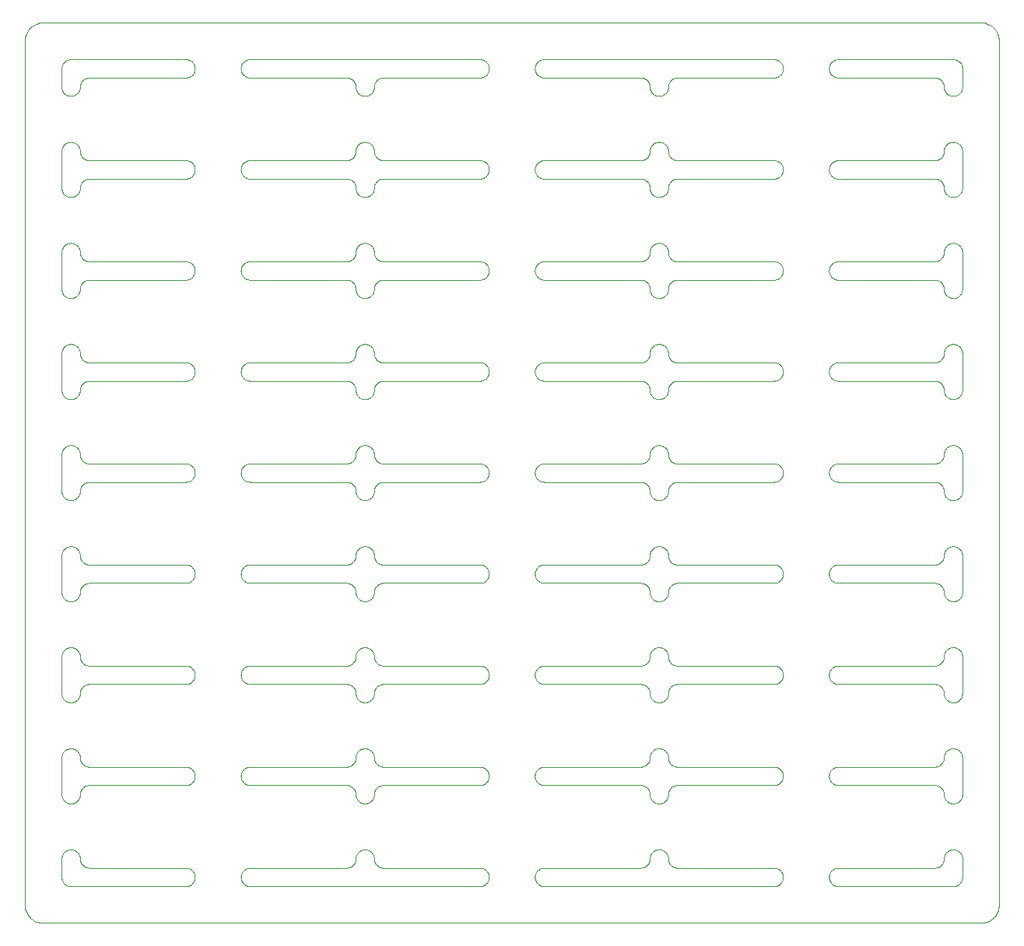
<source format=gbr>
%TF.GenerationSoftware,KiCad,Pcbnew,8.0.4-unknown-202407232306~396e531e7c~ubuntu22.04.1*%
%TF.CreationDate,2024-08-17T16:34:09+01:00*%
%TF.ProjectId,PANEL_DRY_ELEC_6CH_THIN,50414e45-4c5f-4445-9259-5f454c45435f,1.0*%
%TF.SameCoordinates,Original*%
%TF.FileFunction,Profile,NP*%
%FSLAX46Y46*%
G04 Gerber Fmt 4.6, Leading zero omitted, Abs format (unit mm)*
G04 Created by KiCad (PCBNEW 8.0.4-unknown-202407232306~396e531e7c~ubuntu22.04.1) date 2024-08-17 16:34:09*
%MOMM*%
%LPD*%
G01*
G04 APERTURE LIST*
%TA.AperFunction,Profile*%
%ADD10C,0.100000*%
%TD*%
G04 APERTURE END LIST*
D10*
X100033444Y-29256451D02*
X100021972Y-29208472D01*
X37978439Y-7206539D02*
X37967215Y-7253961D01*
X37920076Y-24608257D02*
X37938048Y-24653491D01*
X38882493Y-39007185D02*
X38856545Y-39010602D01*
X6993457Y-25999828D02*
X7006546Y-25999999D01*
X35474074Y-83119787D02*
X35451624Y-83108060D01*
X69920075Y-90608257D02*
X69938047Y-90653491D01*
X100006192Y-84111110D02*
X100001922Y-84061964D01*
X69239466Y-62970904D02*
X69191882Y-62981417D01*
X6154490Y-39466522D02*
X6140815Y-39488838D01*
X36901982Y-68004814D02*
X36950932Y-68001204D01*
X38534506Y-61115239D02*
X38511505Y-61127727D01*
X81646731Y-4010823D02*
X81695091Y-4019214D01*
X38557825Y-61103357D02*
X38534506Y-61115239D01*
X38010604Y-25143455D02*
X38014699Y-25169305D01*
X35138861Y-14990067D02*
X35163898Y-14986232D01*
X5993907Y-24889768D02*
X5998093Y-24938261D01*
X23759050Y-37328440D02*
X23792894Y-37292892D01*
X99287183Y-61042375D02*
X99262832Y-61035407D01*
X67539541Y-25841672D02*
X67560690Y-25827734D01*
X37334192Y-46057493D02*
X37379657Y-46074871D01*
X23642272Y-49514102D02*
X23618080Y-49471396D01*
X99451622Y-69891938D02*
X99474073Y-69880211D01*
X38092091Y-39581447D02*
X38081445Y-39605357D01*
X35641555Y-69766763D02*
X35660773Y-69750265D01*
X99715834Y-91697924D02*
X99733285Y-91679566D01*
X37967215Y-73253961D02*
X37953694Y-73300779D01*
X67999840Y-50993668D02*
X67999038Y-50962015D01*
X69095461Y-29995432D02*
X69046853Y-29998901D01*
X35986234Y-58163897D02*
X35990069Y-58138860D01*
X35997756Y-28936718D02*
X35995833Y-28911463D01*
X4168531Y-90444428D02*
X4196793Y-90404299D01*
X37591418Y-24193633D02*
X37629954Y-24223366D01*
X69899697Y-84436513D02*
X69877363Y-84479826D01*
X6830695Y-80985302D02*
X6856545Y-80989396D01*
X70629537Y-72071428D02*
X70605357Y-72081444D01*
X82470031Y-26757019D02*
X82480785Y-26804908D01*
X101860799Y-40508946D02*
X101835090Y-40550114D01*
X68853268Y-57010822D02*
X68901981Y-57004814D01*
X88450931Y-81001204D02*
X88499999Y-80999999D01*
X68200613Y-62600815D02*
X68172367Y-62561268D01*
X36004816Y-46901981D02*
X36010824Y-46853268D01*
X68226989Y-35365605D02*
X68259048Y-35328440D01*
X37048660Y-90001184D02*
X37097204Y-90004734D01*
X68172367Y-84561268D02*
X68146075Y-84520394D01*
X56117316Y-38923879D02*
X56072444Y-38903989D01*
X36328441Y-35259048D02*
X36365607Y-35226988D01*
X4617316Y-90076119D02*
X4663110Y-90058455D01*
X6014699Y-25169305D02*
X6019468Y-25195040D01*
X67867920Y-50503780D02*
X67855071Y-50481952D01*
X18489178Y-82146730D02*
X18480786Y-82195090D01*
X35428884Y-50096905D02*
X35405868Y-50086331D01*
X38283883Y-6302388D02*
X38265867Y-6321373D01*
X35997755Y-80063280D02*
X35999038Y-80037984D01*
X35970941Y-91238311D02*
X35976667Y-91213638D01*
X100589145Y-62911700D02*
X100544684Y-62890328D01*
X35993269Y-14113735D02*
X35995832Y-14088536D01*
X731405Y-97545788D02*
X741071Y-97553331D01*
X69999914Y-84013089D02*
X69998089Y-84061787D01*
X100365606Y-35226988D02*
X100404300Y-35196791D01*
X37551480Y-68165810D02*
X37591418Y-68193633D01*
X67262832Y-28035407D02*
X67238312Y-28029059D01*
X69937908Y-51346883D02*
X69919895Y-51392164D01*
X55510823Y-92853268D02*
X55519215Y-92804908D01*
X38653972Y-28062049D02*
X38629538Y-28071428D01*
X38605358Y-61081444D02*
X38581448Y-61092089D01*
X82095700Y-70196792D02*
X82134394Y-70226989D01*
X5000001Y-12999999D02*
X5048660Y-13001184D01*
X4617316Y-84923879D02*
X4572445Y-84903988D01*
X105999398Y-96012257D02*
X106000000Y-95987727D01*
X36404301Y-79196791D02*
X36444430Y-79168529D01*
X69191882Y-29981417D02*
X69143842Y-29989600D01*
X56353269Y-82989176D02*
X56304909Y-82980784D01*
X100142271Y-13485896D02*
X100168530Y-13444428D01*
X67950041Y-47311350D02*
X67957624Y-47287183D01*
X68001877Y-7061233D02*
X68000081Y-7012667D01*
X6265867Y-14678625D02*
X6283883Y-14697610D01*
X87792893Y-70292892D02*
X87828441Y-70259048D01*
X99997754Y-91063280D02*
X99999037Y-91037984D01*
X4000000Y-84000000D02*
X4000000Y-79999998D01*
X37424223Y-90094441D02*
X37467784Y-90116155D01*
X4365607Y-57226988D02*
X4404301Y-57196791D01*
X69826502Y-7562932D02*
X69798096Y-7602529D01*
X50470032Y-5242980D02*
X50456941Y-5290284D01*
X38728630Y-6037791D02*
X38703535Y-6045224D01*
X37629141Y-51777291D02*
X37590526Y-51807018D01*
X56163109Y-37058455D02*
X56209715Y-37043059D01*
X69510235Y-13139964D02*
X69551479Y-13165810D01*
X70401829Y-69801047D02*
X70423003Y-69816431D01*
X99382591Y-25923656D02*
X99405867Y-25913668D01*
X24117317Y-27923879D02*
X24072445Y-27903989D01*
X70001028Y-80039254D02*
X70002398Y-80065381D01*
X99995831Y-91088536D02*
X99997754Y-91063280D01*
X70024908Y-61779359D02*
X70019466Y-61804959D01*
X17500002Y-71999999D02*
X7006546Y-71999999D01*
X69332817Y-18942990D02*
X69286482Y-18958085D01*
X18240952Y-81328440D02*
X18273012Y-81365606D01*
X38031019Y-72753909D02*
X38024909Y-72779359D01*
X18381922Y-93471397D02*
X18357730Y-93514103D01*
X38019468Y-58195040D02*
X38024910Y-58220640D01*
X38265867Y-69678625D02*
X38283883Y-69697610D01*
X87558456Y-38336890D02*
X87543060Y-38290285D01*
X99213639Y-72023333D02*
X99188828Y-72018234D01*
X70037793Y-80271370D02*
X70045226Y-80296465D01*
X38534506Y-17115239D02*
X38511505Y-17127727D01*
X35539543Y-83158326D02*
X35518048Y-83144928D01*
X38993457Y-69999828D02*
X39006546Y-69999999D01*
X101349701Y-51936861D02*
X101303830Y-51952726D01*
X36530402Y-84882878D02*
X36488062Y-84859020D01*
X82423880Y-82382683D02*
X82403989Y-82427555D01*
X87759049Y-37328440D02*
X87792893Y-37292892D01*
X39006546Y-25999999D02*
X49500002Y-25999999D01*
X100012881Y-84159986D02*
X100006192Y-84111110D01*
X81882684Y-49923878D02*
X81836890Y-49941543D01*
X50456941Y-71290284D02*
X50441545Y-71336889D01*
X36146076Y-29520394D02*
X36121801Y-29478292D01*
X101980786Y-13804908D02*
X101989177Y-13853268D01*
X23668531Y-49555570D02*
X23642272Y-49514102D01*
X55828441Y-4259048D02*
X55865606Y-4226989D01*
X67750266Y-6339227D02*
X67733286Y-6320432D01*
X5953800Y-40300445D02*
X5938050Y-40346500D01*
X68949418Y-18998719D02*
X68900823Y-18995069D01*
X67382591Y-61076342D02*
X67359070Y-61066946D01*
X23519216Y-49195090D02*
X23510824Y-49146730D01*
X101114293Y-73993446D02*
X101065954Y-73997822D01*
X23759050Y-81328440D02*
X23792894Y-81292892D01*
X67841673Y-83460457D02*
X67827735Y-83439309D01*
X99539541Y-25841672D02*
X99560690Y-25827734D01*
X68804455Y-51980694D02*
X68756910Y-51970003D01*
X99782770Y-47621923D02*
X99798273Y-47601894D01*
X70934613Y-72002396D02*
X70908521Y-72004450D01*
X68296393Y-84710588D02*
X68262699Y-84675564D01*
X50207108Y-59292892D02*
X50240952Y-59328440D01*
X56304909Y-16980784D02*
X56257019Y-16970030D01*
X6360726Y-14768643D02*
X6381066Y-14785114D01*
X4196793Y-84595699D02*
X4168531Y-84555570D01*
X67382591Y-80923656D02*
X67405867Y-80913668D01*
X50014104Y-59142271D02*
X50055572Y-59168530D01*
X5736264Y-51676695D02*
X5702465Y-51711719D01*
X101427556Y-57096010D02*
X101471398Y-57118078D01*
X81836891Y-92058455D02*
X81882684Y-92076120D01*
X6908522Y-72004450D02*
X6882493Y-72007185D01*
X87985897Y-59142271D02*
X88028603Y-59118078D01*
X67957624Y-25287183D02*
X67964592Y-25262832D01*
X5768316Y-57359927D02*
X5798551Y-57398071D01*
X18303209Y-15404300D02*
X18331471Y-15444429D01*
X70024909Y-36220640D02*
X70031019Y-36246089D01*
X87529969Y-26757019D02*
X87543060Y-26709714D01*
X4292893Y-84707106D02*
X4259049Y-84671558D01*
X101114293Y-84993446D02*
X101065954Y-84997822D01*
X55529969Y-49242980D02*
X55519215Y-49195090D01*
X6214886Y-47618934D02*
X6231357Y-47639274D01*
X82498795Y-15950931D02*
X82500000Y-15999999D01*
X23501206Y-38049068D02*
X23500001Y-38000000D01*
X18500001Y-82000000D02*
X18498796Y-82049068D01*
X68029968Y-68757018D02*
X68043059Y-68709714D01*
X99733286Y-28320432D02*
X99715835Y-28302074D01*
X38007187Y-39882492D02*
X38004452Y-39908521D01*
X35880213Y-28525926D02*
X35867921Y-28503780D01*
X55596011Y-4572444D02*
X55618079Y-4528602D01*
X35990070Y-17861138D02*
X35986235Y-17836102D01*
X88353269Y-16989176D02*
X88304909Y-16980784D01*
X38103359Y-36442174D02*
X38115241Y-36465494D01*
X37332818Y-62942990D02*
X37286483Y-62958085D01*
X17500002Y-94000000D02*
X5000000Y-94000000D01*
X69467783Y-68116155D02*
X69510235Y-68139964D01*
X88499999Y-60999999D02*
X88450931Y-60998795D01*
X70423003Y-91816431D02*
X70444573Y-91831255D01*
X67798273Y-69601894D02*
X67813265Y-69581479D01*
X49927557Y-26096010D02*
X49971398Y-26118078D01*
X36045942Y-51299618D02*
X36032512Y-51252911D01*
X104378042Y-97963371D02*
X104390122Y-97961275D01*
X69423008Y-18906125D02*
X69378362Y-18925657D01*
X101746423Y-62665472D02*
X101713253Y-62700907D01*
X6381066Y-47785114D02*
X6401830Y-47801047D01*
X18171560Y-37259048D02*
X18207108Y-37292892D01*
X68572444Y-46096010D02*
X68617315Y-46076119D01*
X35311351Y-58950041D02*
X35335318Y-58941848D01*
X35088537Y-36995830D02*
X35113736Y-36993267D01*
X18480786Y-26804908D02*
X18489178Y-26853268D01*
X100226989Y-79365605D02*
X100259048Y-79328440D01*
X82303208Y-81404300D02*
X82331470Y-81444429D01*
X35941850Y-25335317D02*
X35950042Y-25311350D01*
X18498796Y-48950931D02*
X18500001Y-48999999D01*
X99855070Y-25518046D02*
X99867919Y-25496219D01*
X5666998Y-79254938D02*
X5702461Y-79288276D01*
X70007186Y-6882492D02*
X70004451Y-6908521D01*
X55985897Y-81142271D02*
X56028603Y-81118078D01*
X35867920Y-25496219D02*
X35880213Y-25474073D01*
X5510239Y-40860032D02*
X5467786Y-40883841D01*
X70062050Y-69346027D02*
X70071430Y-69370461D01*
X99970941Y-61761687D02*
X99964593Y-61737167D01*
X101382685Y-68076119D02*
X101427556Y-68096010D01*
X67188828Y-80981764D02*
X67213638Y-80976665D01*
X99163897Y-6013766D02*
X99138861Y-6009931D01*
X5899925Y-13563952D02*
X5920076Y-13608257D01*
X6037794Y-80271370D02*
X6045227Y-80296465D01*
X55944429Y-38831469D02*
X55904300Y-38803207D01*
X101336891Y-68058455D02*
X101382685Y-68076119D01*
X56072444Y-5903989D02*
X56028603Y-5881920D01*
X101523897Y-18851782D02*
X101481949Y-18876199D01*
X81927556Y-49903988D02*
X81882684Y-49923878D01*
X55792893Y-27707106D02*
X55759049Y-27671558D01*
X56401982Y-93995184D02*
X56353269Y-93989176D01*
X56163109Y-82941543D02*
X56117316Y-82923879D01*
X55828441Y-81259048D02*
X55865606Y-81226989D01*
X35798274Y-69601894D02*
X35813266Y-69581479D01*
X35855071Y-14518046D02*
X35867920Y-14496219D01*
X6265867Y-72321373D02*
X6248354Y-72340823D01*
X67976666Y-91213638D02*
X67981764Y-91188828D01*
X35335319Y-83058150D02*
X35311351Y-83049957D01*
X5666998Y-57254938D02*
X5702461Y-57288276D01*
X38007187Y-17882492D02*
X38004452Y-17908521D01*
X70037792Y-50728629D02*
X70031018Y-50753909D01*
X5591418Y-90193633D02*
X5629954Y-90223366D01*
X37798551Y-35398071D02*
X37826894Y-35437640D01*
X35697926Y-17284164D02*
X35679568Y-17266714D01*
X67999038Y-28962015D02*
X67997755Y-28936719D01*
X35993269Y-80113735D02*
X35995832Y-80088536D01*
X100572444Y-46096010D02*
X100617315Y-46076119D01*
X35933054Y-17640929D02*
X35923659Y-17617408D01*
X35950042Y-69311350D02*
X35957625Y-69287183D01*
X99213639Y-83023333D02*
X99188828Y-83018234D01*
X6960751Y-80998972D02*
X6993457Y-80999828D01*
X5334192Y-68057493D02*
X5379657Y-68074871D01*
X101017459Y-29999847D02*
X100968923Y-29999516D01*
X70830693Y-39014696D02*
X70804959Y-39019465D01*
X70703534Y-69954774D02*
X70728629Y-69962207D01*
X24209716Y-4043059D02*
X24257020Y-4029968D01*
X100418365Y-18813449D02*
X100378957Y-18783775D01*
X87576120Y-48617315D02*
X87596011Y-48572444D01*
X38081445Y-6605357D02*
X38071430Y-6629537D01*
X152520Y-96765251D02*
X157489Y-96776461D01*
X6779360Y-28024907D02*
X6753910Y-28031017D01*
X99950041Y-36311350D02*
X99957624Y-36287183D01*
X5702461Y-13288276D02*
X5736261Y-13323300D01*
X87726989Y-70365606D02*
X87759049Y-70328440D01*
X82055571Y-49831469D02*
X82014103Y-49857728D01*
X68368681Y-51775522D02*
X68331747Y-51743933D01*
X70830694Y-14985302D02*
X70856544Y-14989396D01*
X98993661Y-25999999D02*
X99006336Y-25999839D01*
X6071431Y-47370461D02*
X6081446Y-47394642D01*
X50171560Y-70259048D02*
X50207108Y-70292892D01*
X67238312Y-83029059D02*
X67213639Y-83023333D01*
X87726989Y-92365606D02*
X87759049Y-92328440D01*
X55642271Y-27514102D02*
X55618079Y-27471396D01*
X38283883Y-14697610D02*
X38302390Y-14716117D01*
X99359070Y-6066946D02*
X99335318Y-6058150D01*
X35163898Y-50013766D02*
X35138862Y-50009931D01*
X70678643Y-36946686D02*
X70703534Y-36954774D01*
X36446931Y-62833133D02*
X36407106Y-62805278D01*
X70168744Y-58555427D02*
X70183569Y-58576996D01*
X70283882Y-28302388D02*
X70265866Y-28321373D01*
X70001028Y-25039254D02*
X70002398Y-25065381D01*
X70081445Y-69394642D02*
X70092091Y-69418551D01*
X70488838Y-17140813D02*
X70466522Y-17154489D01*
X100824209Y-84984426D02*
X100775874Y-84974559D01*
X81598018Y-48004815D02*
X81646731Y-48010823D01*
X5953797Y-68699546D02*
X5967287Y-68746312D01*
X36365607Y-35226988D02*
X36404301Y-35196791D01*
X88072444Y-81096010D02*
X88117316Y-81076120D01*
X70534505Y-50115239D02*
X70511504Y-50127727D01*
X56163109Y-16941543D02*
X56117316Y-16923879D01*
X56353269Y-38989176D02*
X56304909Y-38980784D01*
X6779360Y-69975091D02*
X6804960Y-69980533D01*
X38081446Y-14394642D02*
X38092092Y-14418551D01*
X38001029Y-36039254D02*
X38002399Y-36065381D01*
X70321373Y-61265865D02*
X70302388Y-61283881D01*
X23642272Y-81485896D02*
X23668531Y-81444429D01*
X105963372Y-1621958D02*
X105961276Y-1609878D01*
X17695092Y-60980784D02*
X17646732Y-60989175D01*
X50495186Y-49098017D02*
X50489178Y-49146730D01*
X4804909Y-73980784D02*
X4757020Y-73970030D01*
X101857729Y-35485896D02*
X101881922Y-35528602D01*
X67335318Y-72058150D02*
X67311350Y-72049957D01*
X6000172Y-80006547D02*
X6001029Y-80039254D01*
X38115240Y-39534504D02*
X38103358Y-39557824D01*
X18441545Y-49336889D02*
X18423881Y-49382683D01*
X82207107Y-92292892D02*
X82240951Y-92328440D01*
X87504815Y-82098017D02*
X87501205Y-82049068D01*
X67798274Y-50398104D02*
X67782770Y-50378075D01*
X70993456Y-17000170D02*
X70960750Y-17001026D01*
X82456940Y-59709714D02*
X82470031Y-59757019D01*
X81790285Y-27956939D02*
X81742981Y-27970030D01*
X5551480Y-57165810D02*
X5591418Y-57193633D01*
X38678644Y-91946686D02*
X38703535Y-91954774D01*
X69993894Y-18110338D02*
X69987338Y-18158627D01*
X69919895Y-29392164D02*
X69899697Y-29436513D01*
X70908521Y-80995548D02*
X70934613Y-80997602D01*
X23828442Y-82740950D02*
X23792894Y-82707106D01*
X100004815Y-35901981D02*
X100010823Y-35853268D01*
X18498796Y-92950931D02*
X18500001Y-92999999D01*
X38444574Y-25831255D02*
X38466524Y-25845510D01*
X67999038Y-83962015D02*
X67997755Y-83936719D01*
X50456941Y-70709714D02*
X50470032Y-70757019D01*
X35867920Y-69496219D02*
X35880213Y-69474073D01*
X99964592Y-36262832D02*
X99970940Y-36238311D01*
X67037989Y-25999036D02*
X67063276Y-25997753D01*
X68998133Y-73999997D02*
X68949418Y-73998719D01*
X4528603Y-18881920D02*
X4485897Y-18857728D01*
X1621959Y-36628D02*
X1609879Y-38724D01*
X102000001Y-68999998D02*
X102000001Y-73000000D01*
X50495186Y-27098017D02*
X50489178Y-27146730D01*
X6856545Y-17010602D02*
X6830695Y-17014696D01*
X5287936Y-29957649D02*
X5240997Y-29970525D01*
X88257019Y-5970030D02*
X88209715Y-5956939D01*
X35621925Y-69782769D02*
X35641555Y-69766763D01*
X105769090Y-96931699D02*
X105842512Y-96776461D01*
X68949418Y-84998719D02*
X68900823Y-84995069D01*
X67913669Y-17594132D02*
X67903094Y-17571117D01*
X4572445Y-68096010D02*
X4617316Y-68076119D01*
X23576121Y-82382683D02*
X23558457Y-82336890D01*
X23642272Y-82514102D02*
X23618080Y-82471396D01*
X99474073Y-14880211D02*
X99496219Y-14867919D01*
X38168745Y-61444572D02*
X38154490Y-61466522D01*
X81971397Y-49881920D02*
X81927556Y-49903988D01*
X56304909Y-4019214D02*
X56353269Y-4010823D01*
X68001877Y-62061233D02*
X68000081Y-62012667D01*
X67733285Y-14679566D02*
X67750265Y-14660772D01*
X38340824Y-50248353D02*
X38321374Y-50265865D01*
X67213639Y-50023333D02*
X67188828Y-50018234D01*
X34993667Y-82999999D02*
X24500000Y-82999999D01*
X4096011Y-73427555D02*
X4076121Y-73382683D01*
X35913669Y-58405867D02*
X35923658Y-58382591D01*
X4196793Y-7595699D02*
X4168531Y-7555570D01*
X37899698Y-62436513D02*
X37877364Y-62479826D01*
X5287936Y-62957649D02*
X5240997Y-62970525D01*
X4572445Y-24096010D02*
X4617316Y-24076119D01*
X36000311Y-57987335D02*
X36001205Y-57950930D01*
X38045227Y-69296465D02*
X38053315Y-69321356D01*
X34993667Y-60999999D02*
X24500000Y-60999999D01*
X99798274Y-61398104D02*
X99782770Y-61378075D01*
X38511505Y-91872271D02*
X38534506Y-91884759D01*
X70779359Y-61024907D02*
X70753909Y-61031017D01*
X35798274Y-25601894D02*
X35813266Y-25581479D01*
X99891939Y-72548376D02*
X99880212Y-72525926D01*
X37998090Y-84061787D02*
X37993895Y-84110338D01*
X17695092Y-49980784D02*
X17646732Y-49989175D01*
X67986234Y-83836102D02*
X67981765Y-83811171D01*
X99679566Y-25733285D02*
X99697924Y-25715834D01*
X17971398Y-93881921D02*
X17927557Y-93903989D01*
X87501205Y-60049068D02*
X87500000Y-60000000D01*
X4019215Y-57804908D02*
X4029969Y-57757018D01*
X50381922Y-48528602D02*
X50403990Y-48572444D01*
X5953800Y-84300445D02*
X5938050Y-84346500D01*
X36172368Y-51561268D02*
X36146076Y-51520394D01*
X67088536Y-58995830D02*
X67113735Y-58993267D01*
X18357730Y-81485896D02*
X18381922Y-81528602D01*
X82207107Y-4292892D02*
X82240951Y-4328440D01*
X55944429Y-81168530D02*
X55985897Y-81142271D01*
X49598019Y-15004815D02*
X49646732Y-15010823D01*
X50240952Y-60671558D02*
X50207108Y-60707106D01*
X99088536Y-14995830D02*
X99113735Y-14993267D01*
X38092092Y-47418551D02*
X38103359Y-47442174D01*
X99715835Y-61302074D02*
X99697925Y-61284164D01*
X4950932Y-35001204D02*
X5000000Y-34999999D01*
X68901981Y-35004814D02*
X68950931Y-35001204D01*
X50357730Y-82514102D02*
X50331471Y-82555570D01*
X50055572Y-48168530D02*
X50095701Y-48196792D01*
X1431336Y-83137D02*
X1419519Y-86407D01*
X4485897Y-84857728D02*
X4444430Y-84831469D01*
X4853269Y-18989176D02*
X4804909Y-18980784D01*
X82495185Y-37901981D02*
X82498795Y-37950931D01*
X37666261Y-62745718D02*
X37629141Y-62777291D01*
X82055571Y-48168530D02*
X82095700Y-48196792D01*
X38321374Y-17265865D02*
X38302389Y-17283881D01*
X38605358Y-14918554D02*
X38629539Y-14928570D01*
X99088536Y-58995830D02*
X99113735Y-58993267D01*
X70115240Y-36465494D02*
X70127729Y-36488495D01*
X24353270Y-16989176D02*
X24304910Y-16980784D01*
X70071429Y-28629537D02*
X70062049Y-28653971D01*
X4168531Y-51555570D02*
X4142272Y-51514102D01*
X36617316Y-68076119D02*
X36663110Y-68058455D01*
X68530401Y-73882878D02*
X68488061Y-73859020D01*
X6045227Y-91296465D02*
X6053315Y-91321356D01*
X67496219Y-39132079D02*
X67474073Y-39119787D01*
X18489178Y-27146730D02*
X18480786Y-27195090D01*
X70703534Y-14954774D02*
X70728629Y-14962207D01*
X56163109Y-93941544D02*
X56117316Y-93923879D01*
X67999038Y-50962015D02*
X67997755Y-50936719D01*
X6830694Y-39014696D02*
X6804960Y-39019465D01*
X6629538Y-83071428D02*
X6605358Y-83081444D01*
X6000172Y-39993457D02*
X5999915Y-40013089D01*
X6444573Y-6168743D02*
X6423004Y-6183567D01*
X23618080Y-4528602D02*
X23642272Y-4485896D01*
X56304909Y-37019214D02*
X56353269Y-37010823D01*
X6381066Y-17214884D02*
X6360726Y-17231355D01*
X100872185Y-18991797D02*
X100824211Y-18984427D01*
X70960750Y-61001026D02*
X70934613Y-61002396D01*
X70882492Y-69992813D02*
X70908521Y-69995548D01*
X17790286Y-15043059D02*
X17836892Y-15058455D01*
X38993457Y-14999828D02*
X39006546Y-14999999D01*
X4663110Y-35058455D02*
X4709715Y-35043059D01*
X899386Y-97669248D02*
X1046681Y-97757533D01*
X67311350Y-80950041D02*
X67335317Y-80941848D01*
X50055572Y-16831469D02*
X50014104Y-16857728D01*
X4709715Y-62956939D02*
X4663110Y-62941543D01*
X100063409Y-73350422D02*
X100047267Y-73303806D01*
X4019215Y-51195090D02*
X4010824Y-51146730D01*
X69000000Y-23999999D02*
X69048659Y-24001184D01*
X101146732Y-24010822D02*
X101195092Y-24019214D01*
X35163898Y-14986232D02*
X35188829Y-14981764D01*
X67964592Y-91262832D02*
X67970940Y-91238311D01*
X81500001Y-71999999D02*
X71006545Y-71999999D01*
X70381065Y-80785114D02*
X70401829Y-80801047D01*
X4901982Y-73995184D02*
X4853269Y-73989176D01*
X24304910Y-70019214D02*
X24353270Y-70010823D01*
X69510235Y-90139964D02*
X69551479Y-90165810D01*
X38908522Y-80995548D02*
X38934614Y-80997602D01*
X68617315Y-57076119D02*
X68663109Y-57058455D01*
X100006192Y-62111110D02*
X100001922Y-62061964D01*
X67451622Y-58891938D02*
X67474073Y-58880211D01*
X68853268Y-35010822D02*
X68901981Y-35004814D01*
X99995832Y-39911463D02*
X99993269Y-39886264D01*
X99950042Y-72688649D02*
X99941850Y-72664681D01*
X50498796Y-81950931D02*
X50500001Y-81999999D01*
X37550509Y-73834829D02*
X37509185Y-73860657D01*
X6231357Y-47639274D02*
X6248355Y-47659176D01*
X23726990Y-49634393D02*
X23696793Y-49595699D01*
X67880212Y-47474072D02*
X67891939Y-47451622D01*
X36488062Y-40859020D02*
X36446931Y-40833133D01*
X23828442Y-16740950D02*
X23792894Y-16707106D01*
X38993457Y-50000170D02*
X38960751Y-50001026D01*
X35941850Y-91335317D02*
X35950042Y-91311350D01*
X70000171Y-83993457D02*
X69999914Y-84013089D01*
X23792894Y-26292892D02*
X23828442Y-26259048D01*
X35880213Y-47474072D02*
X35891940Y-47451622D01*
X69378362Y-84925657D02*
X69332817Y-84942990D01*
X4004816Y-62098017D02*
X4001205Y-62049068D01*
X35798274Y-36601894D02*
X35813266Y-36581479D01*
X50357730Y-60514102D02*
X50331471Y-60555570D01*
X69736260Y-46323300D02*
X69768315Y-46359927D01*
X67359069Y-47933052D02*
X67382591Y-47923656D01*
X6934614Y-61002396D02*
X6908522Y-61004450D01*
X17790286Y-92043059D02*
X17836892Y-92058455D01*
X23543061Y-49290285D02*
X23529970Y-49242980D01*
X35766765Y-6358445D02*
X35750267Y-6339227D01*
X68444429Y-90168529D02*
X68485896Y-90142270D01*
X37735671Y-62677339D02*
X37701800Y-62712374D01*
X70053314Y-58321356D02*
X70062050Y-58346027D01*
X6024909Y-72779359D02*
X6019467Y-72804959D01*
X35976668Y-50786360D02*
X35970942Y-50761687D01*
X35993269Y-91113735D02*
X35995832Y-91088536D01*
X101394748Y-18918789D02*
X101349701Y-18936861D01*
X4365607Y-90226988D02*
X4404301Y-90196791D01*
X99999038Y-39962015D02*
X99997755Y-39936719D01*
X99163897Y-83013766D02*
X99138861Y-83009931D01*
X23985898Y-70142271D02*
X24028604Y-70118078D01*
X24117317Y-49923879D02*
X24072445Y-49903989D01*
X5048661Y-29998814D02*
X5000001Y-29999999D01*
X68076120Y-46617315D02*
X68096010Y-46572443D01*
X99986233Y-69163897D02*
X99990068Y-69138860D01*
X6001029Y-36039254D02*
X6002399Y-36065381D01*
X35766765Y-50358445D02*
X35750267Y-50339227D01*
X70423003Y-61183567D02*
X70401829Y-61198951D01*
X18441545Y-48663109D02*
X18456941Y-48709714D01*
X18480786Y-59804908D02*
X18489178Y-59853268D01*
X87828441Y-81259048D02*
X87865606Y-81226989D01*
X68757019Y-90029968D02*
X68804908Y-90019214D01*
X68079525Y-73390800D02*
X68061625Y-73345617D01*
X69998089Y-7061787D02*
X69993894Y-7110338D01*
X82441544Y-16336889D02*
X82423880Y-16382683D01*
X1234749Y-97847480D02*
X1246189Y-97851893D01*
X99976667Y-17786360D02*
X99970941Y-17761687D01*
X99213639Y-6023333D02*
X99188828Y-6018234D01*
X35474074Y-72119787D02*
X35451624Y-72108060D01*
X67006331Y-61000160D02*
X66993666Y-60999999D01*
X67621924Y-14782769D02*
X67641554Y-14766763D01*
X49598019Y-37004815D02*
X49646732Y-37010823D01*
X17836891Y-5941543D02*
X17790286Y-5956939D01*
X99641554Y-28233235D02*
X99621924Y-28217229D01*
X86408Y-1419518D02*
X83138Y-1431335D01*
X38198953Y-69598170D02*
X38214886Y-69618934D01*
X6302390Y-58716117D02*
X6321375Y-58734133D01*
X18403990Y-81572444D02*
X18423881Y-81617315D01*
X69466650Y-51884441D02*
X69423008Y-51906125D01*
X9931Y-1803995D02*
X9029Y-1816223D01*
X23792894Y-27707106D02*
X23759050Y-27671558D01*
X82423880Y-37617315D02*
X82441544Y-37663109D01*
X70053313Y-50678643D02*
X70045225Y-50703534D01*
X6002398Y-17934613D02*
X6001028Y-17960750D01*
X100063409Y-51350422D02*
X100047267Y-51303806D01*
X67941850Y-28664681D02*
X67933053Y-28640930D01*
X101956941Y-13709714D02*
X101970032Y-13757018D01*
X6031019Y-50753909D02*
X6024909Y-50779359D01*
X99601894Y-58798273D02*
X99621924Y-58782769D01*
X6728630Y-28037791D02*
X6703535Y-28045224D01*
X82498795Y-49049068D02*
X82495185Y-49098017D01*
X6653972Y-83062049D02*
X6629538Y-83071428D01*
X35827735Y-36560690D02*
X35841673Y-36539541D01*
X50134395Y-5773010D02*
X50095701Y-5803207D01*
X4142272Y-73514102D02*
X4118079Y-73471396D01*
X70037793Y-14271370D02*
X70045226Y-14296465D01*
X5334194Y-51942504D02*
X5287936Y-51957649D01*
X70019466Y-28804959D02*
X70014697Y-28830693D01*
X6248354Y-72340823D02*
X6231356Y-72360725D01*
X5097204Y-51995264D02*
X5048661Y-51998814D01*
X99903093Y-58428882D02*
X99913668Y-58405867D01*
X35750267Y-61339227D02*
X35733287Y-61320432D01*
X88499999Y-4000000D02*
X101000001Y-4000000D01*
X68368681Y-84775522D02*
X68331747Y-84743933D01*
X36617316Y-57076119D02*
X36663110Y-57058455D01*
X99405867Y-61086331D02*
X99382591Y-61076342D01*
X38007188Y-14117507D02*
X38010604Y-14143455D01*
X50456941Y-15709714D02*
X50470032Y-15757019D01*
X99113735Y-69993267D02*
X99138860Y-69990067D01*
X6045226Y-83703534D02*
X6037793Y-83728629D01*
X4019215Y-4804908D02*
X4029969Y-4757019D01*
X69920075Y-79608257D02*
X69938047Y-79653491D01*
X38214885Y-6381064D02*
X38198953Y-6401828D01*
X23985898Y-16857728D02*
X23944430Y-16831469D01*
X70423003Y-6183567D02*
X70401829Y-6198951D01*
X4076121Y-46617315D02*
X4096011Y-46572443D01*
X17695092Y-59019214D02*
X17742982Y-59029968D01*
X6154491Y-36533477D02*
X6168745Y-36555427D01*
X35581480Y-36813264D02*
X35601895Y-36798273D01*
X87759049Y-82671558D02*
X87726989Y-82634393D01*
X67933052Y-47359069D02*
X67941849Y-47335317D01*
X5877644Y-84479314D02*
X5853281Y-84521451D01*
X23576121Y-27382683D02*
X23558457Y-27336890D01*
X66993661Y-80999999D02*
X67006336Y-80999839D01*
X5938050Y-62346500D02*
X5920079Y-62391734D01*
X101290286Y-90043059D02*
X101336891Y-90058455D01*
X5736264Y-73676695D02*
X5702465Y-73711719D01*
X37591418Y-68193633D02*
X37629954Y-68223366D01*
X38004452Y-61908521D02*
X38002398Y-61934613D01*
X100142271Y-46485896D02*
X100168530Y-46444428D01*
X4757020Y-73970030D02*
X4709715Y-73956939D01*
X38071430Y-39629537D02*
X38062050Y-39653971D01*
X4663110Y-29941543D02*
X4617316Y-29923879D01*
X68259048Y-24328440D02*
X68292892Y-24292892D01*
X35660774Y-50249734D02*
X35641555Y-50233235D01*
X99560690Y-36827734D02*
X99581479Y-36813264D01*
X99999839Y-14006331D02*
X100000080Y-13987333D01*
X24401983Y-4004815D02*
X24450932Y-4001204D01*
X87828441Y-27740950D02*
X87792893Y-27707106D01*
X101210051Y-62977690D02*
X101162363Y-62986730D01*
X67766764Y-6358445D02*
X67750266Y-6339227D01*
X55828441Y-92259048D02*
X55865606Y-92226989D01*
X36000082Y-62012667D02*
X35999841Y-61993668D01*
X35941850Y-47335317D02*
X35950042Y-47311350D01*
X86408Y-96580481D02*
X90254Y-96592124D01*
X67941850Y-17664681D02*
X67933053Y-17640930D01*
X37852947Y-84521999D02*
X37826503Y-84562932D01*
X49971398Y-16881920D02*
X49927557Y-16903988D01*
X36172368Y-18561268D02*
X36146076Y-18520394D01*
X70014698Y-25169305D02*
X70019467Y-25195040D01*
X70381065Y-83214884D02*
X70360725Y-83231355D01*
X67913669Y-28594132D02*
X67903094Y-28571117D01*
X82014103Y-27857728D02*
X81971397Y-27881920D01*
X70423003Y-28183567D02*
X70401829Y-28198951D01*
X101740952Y-4328440D02*
X101773011Y-4365606D01*
X55865606Y-81226989D02*
X55904300Y-81196792D01*
X87668530Y-5555570D02*
X87642271Y-5514102D01*
X100901981Y-35004814D02*
X100950931Y-35001204D01*
X6381066Y-39214884D02*
X6360726Y-39231355D01*
X99163897Y-17013766D02*
X99138861Y-17009931D01*
X56499999Y-60999999D02*
X56450931Y-60998795D01*
X38340824Y-83248353D02*
X38321374Y-83265865D01*
X4853269Y-46010822D02*
X4901982Y-46004814D01*
X68001204Y-24950930D02*
X68004815Y-24901981D01*
X99880212Y-6525926D02*
X99867920Y-6503780D01*
X55576120Y-60382683D02*
X55558456Y-60336890D01*
X69286482Y-73958085D02*
X69239466Y-73970904D01*
X35560691Y-25827734D02*
X35581480Y-25813264D01*
X5424225Y-40905556D02*
X5379659Y-40925126D01*
X38934614Y-91997602D02*
X38960751Y-91998972D01*
X37423009Y-73906125D02*
X37378363Y-73925657D01*
X101884481Y-62466578D02*
X101860799Y-62508946D01*
X37978485Y-68793680D02*
X37987366Y-68841536D01*
X87529969Y-4757019D02*
X87543060Y-4709714D01*
X99841673Y-28460457D02*
X99827735Y-28439309D01*
X36292893Y-24292892D02*
X36328441Y-24259048D01*
X56117316Y-92076120D02*
X56163109Y-92058455D01*
X70960750Y-39001026D02*
X70934613Y-39002396D01*
X101925542Y-62378647D02*
X101906078Y-62423111D01*
X68900823Y-51995069D02*
X68852464Y-51989056D01*
X35262833Y-50035407D02*
X35238313Y-50029059D01*
X83138Y-1431335D02*
X41412Y-1597914D01*
X23642272Y-60514102D02*
X23618080Y-60471396D01*
X68328440Y-46259048D02*
X68365606Y-46226988D01*
X38960751Y-50001026D02*
X38934614Y-50002396D01*
X36530402Y-29882878D02*
X36488062Y-29859020D01*
X38882493Y-14992813D02*
X38908522Y-14995548D01*
X82480785Y-5195090D02*
X82470031Y-5242980D01*
X6168745Y-39444572D02*
X6154490Y-39466522D01*
X99813266Y-83418520D02*
X99798274Y-83398104D01*
X4118079Y-13528602D02*
X4142272Y-13485896D01*
X4365607Y-73773010D02*
X4328441Y-73740950D01*
X70081445Y-25394642D02*
X70092091Y-25418551D01*
X99213639Y-50023333D02*
X99188828Y-50018234D01*
X67601894Y-58798273D02*
X67621924Y-58782769D01*
X87504815Y-92901981D02*
X87510823Y-92853268D01*
X6678644Y-80946686D02*
X6703535Y-80954774D01*
X38340824Y-28248353D02*
X38321374Y-28265865D01*
X35782771Y-25621923D02*
X35798274Y-25601894D01*
X17971398Y-38881920D02*
X17927557Y-38903988D01*
X24304910Y-49980784D02*
X24257020Y-49970030D01*
X100010823Y-57853268D02*
X100019214Y-57804908D01*
X88117316Y-59076120D02*
X88163109Y-59058455D01*
X81742981Y-93970031D02*
X81695091Y-93980785D01*
X82480785Y-16195090D02*
X82470031Y-16242980D01*
X55618079Y-70528602D02*
X55642271Y-70485896D01*
X99867920Y-61503780D02*
X99855071Y-61481952D01*
X99474073Y-50119787D02*
X99451623Y-50108060D01*
X69899924Y-24563952D02*
X69920075Y-24608257D01*
X5424225Y-51905556D02*
X5379659Y-51925126D01*
X38024909Y-61779359D02*
X38019467Y-61804959D01*
X4029969Y-46757018D02*
X4043060Y-46709714D01*
X4853269Y-35010822D02*
X4901982Y-35004814D01*
X102000001Y-13999998D02*
X102000001Y-18000000D01*
X50134395Y-71773010D02*
X50095701Y-71803207D01*
X68230748Y-29638944D02*
X68200613Y-29600815D01*
X99813265Y-58581479D02*
X99827734Y-58560690D01*
X37550509Y-84834829D02*
X37509185Y-84860657D01*
X67891939Y-36451622D02*
X67903093Y-36428882D01*
X36804456Y-40980694D02*
X36756911Y-40970003D01*
X38856545Y-47989396D02*
X38882493Y-47992813D01*
X55726989Y-27634393D02*
X55696792Y-27595699D01*
X68998133Y-7999997D02*
X68949418Y-7998719D01*
X36001205Y-68950930D02*
X36004816Y-68901981D01*
X18014104Y-70142271D02*
X18055572Y-70168530D01*
X36043060Y-57709714D02*
X36058456Y-57663108D01*
X6340824Y-6248353D02*
X6321374Y-6265865D01*
X23668531Y-59444429D02*
X23696793Y-59404300D01*
X70488838Y-61140813D02*
X70466522Y-61154489D01*
X38401830Y-14801047D02*
X38423004Y-14816431D01*
X68079525Y-18390800D02*
X68061625Y-18345617D01*
X55726989Y-26365606D02*
X55759049Y-26328440D01*
X101671560Y-57259048D02*
X101707108Y-57292892D01*
X5510236Y-90139964D02*
X5551480Y-90165810D01*
X87596011Y-37572444D02*
X87618079Y-37528602D01*
X101713253Y-18700907D02*
X101678403Y-18734690D01*
X37953797Y-90699546D02*
X37967287Y-90746312D01*
X99188828Y-72018234D02*
X99163897Y-72013766D01*
X38779360Y-14975091D02*
X38804960Y-14980533D01*
X38703535Y-17045224D02*
X38678644Y-17053312D01*
X50273012Y-38634393D02*
X50240952Y-38671558D01*
X37191883Y-51981417D02*
X37143843Y-51989600D01*
X36618307Y-7924287D02*
X36573851Y-7904651D01*
X36407106Y-29805278D02*
X36368682Y-29775522D01*
X9029Y-96183776D02*
X9931Y-96196004D01*
X69919895Y-73392164D02*
X69899697Y-73436513D01*
X69143842Y-40989600D02*
X69095461Y-40995432D01*
X101049069Y-90001204D02*
X101098019Y-90004814D01*
X4196793Y-24404299D02*
X4226990Y-24365605D01*
X6423004Y-72183567D02*
X6401830Y-72198951D01*
X38231357Y-80639274D02*
X38248355Y-80659176D01*
X38062050Y-61653971D02*
X38053314Y-61678643D01*
X101995292Y-7096931D02*
X101989416Y-7145111D01*
X56163109Y-71941543D02*
X56117316Y-71923879D01*
X24257020Y-49970030D02*
X24209716Y-49956939D01*
X100728085Y-51962320D02*
X100680958Y-51947739D01*
X70581448Y-25907909D02*
X70605357Y-25918554D01*
X23668531Y-70444429D02*
X23696793Y-70404300D01*
X4901982Y-7995184D02*
X4853269Y-7989176D01*
X67880212Y-17525926D02*
X67867920Y-17503780D01*
X23558457Y-37663109D02*
X23576121Y-37617315D01*
X81598018Y-15004815D02*
X81646731Y-15010823D01*
X55726989Y-48365606D02*
X55759049Y-48328440D01*
X6882493Y-69992813D02*
X6908522Y-69995548D01*
X70004451Y-83908521D02*
X70002397Y-83934613D01*
X87519215Y-92804908D02*
X87529969Y-92757019D01*
X101998796Y-93049068D02*
X101995185Y-93098018D01*
X49500002Y-82999999D02*
X39006546Y-82999999D01*
X105277880Y-97537779D02*
X105405121Y-97422455D01*
X68663109Y-24058455D02*
X68709714Y-24043059D01*
X55596011Y-60427555D02*
X55576120Y-60382683D01*
X69999914Y-62013089D02*
X69998089Y-62061787D01*
X55642271Y-38514102D02*
X55618079Y-38471396D01*
X68006031Y-40109655D02*
X68001877Y-40061233D01*
X105842512Y-96776461D02*
X105847481Y-96765251D01*
X35891940Y-39548376D02*
X35880213Y-39525926D01*
X6071431Y-58370461D02*
X6081446Y-58394642D01*
X50495186Y-93098018D02*
X50489178Y-93146731D01*
X99999839Y-25006331D02*
X100000080Y-24987333D01*
X49598019Y-49995184D02*
X49549070Y-49998794D01*
X70444572Y-6168743D02*
X70423003Y-6183567D01*
X38183569Y-72423002D02*
X38168745Y-72444572D01*
X4617316Y-57076119D02*
X4663110Y-57058455D01*
X35641555Y-47766763D02*
X35660773Y-47750265D01*
X35733287Y-6320432D02*
X35715836Y-6302074D01*
X99964593Y-6737167D02*
X99957625Y-6712816D01*
X17927557Y-82903988D02*
X17882685Y-82923878D01*
X67986233Y-25163897D02*
X67990068Y-25138860D01*
X6488839Y-36859185D02*
X6511505Y-36872271D01*
X6444574Y-47831255D02*
X6466524Y-47845510D01*
X101514104Y-68142270D02*
X101555571Y-68168529D01*
X67941849Y-25335317D02*
X67950041Y-25311350D01*
X38581449Y-80907909D02*
X38605358Y-80918554D01*
X49742982Y-93970031D02*
X49695092Y-93980785D01*
X69666997Y-35254938D02*
X69702460Y-35288276D01*
X18207108Y-92292892D02*
X18240952Y-92328440D01*
X82014103Y-93857728D02*
X81971397Y-93881921D01*
X68029968Y-46757018D02*
X68043059Y-46709714D01*
X69919895Y-84392164D02*
X69899697Y-84436513D01*
X70302388Y-61283881D02*
X70283882Y-61302388D01*
X6248355Y-58659176D02*
X6265867Y-58678625D01*
X82498795Y-59950931D02*
X82500000Y-59999999D01*
X67957624Y-80287183D02*
X67964592Y-80262832D01*
X100043059Y-35709714D02*
X100058455Y-35663108D01*
X50331471Y-49555570D02*
X50303209Y-49595699D01*
X67138860Y-25990067D02*
X67163897Y-25986232D01*
X100444429Y-13168529D02*
X100485896Y-13142270D01*
X36950932Y-57001204D02*
X37000000Y-56999999D01*
X6423004Y-25816431D02*
X6444574Y-25831255D01*
X50240952Y-16671558D02*
X50207108Y-16707106D01*
X67782770Y-61378075D02*
X67766764Y-61358445D01*
X99964592Y-80262832D02*
X99970940Y-80238311D01*
X88304909Y-82980784D02*
X88257019Y-82970030D01*
X4029969Y-13757018D02*
X4043060Y-13709714D01*
X39006546Y-58999999D02*
X49500002Y-58999999D01*
X37095462Y-84995432D02*
X37046854Y-84998901D01*
X6140816Y-25511161D02*
X6154491Y-25533477D01*
X69967214Y-84253961D02*
X69953693Y-84300779D01*
X100572444Y-79096010D02*
X100617315Y-79076119D01*
X36572445Y-57096010D02*
X36617316Y-57076119D01*
X50095701Y-92196792D02*
X50134395Y-92226989D01*
X67976667Y-17786360D02*
X67970941Y-17761687D01*
X67976667Y-6786360D02*
X67970941Y-6761687D01*
X4004816Y-18098017D02*
X4001205Y-18049068D01*
X38024909Y-50779359D02*
X38019467Y-50804959D01*
X67766764Y-50358445D02*
X67750266Y-50339227D01*
X35964594Y-6737167D02*
X35957626Y-6712816D01*
X36142272Y-24485896D02*
X36168531Y-24444428D01*
X236424Y-1057348D02*
X230911Y-1068300D01*
X55985897Y-37142271D02*
X56028603Y-37118078D01*
X35088537Y-28004168D02*
X35063282Y-28002245D01*
X38004453Y-14091478D02*
X38007188Y-14117507D01*
X87519215Y-71195090D02*
X87510823Y-71146730D01*
X38466524Y-80845510D02*
X38488839Y-80859185D01*
X69240995Y-90029472D02*
X69287934Y-90042349D01*
X23529970Y-81757019D02*
X23543061Y-81709714D01*
X81549069Y-71998794D02*
X81500001Y-71999999D01*
X4617316Y-18923879D02*
X4572445Y-18903988D01*
X38605358Y-58918554D02*
X38629539Y-58928570D01*
X4617316Y-62923879D02*
X4572445Y-62903988D01*
X67923657Y-36382591D02*
X67933052Y-36359069D01*
X50480786Y-27195090D02*
X50470032Y-27242980D01*
X87865606Y-27773010D02*
X87828441Y-27740950D01*
X37852947Y-29521999D02*
X37826503Y-29562932D01*
X81549069Y-38998794D02*
X81500001Y-38999999D01*
X6653973Y-47937949D02*
X6678644Y-47946686D01*
X70140814Y-28488838D02*
X70127728Y-28511504D01*
X36444430Y-13168529D02*
X36485897Y-13142270D01*
X55618079Y-49471396D02*
X55596011Y-49427555D01*
X68446930Y-18833133D02*
X68407105Y-18805278D01*
X4292893Y-40707106D02*
X4259049Y-40671558D01*
X17971398Y-37118078D02*
X18014104Y-37142271D01*
X24028604Y-71881920D02*
X23985898Y-71857728D01*
X100304766Y-62718782D02*
X100270164Y-62683621D01*
X69287934Y-35042349D02*
X69334191Y-35057493D01*
X70605357Y-72081444D02*
X70581447Y-72092089D01*
X38753910Y-50031017D02*
X38728630Y-50037791D01*
X99037989Y-47999036D02*
X99063276Y-47997753D01*
X69466650Y-18884441D02*
X69423008Y-18906125D01*
X70703534Y-58954774D02*
X70728629Y-58962207D01*
X99660772Y-80750265D02*
X99679566Y-80733285D01*
X49598019Y-4004815D02*
X49646732Y-4010823D01*
X50495186Y-71098017D02*
X50489178Y-71146730D01*
X100001204Y-79950930D02*
X100004815Y-79901981D01*
X101438866Y-62898552D02*
X101394748Y-62918789D01*
X70000171Y-50993457D02*
X69999914Y-51013089D01*
X55500000Y-48999999D02*
X55501205Y-48950931D01*
X38010603Y-72856544D02*
X38007187Y-72882492D01*
X68196792Y-79404299D02*
X68226989Y-79365605D01*
X82273011Y-48365606D02*
X82303208Y-48404300D01*
X99621924Y-72217229D02*
X99601895Y-72201725D01*
X36901982Y-13004814D02*
X36950932Y-13001204D01*
X38071431Y-58370461D02*
X38081446Y-58394642D01*
X24117317Y-93923879D02*
X24072445Y-93903989D01*
X101555571Y-35168529D02*
X101595700Y-35196791D01*
X35999038Y-47037984D02*
X35999840Y-47006331D01*
X99238312Y-25970940D02*
X99262832Y-25964591D01*
X70010603Y-36143455D02*
X70014698Y-36169305D01*
X100757019Y-24029968D02*
X100804908Y-24019214D01*
X6265867Y-61321373D02*
X6248354Y-61340823D01*
X49695092Y-81019214D02*
X49742982Y-81029968D01*
X67660772Y-91750265D02*
X67679566Y-91733285D01*
X38856545Y-36989396D02*
X38882493Y-36992813D01*
X7006546Y-36999999D02*
X17500002Y-36999999D01*
X5424225Y-29905556D02*
X5379659Y-29925126D01*
X37629141Y-18777291D02*
X37590526Y-18807018D01*
X67957625Y-61712816D02*
X67950042Y-61688649D01*
X87529969Y-82242980D02*
X87519215Y-82195090D01*
X6360726Y-91768643D02*
X6381066Y-91785114D01*
X18456941Y-82290284D02*
X18441545Y-82336889D01*
X70031018Y-61753909D02*
X70024908Y-61779359D01*
X82489177Y-93146731D02*
X82480785Y-93195091D01*
X35539543Y-50158326D02*
X35518048Y-50144928D01*
X70908521Y-6004450D02*
X70882492Y-6007185D01*
X50456941Y-93290285D02*
X50441545Y-93336890D01*
X24257020Y-70029968D02*
X24304910Y-70019214D01*
X35913670Y-83594132D02*
X35903095Y-83571117D01*
X18095701Y-70196792D02*
X18134395Y-70226989D01*
X6804960Y-91980533D02*
X6830695Y-91985302D01*
X56257019Y-93970031D02*
X56209715Y-93956940D01*
X55759049Y-4328440D02*
X55792893Y-4292892D01*
X35335319Y-28058150D02*
X35311351Y-28049957D01*
X23944430Y-37168530D02*
X23985898Y-37142271D01*
X81549069Y-27998794D02*
X81500001Y-27999999D01*
X70127728Y-6511504D02*
X70115239Y-6534504D01*
X18014104Y-93857728D02*
X17971398Y-93881921D01*
X4001205Y-68950930D02*
X4004816Y-68901981D01*
X55543060Y-81709714D02*
X55558456Y-81663109D01*
X24028604Y-16881920D02*
X23985898Y-16857728D01*
X67827734Y-36560690D02*
X67841672Y-36539541D01*
X99641554Y-91766763D02*
X99660772Y-91750265D01*
X24450932Y-71998795D02*
X24401983Y-71995184D01*
X18500001Y-38000000D02*
X18498796Y-38049068D01*
X99560690Y-69827734D02*
X99581479Y-69813264D01*
X38444574Y-91831255D02*
X38466524Y-91845510D01*
X38830695Y-91985302D02*
X38856545Y-91989396D01*
X50403990Y-81572444D02*
X50423881Y-81617315D01*
X101998796Y-57950930D02*
X102000001Y-57999998D01*
X35964593Y-47262832D02*
X35970941Y-47238311D01*
X37048660Y-57001184D02*
X37097204Y-57004734D01*
X68663109Y-13058455D02*
X68709714Y-13043059D01*
X68019214Y-13804908D02*
X68029968Y-13757018D01*
X6031019Y-72753909D02*
X6024909Y-72779359D01*
X70214885Y-69618934D02*
X70231356Y-69639274D01*
X24163110Y-16941543D02*
X24117317Y-16923879D01*
X99941849Y-69335317D02*
X99950041Y-69311350D01*
X82055571Y-5831469D02*
X82014103Y-5857728D01*
X70830693Y-28014696D02*
X70804959Y-28019465D01*
X6401830Y-25801047D02*
X6423004Y-25816431D01*
X55504815Y-16098017D02*
X55501205Y-16049068D01*
X37629954Y-57223366D02*
X37666998Y-57254938D01*
X5938048Y-24653491D02*
X5953797Y-24699546D01*
X35560691Y-36827734D02*
X35581480Y-36813264D01*
X70154490Y-91533477D02*
X70168744Y-91555427D01*
X69332817Y-73942990D02*
X69286482Y-73958085D01*
X35827735Y-14560690D02*
X35841673Y-14539541D01*
X99138860Y-69990067D02*
X99163897Y-69986232D01*
X38728630Y-25962207D02*
X38753911Y-25968981D01*
X70557825Y-80896641D02*
X70581448Y-80907909D01*
X99750266Y-50339227D02*
X99733286Y-50320432D01*
X24117317Y-71923879D02*
X24072445Y-71903989D01*
X38423004Y-72183567D02*
X38401830Y-72198951D01*
X35262833Y-28035407D02*
X35238313Y-28029059D01*
X70360725Y-14768643D02*
X70381065Y-14785114D01*
X37702461Y-79288276D02*
X37736261Y-79323300D01*
X6678644Y-72053312D02*
X6653972Y-72062049D01*
X67679566Y-14733285D02*
X67697924Y-14715834D01*
X35238313Y-47970940D02*
X35262833Y-47964591D01*
X67913668Y-58405867D02*
X67923657Y-58382591D01*
X18357730Y-38514102D02*
X18331471Y-38555570D01*
X55529969Y-93242980D02*
X55519215Y-93195091D01*
X87726989Y-16634393D02*
X87696792Y-16595699D01*
X67405867Y-6086331D02*
X67382591Y-6076342D01*
X34993662Y-69999999D02*
X35006337Y-69999839D01*
X37919896Y-29392164D02*
X37899698Y-29436513D01*
X5048661Y-7998814D02*
X5000001Y-7999999D01*
X100096010Y-35572443D02*
X100118078Y-35528602D01*
X50403990Y-38427555D02*
X50381922Y-38471396D01*
X23543061Y-71290285D02*
X23529970Y-71242980D01*
X100920460Y-18996831D02*
X100872185Y-18991797D01*
X99311350Y-36950041D02*
X99335317Y-36941848D01*
X37193485Y-90018896D02*
X37240996Y-90029472D01*
X50303209Y-71595699D02*
X50273012Y-71634393D01*
X37999915Y-68986900D02*
X38000172Y-69006547D01*
X87529969Y-59757019D02*
X87543060Y-59709714D01*
X70183568Y-83423002D02*
X70168744Y-83444572D01*
X99539542Y-6158326D02*
X99518047Y-6144928D01*
X87865606Y-4226989D02*
X87904300Y-4196792D01*
X6466524Y-80845510D02*
X6488839Y-80859185D01*
X36118079Y-13528602D02*
X36142272Y-13485896D01*
X35782771Y-61378075D02*
X35766765Y-61358445D01*
X4142272Y-46485896D02*
X4168531Y-46444428D01*
X50495186Y-37901981D02*
X50498796Y-37950931D01*
X101942824Y-29333291D02*
X101925542Y-29378647D01*
X6115241Y-69465494D02*
X6127730Y-69488495D01*
X100259048Y-57328440D02*
X100292892Y-57292892D01*
X88117316Y-82923879D02*
X88072444Y-82903989D01*
X70340824Y-58751646D02*
X70360725Y-58768643D01*
X67867919Y-25496219D02*
X67880212Y-25474073D01*
X36226990Y-90365605D02*
X36259049Y-90328440D01*
X17971398Y-60881920D02*
X17927557Y-60903988D01*
X99451623Y-83108060D02*
X99428883Y-83096905D01*
X82456940Y-71290284D02*
X82441544Y-71336889D01*
X36572445Y-24096010D02*
X36617316Y-24076119D01*
X69510235Y-35139964D02*
X69551479Y-35165810D01*
X87510823Y-27146730D02*
X87504815Y-27098017D01*
X69702460Y-57288276D02*
X69736260Y-57323300D01*
X38908522Y-47995548D02*
X38934614Y-47997602D01*
X6960751Y-14998972D02*
X6993457Y-14999828D01*
X35006337Y-25999839D02*
X35037990Y-25999036D01*
X67993268Y-14113735D02*
X67995831Y-14088536D01*
X23865607Y-93773010D02*
X23828442Y-93740951D01*
X36709944Y-73957008D02*
X36663665Y-73941741D01*
X100125326Y-7484709D02*
X100102486Y-7440984D01*
X101382685Y-24076119D02*
X101427556Y-24096010D01*
X35813267Y-83418520D02*
X35798275Y-83398104D01*
X49500002Y-16999999D02*
X39006546Y-16999999D01*
X17598019Y-38995184D02*
X17549070Y-38998794D01*
X82273011Y-93634393D02*
X82240951Y-93671559D01*
X67262832Y-91964591D02*
X67287183Y-91957623D01*
X4709715Y-40956939D02*
X4663110Y-40941543D01*
X6401830Y-14801047D02*
X6423004Y-14816431D01*
X68328440Y-79259048D02*
X68365606Y-79226988D01*
X5424225Y-73905556D02*
X5379659Y-73925126D01*
X99993269Y-39886264D02*
X99990069Y-39861139D01*
X70115240Y-80465494D02*
X70127729Y-80488495D01*
X49882685Y-26076120D02*
X49927557Y-26096010D01*
X67405867Y-47913668D02*
X67428882Y-47903093D01*
X99891939Y-6548376D02*
X99880212Y-6525926D01*
X100000081Y-51012667D02*
X99999840Y-50993668D01*
X6024909Y-61779359D02*
X6019467Y-61804959D01*
X56499999Y-16999999D02*
X56450931Y-16998795D01*
X67163897Y-25986232D02*
X67188828Y-25981764D01*
X35999841Y-72993668D02*
X35999039Y-72962015D01*
X49836891Y-71941543D02*
X49790286Y-71956939D01*
X6062050Y-28653971D02*
X6053314Y-28678643D01*
X99867920Y-17503780D02*
X99855071Y-17481952D01*
X100029968Y-46757018D02*
X100043059Y-46709714D01*
X70168744Y-47555427D02*
X70183569Y-47576996D01*
X101049069Y-4001204D02*
X101098019Y-4004815D01*
X99766763Y-69641553D02*
X99782769Y-69621923D01*
X35335319Y-61058150D02*
X35311351Y-61049957D01*
X6511505Y-50127727D02*
X6488839Y-50140813D01*
X37379657Y-90074871D02*
X37424223Y-90094441D01*
X37735671Y-7677339D02*
X37701800Y-7712374D01*
X67063276Y-80997753D02*
X67088536Y-80995830D01*
X70466523Y-69845510D02*
X70488838Y-69859185D01*
X5987366Y-68841536D02*
X5993907Y-68889768D01*
X50134395Y-60773010D02*
X50095701Y-60803207D01*
X35923658Y-47382591D02*
X35933053Y-47359069D01*
X81971397Y-48118078D02*
X82014103Y-48142271D01*
X70856544Y-25989396D02*
X70882492Y-25992813D01*
X6283883Y-6302388D02*
X6265867Y-6321373D01*
X67990068Y-47138860D02*
X67993268Y-47113735D01*
X69239466Y-84970904D02*
X69191882Y-84981417D01*
X69046853Y-40998901D02*
X68998133Y-40999997D01*
X70019467Y-14195040D02*
X70024909Y-14220640D01*
X38248354Y-17340823D02*
X38231356Y-17360725D01*
X39006546Y-71999999D02*
X38993457Y-72000170D01*
X69877363Y-40479826D02*
X69852946Y-40521999D01*
X68485896Y-24142270D02*
X68528602Y-24118078D01*
X101242981Y-93970031D02*
X101195092Y-93980785D01*
X37332818Y-51942990D02*
X37286483Y-51958085D01*
X4950932Y-84998794D02*
X4901982Y-84995184D01*
X99903093Y-91428882D02*
X99913668Y-91405867D01*
X38002398Y-83934613D02*
X38001028Y-83960750D01*
X35933054Y-39640929D02*
X35923659Y-39617408D01*
X35733287Y-17320432D02*
X35715836Y-17302074D01*
X6321374Y-17265865D02*
X6302389Y-17283881D01*
X35238313Y-28029059D02*
X35213640Y-28023333D01*
X70002397Y-17934613D02*
X70001027Y-17960750D01*
X99428882Y-91903093D02*
X99451622Y-91891938D01*
X55618079Y-59528602D02*
X55642271Y-59485896D01*
X24117317Y-60923879D02*
X24072445Y-60903989D01*
X67970941Y-17761687D02*
X67964593Y-17737167D01*
X87759049Y-70328440D02*
X87792893Y-70292892D01*
X88499999Y-38999999D02*
X88450931Y-38998795D01*
X18134395Y-15226989D02*
X18171560Y-15259048D01*
X99037984Y-61000962D02*
X99006331Y-61000160D01*
X37953797Y-24699546D02*
X37967287Y-24746312D01*
X67063281Y-17002245D02*
X67037984Y-17000962D01*
X38103358Y-39557824D02*
X38092091Y-39581447D01*
X6423004Y-61183567D02*
X6401830Y-61198951D01*
X37666261Y-18745718D02*
X37629141Y-18777291D01*
X6053315Y-36321356D02*
X6062051Y-36346027D01*
X67382591Y-83076342D02*
X67359070Y-83066946D01*
X82403989Y-16427555D02*
X82381921Y-16471396D01*
X100000310Y-68987335D02*
X100001204Y-68950930D01*
X69551479Y-90165810D02*
X69591417Y-90193633D01*
X100012881Y-40159986D02*
X100006192Y-40111110D01*
X4000000Y-24999998D02*
X4001205Y-24950930D01*
X38004453Y-25091478D02*
X38007188Y-25117507D01*
X38753911Y-47968981D02*
X38779360Y-47975091D01*
X39006546Y-49999999D02*
X38993457Y-50000170D01*
X4404301Y-90196791D02*
X4444430Y-90168529D01*
X4029969Y-93242980D02*
X4019215Y-93195091D01*
X4196793Y-51595699D02*
X4168531Y-51555570D01*
X55543060Y-4709714D02*
X55558456Y-4663109D01*
X49742982Y-71970030D02*
X49695092Y-71980784D01*
X4168531Y-7555570D02*
X4142272Y-7514102D01*
X6024910Y-58220640D02*
X6031020Y-58246089D01*
X5591421Y-40806363D02*
X5551483Y-40834186D01*
X37143843Y-29989600D02*
X37095462Y-29995432D01*
X56257019Y-48029968D02*
X56304909Y-48019214D01*
X6534506Y-50115239D02*
X6511505Y-50127727D01*
X88028603Y-82881920D02*
X87985897Y-82857728D01*
X71006545Y-80999999D02*
X81500001Y-80999999D01*
X18357730Y-93514103D02*
X18331471Y-93555570D01*
X6629539Y-69928570D02*
X6653973Y-69937949D01*
X102000001Y-7000000D02*
X101998823Y-7048523D01*
X55642271Y-93514103D02*
X55618079Y-93471397D01*
X70557825Y-91896641D02*
X70581448Y-91907909D01*
X68032511Y-40252911D02*
X68021366Y-40205607D01*
X5591418Y-13193633D02*
X5629954Y-13223366D01*
X50331471Y-71555570D02*
X50303209Y-71595699D01*
X23944430Y-93831469D02*
X23904301Y-93803207D01*
X38053315Y-25321356D02*
X38062051Y-25346027D01*
X101884481Y-51466578D02*
X101860799Y-51508946D01*
X99841673Y-61460457D02*
X99827735Y-61439309D01*
X18134395Y-37226989D02*
X18171560Y-37259048D01*
X23501206Y-48950931D02*
X23504816Y-48901981D01*
X5877641Y-90520679D02*
X5899925Y-90563952D01*
X1987743Y-602D02*
X1816224Y-9028D01*
X4404301Y-93803207D02*
X4365607Y-93773010D01*
X67188828Y-36981764D02*
X67213638Y-36976665D01*
X82240951Y-37328440D02*
X82273011Y-37365606D01*
X23543061Y-15709714D02*
X23558457Y-15663109D01*
X70779359Y-72024907D02*
X70753909Y-72031017D01*
X18095701Y-93803207D02*
X18055572Y-93831469D01*
X100328440Y-24259048D02*
X100365606Y-24226988D01*
X35880213Y-36474072D02*
X35891940Y-36451622D01*
X36530402Y-62882878D02*
X36488062Y-62859020D01*
X99997755Y-17936718D02*
X99995832Y-17911463D01*
X67891939Y-58451622D02*
X67903093Y-58428882D01*
X24209716Y-93956940D02*
X24163110Y-93941544D01*
X35359070Y-58933052D02*
X35382592Y-58923656D01*
X69920075Y-57608257D02*
X69938047Y-57653491D01*
X50456941Y-49290284D02*
X50441545Y-49336889D01*
X35063277Y-47997753D02*
X35088537Y-47995830D01*
X5736264Y-40676695D02*
X5702465Y-40711719D01*
X87501205Y-49049068D02*
X87500000Y-49000000D01*
X23642272Y-71514102D02*
X23618080Y-71471396D01*
X36200614Y-73600815D02*
X36172368Y-73561268D01*
X69920075Y-35608257D02*
X69938047Y-35653491D01*
X99088536Y-17004168D02*
X99063281Y-17002245D01*
X38753910Y-28031017D02*
X38728630Y-28037791D01*
X38198953Y-6401828D02*
X38183569Y-6423002D01*
X5702465Y-7711719D02*
X5667001Y-7745057D01*
X37046854Y-73998901D02*
X36998134Y-73999997D01*
X55668530Y-16555570D02*
X55642271Y-16514102D01*
X35957626Y-39712816D02*
X35950043Y-39688649D01*
X38081446Y-36394642D02*
X38092092Y-36418551D01*
X35474074Y-50119787D02*
X35451624Y-50108060D01*
X99990069Y-6861138D02*
X99986234Y-6836102D01*
X70381065Y-69785114D02*
X70401829Y-69801047D01*
X5000000Y-62999999D02*
X4950932Y-62998794D01*
X38629538Y-50071428D02*
X38605358Y-50081444D01*
X69899924Y-79563952D02*
X69920075Y-79608257D01*
X70779359Y-25975091D02*
X70804959Y-25980533D01*
X23501206Y-59950931D02*
X23504816Y-59901981D01*
X18134395Y-60773010D02*
X18095701Y-60803207D01*
X5993908Y-73110222D02*
X5987367Y-73158454D01*
X4328441Y-79259048D02*
X4365607Y-79226988D01*
X69899697Y-7436513D02*
X69877363Y-7479826D01*
X82456940Y-15709714D02*
X82470031Y-15757019D01*
X35641555Y-17233235D02*
X35621925Y-17217229D01*
X4901982Y-46004814D02*
X4950932Y-46001204D01*
X70053313Y-28678643D02*
X70045225Y-28703534D01*
X38092091Y-17581447D02*
X38081445Y-17605357D01*
X38103358Y-6557824D02*
X38092091Y-6581447D01*
X68804908Y-68019214D02*
X68853268Y-68010822D01*
X4019215Y-62195090D02*
X4010824Y-62146730D01*
X35993270Y-39886264D02*
X35990070Y-39861139D01*
X101146732Y-90010822D02*
X101195092Y-90019214D01*
X35867920Y-36496219D02*
X35880213Y-36474073D01*
X70103357Y-28557824D02*
X70092090Y-28581447D01*
X18498796Y-93049068D02*
X18495186Y-93098018D01*
X6779360Y-58975091D02*
X6804960Y-58980533D01*
X100709714Y-46043059D02*
X100757019Y-46029968D01*
X6024910Y-36220640D02*
X6031020Y-36246089D01*
X87759049Y-59328440D02*
X87792893Y-59292892D01*
X38360726Y-39231355D02*
X38340824Y-39248353D01*
X23642272Y-4485896D02*
X23668531Y-4444429D01*
X99867919Y-69496219D02*
X99880212Y-69474073D01*
X6830695Y-69985302D02*
X6856545Y-69989396D01*
X100485896Y-79142270D02*
X100528602Y-79118078D01*
X23519216Y-5195090D02*
X23510824Y-5146730D01*
X69877640Y-57520679D02*
X69899924Y-57563952D01*
X18470032Y-70757019D02*
X18480786Y-70804908D01*
X4004816Y-79901981D02*
X4010824Y-79853268D01*
X37920076Y-57608257D02*
X37938048Y-57653491D01*
X4043060Y-62290284D02*
X4029969Y-62242980D01*
X5987366Y-24841536D02*
X5993907Y-24889768D01*
X67679567Y-6266714D02*
X67660773Y-6249734D01*
X38115241Y-80465494D02*
X38127730Y-80488495D01*
X6265867Y-36678625D02*
X6283883Y-36697610D01*
X35986234Y-47163897D02*
X35990069Y-47138860D01*
X67679566Y-69733285D02*
X67697924Y-69715834D01*
X6014698Y-72830693D02*
X6010603Y-72856544D01*
X67923658Y-28617408D02*
X67913669Y-28594132D01*
X70265866Y-83321373D02*
X70248353Y-83340823D01*
X82480785Y-38195090D02*
X82470031Y-38242980D01*
X88163109Y-60941543D02*
X88117316Y-60923879D01*
X70053314Y-25321356D02*
X70062050Y-25346027D01*
X68488061Y-40859020D02*
X68446930Y-40833133D01*
X56499999Y-5999999D02*
X56450931Y-5998795D01*
X67382591Y-14923656D02*
X67405867Y-14913668D01*
X101098019Y-24004814D02*
X101146732Y-24010822D01*
X4226990Y-68365605D02*
X4259049Y-68328440D01*
X82498795Y-93049068D02*
X82495185Y-93098018D01*
X56257019Y-49970030D02*
X56209715Y-49956939D01*
X36528603Y-46118078D02*
X36572445Y-46096010D01*
X100528602Y-46118078D02*
X100572444Y-46096010D01*
X55596011Y-82427555D02*
X55576120Y-82382683D01*
X36076121Y-13617315D02*
X36096011Y-13572443D01*
X36618307Y-84924287D02*
X36573851Y-84904651D01*
X49836891Y-38941543D02*
X49790286Y-38956939D01*
X6653972Y-6062049D02*
X6629538Y-6071428D01*
X99993268Y-69113735D02*
X99995831Y-69088536D01*
X68200613Y-73600815D02*
X68172367Y-73561268D01*
X68058455Y-46663108D02*
X68076120Y-46617315D01*
X5953797Y-46699546D02*
X5967287Y-46746312D01*
X100444429Y-79168529D02*
X100485896Y-79142270D01*
X99006331Y-39000160D02*
X98993666Y-38999999D01*
X50423881Y-38382683D02*
X50403990Y-38427555D01*
X70360725Y-83231355D02*
X70340823Y-83248353D01*
X36061626Y-18345617D02*
X36045942Y-18299618D01*
X69143842Y-51989600D02*
X69095461Y-51995432D01*
X36618307Y-51924287D02*
X36573851Y-51904651D01*
X5000001Y-89999999D02*
X5048660Y-90001184D01*
X67560690Y-50172264D02*
X67539542Y-50158326D01*
X70010602Y-17856544D02*
X70007186Y-17882492D01*
X4804909Y-24019214D02*
X4853269Y-24010822D01*
X70488838Y-80859185D02*
X70511504Y-80872271D01*
X36407106Y-18805278D02*
X36368682Y-18775522D01*
X100341059Y-18752194D02*
X100304766Y-18718782D01*
X69666260Y-84745718D02*
X69629140Y-84777291D01*
X101634394Y-57226988D02*
X101671560Y-57259048D01*
X35518047Y-91855070D02*
X35539542Y-91841672D01*
X99188828Y-39018234D02*
X99163897Y-39013766D01*
X6423004Y-69816431D02*
X6444574Y-69831255D01*
X37378363Y-62925657D02*
X37332818Y-62942990D01*
X88117316Y-92076120D02*
X88163109Y-92058455D01*
X17549070Y-49998794D02*
X17500002Y-49999999D01*
X5048660Y-68001184D02*
X5097204Y-68004734D01*
X49549070Y-59001204D02*
X49598019Y-59004815D01*
X35999840Y-91006331D02*
X36000081Y-90987333D01*
X24450932Y-5998795D02*
X24401983Y-5995184D01*
X5978487Y-29206310D02*
X5967289Y-29253678D01*
X5993907Y-13889768D02*
X5998093Y-13938261D01*
X82456940Y-92709714D02*
X82470031Y-92757019D01*
X55501205Y-92950931D02*
X55504815Y-92901981D01*
X4196793Y-93595699D02*
X4168531Y-93555570D01*
X35999840Y-36006331D02*
X36000081Y-35987333D01*
X70360725Y-47768643D02*
X70381065Y-47785114D01*
X36021367Y-51205607D02*
X36012533Y-51157817D01*
X37334192Y-79057493D02*
X37379657Y-79074871D01*
X23596012Y-59572444D02*
X23618080Y-59528602D01*
X55576120Y-92617315D02*
X55596011Y-92572444D01*
X38360726Y-50231355D02*
X38340824Y-50248353D01*
X38804960Y-25980533D02*
X38830695Y-25985302D01*
X35993270Y-61886264D02*
X35990070Y-61861139D01*
X35986234Y-36163897D02*
X35990069Y-36138860D01*
X23668531Y-26444429D02*
X23696793Y-26404300D01*
X35262833Y-47964591D02*
X35287184Y-47957623D01*
X99581479Y-50186734D02*
X99560690Y-50172264D01*
X82273011Y-81365606D02*
X82303208Y-81404300D01*
X69701799Y-73712374D02*
X69666260Y-73745718D01*
X99999840Y-39993668D02*
X99999038Y-39962015D01*
X5097204Y-35004734D02*
X5145517Y-35010643D01*
X88499999Y-47999999D02*
X98993661Y-48000000D01*
X35798275Y-17398104D02*
X35782771Y-17378075D01*
X38004453Y-36091478D02*
X38007188Y-36117507D01*
X36663664Y-7941741D02*
X36618307Y-7924287D01*
X4029969Y-57757018D02*
X4043060Y-57709714D01*
X37466651Y-73884441D02*
X37423009Y-73906125D01*
X18500001Y-16000000D02*
X18498796Y-16049068D01*
X6534506Y-83115239D02*
X6511505Y-83127727D01*
X69877640Y-46520679D02*
X69899924Y-46563952D01*
X6321374Y-72265865D02*
X6302389Y-72283881D01*
X67163897Y-28013766D02*
X67138861Y-28009931D01*
X99601894Y-14798273D02*
X99621924Y-14782769D01*
X68485896Y-90142270D02*
X68528602Y-90118078D01*
X88304909Y-48019214D02*
X88353269Y-48010823D01*
X6340824Y-17248353D02*
X6321374Y-17265865D01*
X35679567Y-14733285D02*
X35697925Y-14715834D01*
X69937908Y-84346883D02*
X69919895Y-84392164D01*
X35891940Y-25451622D02*
X35903094Y-25428882D01*
X38423004Y-17183567D02*
X38401830Y-17198951D01*
X17695092Y-70019214D02*
X17742982Y-70029968D01*
X38302390Y-36716117D02*
X38321375Y-36734133D01*
X35999840Y-25006331D02*
X36000081Y-24987333D01*
X4663110Y-46058455D02*
X4709715Y-46043059D01*
X101998823Y-7048523D02*
X101995292Y-7096931D01*
X69953693Y-18300779D02*
X69937908Y-18346883D01*
X67880212Y-72525926D02*
X67867920Y-72503780D01*
X6168745Y-80555427D02*
X6183570Y-80576996D01*
X23501206Y-4950931D02*
X23504816Y-4901981D01*
X50171560Y-71740950D02*
X50134395Y-71773010D01*
X37877641Y-46520679D02*
X37899925Y-46563952D01*
X68709714Y-57043059D02*
X68757019Y-57029968D01*
X6007187Y-83882492D02*
X6004452Y-83908521D01*
X100150294Y-84527255D02*
X100125326Y-84484709D01*
X99813265Y-14581479D02*
X99827734Y-14560690D01*
X49646732Y-26010823D02*
X49695092Y-26019214D01*
X88257019Y-15029968D02*
X88304909Y-15019214D01*
X18357730Y-27514102D02*
X18331471Y-27555570D01*
X87865606Y-59226989D02*
X87904300Y-59196792D01*
X6340825Y-80751646D02*
X6360726Y-80768643D01*
X6908522Y-83004450D02*
X6882493Y-83007185D01*
X87726989Y-38634393D02*
X87696792Y-38595699D01*
X68950931Y-90001204D02*
X68999999Y-89999999D01*
X99995831Y-14088536D02*
X99997754Y-14063280D01*
X101807413Y-51589987D02*
X101777834Y-51628470D01*
X49500002Y-58999999D02*
X49549070Y-59001204D01*
X38002398Y-72934613D02*
X38001028Y-72960750D01*
X23501206Y-82049068D02*
X23500001Y-82000000D01*
X38140816Y-36511161D02*
X38154491Y-36533477D01*
X38198953Y-58598170D02*
X38214886Y-58618934D01*
X101065954Y-40997822D02*
X101017459Y-40999847D01*
X88257019Y-93970031D02*
X88209715Y-93956940D01*
X4663110Y-79058455D02*
X4709715Y-79043059D01*
X67006336Y-69999839D02*
X67037989Y-69999036D01*
X4226990Y-62634393D02*
X4196793Y-62595699D01*
X68901981Y-68004814D02*
X68950931Y-68001204D01*
X35601896Y-28201725D02*
X35581480Y-28186734D01*
X101903990Y-13572443D02*
X101923880Y-13617315D01*
X23904301Y-5803207D02*
X23865607Y-5773010D01*
X67798273Y-91601894D02*
X67813265Y-91581479D01*
X38037793Y-50728629D02*
X38031019Y-50753909D01*
X37920076Y-46608257D02*
X37938048Y-46653491D01*
X4226990Y-29634393D02*
X4196793Y-29595699D01*
X50303209Y-16595699D02*
X50273012Y-16634393D01*
X105999398Y-1987742D02*
X105990972Y-1816223D01*
X6183570Y-91576996D02*
X6198953Y-91598170D01*
X67970940Y-80238311D02*
X67976666Y-80213638D01*
X99359069Y-91933052D02*
X99382591Y-91923656D01*
X4118079Y-18471396D02*
X4096011Y-18427555D01*
X4757020Y-7970030D02*
X4709715Y-7956939D01*
X69919895Y-62392164D02*
X69899697Y-62436513D01*
X4029969Y-29242980D02*
X4019215Y-29195090D01*
X38830695Y-36985302D02*
X38856545Y-36989396D01*
X68618306Y-40924287D02*
X68573850Y-40904651D01*
X38140815Y-72488838D02*
X38127729Y-72511504D01*
X18403990Y-60427555D02*
X18381922Y-60471396D01*
X6001028Y-6960750D02*
X6000172Y-6993457D01*
X101146732Y-57010822D02*
X101195092Y-57019214D01*
X50423881Y-26617315D02*
X50441545Y-26663109D01*
X70993456Y-80999828D02*
X71006545Y-80999999D01*
X70265866Y-39321373D02*
X70248353Y-39340823D01*
X37987339Y-40158627D02*
X37978439Y-40206539D01*
X18489178Y-92853268D02*
X18495186Y-92901981D01*
X6019468Y-36195040D02*
X6024910Y-36220640D01*
X69424222Y-35094441D02*
X69467783Y-35116155D01*
X67995832Y-50911463D02*
X67993269Y-50886264D01*
X87576120Y-71382683D02*
X87558456Y-71336890D01*
X68663663Y-51941740D02*
X68618306Y-51924287D01*
X105655629Y-879002D02*
X105553332Y-741070D01*
X82500000Y-16000000D02*
X82498795Y-16049068D01*
X67238312Y-69970940D02*
X67262832Y-69964591D01*
X70653972Y-25937949D02*
X70678643Y-25946686D01*
X99428882Y-80903093D02*
X99451622Y-80891938D01*
X101634394Y-90226988D02*
X101671560Y-90259048D01*
X6248354Y-6340823D02*
X6231356Y-6360725D01*
X99880212Y-72525926D02*
X99867920Y-72503780D01*
X82207107Y-26292892D02*
X82240951Y-26328440D01*
X37591418Y-46193633D02*
X37629954Y-46223366D01*
X6653972Y-50062049D02*
X6629538Y-50071428D01*
X4528603Y-7881920D02*
X4485897Y-7857728D01*
X6423004Y-50183567D02*
X6401830Y-50198951D01*
X17695092Y-5980784D02*
X17646732Y-5989175D01*
X100804908Y-79019214D02*
X100853268Y-79010822D01*
X55501205Y-49049068D02*
X55500000Y-49000000D01*
X18134395Y-27773010D02*
X18095701Y-27803207D01*
X6340825Y-91751646D02*
X6360726Y-91768643D01*
X99957625Y-61712816D02*
X99950042Y-61688649D01*
X5877644Y-7479314D02*
X5853281Y-7521451D01*
X36019215Y-57804908D02*
X36029969Y-57757018D01*
X99238312Y-50029059D02*
X99213639Y-50023333D01*
X87558456Y-59663109D02*
X87576120Y-59617315D01*
X67088536Y-17004168D02*
X67063281Y-17002245D01*
X35913670Y-28594132D02*
X35903095Y-28571117D01*
X101835090Y-29550114D02*
X101807413Y-29589987D01*
X5240997Y-62970525D02*
X5193487Y-62981102D01*
X68853268Y-24010822D02*
X68901981Y-24004814D01*
X55596011Y-38427555D02*
X55576120Y-38382683D01*
X70010603Y-25143455D02*
X70014698Y-25169305D01*
X49646732Y-93989176D02*
X49598019Y-93995184D01*
X6511505Y-17127727D02*
X6488839Y-17140813D01*
X100572444Y-90096010D02*
X100617315Y-90076119D01*
X36200614Y-18600815D02*
X36172368Y-18561268D01*
X4365607Y-35226988D02*
X4404301Y-35196791D01*
X82207107Y-82707106D02*
X82171559Y-82740950D01*
X70908521Y-28004450D02*
X70882492Y-28007185D01*
X50495186Y-92901981D02*
X50498796Y-92950931D01*
X5629957Y-51776630D02*
X5591421Y-51806363D01*
X6140815Y-17488838D02*
X6127729Y-17511504D01*
X5379659Y-84925126D02*
X5334194Y-84942504D01*
X23519216Y-92804908D02*
X23529970Y-92757019D01*
X67006331Y-6000160D02*
X66993666Y-5999999D01*
X67188828Y-83018234D02*
X67163897Y-83013766D01*
X55596011Y-5427555D02*
X55576120Y-5382683D01*
X99287183Y-6042375D02*
X99262832Y-6035407D01*
X101336891Y-93941544D02*
X101290286Y-93956940D01*
X55519215Y-93195091D02*
X55510823Y-93146731D01*
X67601894Y-14798273D02*
X67621924Y-14782769D01*
X50470032Y-60242980D02*
X50456941Y-60290284D01*
X99995832Y-61911463D02*
X99993269Y-61886264D01*
X5920076Y-90608257D02*
X5938048Y-90653491D01*
X38605358Y-47918554D02*
X38629539Y-47928570D01*
X17500002Y-4000000D02*
X17549070Y-4001204D01*
X35827735Y-58560690D02*
X35841673Y-58539541D01*
X35990069Y-80138860D02*
X35993269Y-80113735D01*
X70115240Y-58465494D02*
X70127729Y-58488495D01*
X50240952Y-70328440D02*
X50273012Y-70365606D01*
X67715834Y-14697924D02*
X67733285Y-14679566D01*
X67621924Y-83217229D02*
X67601895Y-83201725D01*
X6908522Y-17004450D02*
X6882493Y-17007185D01*
X69048659Y-35001184D02*
X69097203Y-35004734D01*
X69193484Y-24018896D02*
X69240995Y-24029472D01*
X67113735Y-80993267D02*
X67138860Y-80990067D01*
X81790285Y-60956939D02*
X81742981Y-60970030D01*
X35733286Y-80679566D02*
X35750266Y-80660772D01*
X101481949Y-84876199D02*
X101438866Y-84898552D01*
X38062051Y-58346027D02*
X38071431Y-58370461D01*
X68200613Y-84600815D02*
X68172367Y-84561268D01*
X70037793Y-47271370D02*
X70045226Y-47296465D01*
X99880212Y-69474072D02*
X99891939Y-69451622D01*
X68259048Y-13328440D02*
X68292892Y-13292892D01*
X38401830Y-50198951D02*
X38381066Y-50214884D01*
X87726989Y-81365606D02*
X87759049Y-81328440D01*
X67451623Y-6108060D02*
X67428883Y-6096905D01*
X6007188Y-14117507D02*
X6010604Y-14143455D01*
X38753910Y-17031017D02*
X38728630Y-17037791D01*
X35993269Y-69113735D02*
X35995832Y-69088536D01*
X68573850Y-84904651D02*
X68530401Y-84882878D01*
X23519216Y-37804908D02*
X23529970Y-37757019D01*
X6488839Y-50140813D02*
X6466523Y-50154489D01*
X6581449Y-25907909D02*
X6605358Y-25918554D01*
X100118078Y-79528602D02*
X100142271Y-79485896D01*
X100096010Y-24572443D02*
X100118078Y-24528602D01*
X67641554Y-91766763D02*
X67660772Y-91750265D01*
X4950932Y-57001204D02*
X5000000Y-56999999D01*
X99660773Y-28249734D02*
X99641554Y-28233235D01*
X35188829Y-83018234D02*
X35163898Y-83013766D01*
X5999915Y-13986900D02*
X6000172Y-14006547D01*
X99539542Y-72158326D02*
X99518047Y-72144928D01*
X18403990Y-27427555D02*
X18381922Y-27471396D01*
X6154490Y-83466522D02*
X6140815Y-83488838D01*
X55500000Y-59999999D02*
X55501205Y-59950931D01*
X70248354Y-36659176D02*
X70265866Y-36678625D01*
X6019467Y-72804959D02*
X6014698Y-72830693D01*
X38321375Y-69734133D02*
X38340825Y-69751646D01*
X18095701Y-92196792D02*
X18134395Y-92226989D01*
X99964593Y-50737167D02*
X99957625Y-50712816D01*
X99138860Y-58990067D02*
X99163897Y-58986232D01*
X5467784Y-46116155D02*
X5510236Y-46139964D01*
X35679568Y-28266714D02*
X35660774Y-28249734D01*
X100000310Y-90987335D02*
X100001204Y-90950930D01*
X67880212Y-14474072D02*
X67891939Y-14451622D01*
X50489178Y-16146730D02*
X50480786Y-16195090D01*
X17927557Y-5903988D02*
X17882685Y-5923878D01*
X4168531Y-93555570D02*
X4142272Y-93514103D01*
X101098019Y-68004814D02*
X101146732Y-68010822D01*
X4709715Y-79043059D02*
X4757020Y-79029968D01*
X99188828Y-14981764D02*
X99213638Y-14976665D01*
X4950932Y-79001204D02*
X5000000Y-78999999D01*
X101989177Y-57853268D02*
X101995185Y-57901981D01*
X100663109Y-35058455D02*
X100709714Y-35043059D01*
X68804908Y-46019214D02*
X68853268Y-46010822D01*
X70511504Y-17127727D02*
X70488838Y-17140813D01*
X56257019Y-38970030D02*
X56209715Y-38956939D01*
X55904300Y-93803207D02*
X55865606Y-93773010D01*
X23504816Y-59901981D02*
X23510824Y-59853268D01*
X69767795Y-18640695D02*
X69735670Y-18677339D01*
X35923659Y-83617408D02*
X35913670Y-83594132D01*
X38115240Y-50534504D02*
X38103358Y-50557824D01*
X87558456Y-15663109D02*
X87576120Y-15617315D01*
X5424225Y-84905556D02*
X5379659Y-84925126D01*
X99641554Y-36766763D02*
X99660772Y-36750265D01*
X17882685Y-4076120D02*
X17927557Y-4096010D01*
X6007188Y-58117507D02*
X6010604Y-58143455D01*
X4096011Y-24572443D02*
X4118079Y-24528602D01*
X99923658Y-61617408D02*
X99913669Y-61594132D01*
X4058456Y-29336890D02*
X4043060Y-29290284D01*
X36058456Y-68663108D02*
X36076121Y-68617315D01*
X56304909Y-5980784D02*
X56257019Y-5970030D01*
X55828441Y-82740950D02*
X55792893Y-82707106D01*
X105422456Y-97405120D02*
X105537780Y-97277879D01*
X24401983Y-81004815D02*
X24450932Y-81001204D01*
X56257019Y-26029968D02*
X56304909Y-26019214D01*
X101595700Y-93803207D02*
X101555571Y-93831469D01*
X38000172Y-72993457D02*
X37999915Y-73013089D01*
X35496220Y-72132079D02*
X35474074Y-72119787D01*
X99715834Y-80697924D02*
X99733285Y-80679566D01*
X6140816Y-91511161D02*
X6154491Y-91533477D01*
X5953797Y-24699546D02*
X5967287Y-24746312D01*
X67188828Y-28018234D02*
X67163897Y-28013766D01*
X67867919Y-36496219D02*
X67880212Y-36474073D01*
X38214886Y-69618934D02*
X38231357Y-69639274D01*
X99933053Y-6640929D02*
X99923658Y-6617408D01*
X35867921Y-83503780D02*
X35855072Y-83481952D01*
X5999915Y-90986900D02*
X6000172Y-91006547D01*
X35006337Y-58999839D02*
X35037990Y-58999036D01*
X35855071Y-47518046D02*
X35867920Y-47496219D01*
X87529969Y-81757019D02*
X87543060Y-81709714D01*
X68757019Y-24029968D02*
X68804908Y-24019214D01*
X35660774Y-28249734D02*
X35641555Y-28233235D01*
X55618079Y-71471396D02*
X55596011Y-71427555D01*
X6993457Y-80999828D02*
X7006546Y-80999999D01*
X56209715Y-48043059D02*
X56257019Y-48029968D01*
X4010824Y-68853268D02*
X4019215Y-68804908D01*
X68950931Y-35001204D02*
X68999999Y-34999999D01*
X4328441Y-90259048D02*
X4365607Y-90226988D01*
X68756910Y-18970003D02*
X68709943Y-18957008D01*
X87696792Y-81404300D02*
X87726989Y-81365606D01*
X81646731Y-70010823D02*
X81695091Y-70019214D01*
X18381922Y-81528602D02*
X18403990Y-81572444D01*
X67188828Y-47981764D02*
X67213638Y-47976665D01*
X50331471Y-16555570D02*
X50303209Y-16595699D01*
X6488839Y-25859185D02*
X6511505Y-25872271D01*
X99964593Y-28737167D02*
X99957625Y-28712816D01*
X6728630Y-6037791D02*
X6703535Y-6045224D01*
X23985898Y-71857728D02*
X23944430Y-71831469D01*
X101438866Y-84898552D02*
X101394748Y-84918789D01*
X6302389Y-50283881D02*
X6283883Y-50302388D01*
X87543060Y-49290285D02*
X87529969Y-49242980D01*
X6360726Y-83231355D02*
X6340824Y-83248353D01*
X70014697Y-17830693D02*
X70010602Y-17856544D01*
X69239466Y-29970904D02*
X69191882Y-29981417D01*
X37967215Y-29253961D02*
X37953694Y-29300779D01*
X81836891Y-4058455D02*
X81882684Y-4076120D01*
X5334194Y-7942504D02*
X5287936Y-7957649D01*
X38014698Y-28830693D02*
X38010603Y-28856544D01*
X23500001Y-4999999D02*
X23501206Y-4950931D01*
X37987366Y-57841536D02*
X37993907Y-57889768D01*
X35913670Y-61594132D02*
X35903095Y-61571117D01*
X5702465Y-73711719D02*
X5667001Y-73745057D01*
X67287183Y-14957623D02*
X67311350Y-14950041D01*
X69424222Y-79094441D02*
X69467783Y-79116155D01*
X81500001Y-27999999D02*
X71006545Y-27999999D01*
X70960750Y-69998972D02*
X70993456Y-69999828D01*
X101017459Y-84999847D02*
X100968923Y-84999516D01*
X36804909Y-79019214D02*
X36853269Y-79010822D01*
X24028604Y-5881920D02*
X23985898Y-5857728D01*
X69987338Y-18158627D02*
X69978438Y-18206539D01*
X99006331Y-83000160D02*
X98993666Y-82999999D01*
X35063282Y-50002245D02*
X35037985Y-50000962D01*
X6007187Y-28882492D02*
X6004452Y-28908521D01*
X70103358Y-58442174D02*
X70115240Y-58465494D01*
X49646732Y-16989175D02*
X49598019Y-16995184D01*
X70934613Y-36997602D02*
X70960750Y-36998972D01*
X23792894Y-38707106D02*
X23759050Y-38671558D01*
X6830695Y-14985302D02*
X6856545Y-14989396D01*
X6934614Y-17002396D02*
X6908522Y-17004450D01*
X87759049Y-5671558D02*
X87726989Y-5634393D01*
X100177330Y-29568518D02*
X100150294Y-29527255D01*
X36528603Y-35118078D02*
X36572445Y-35096010D01*
X87504815Y-37901981D02*
X87510823Y-37853268D01*
X6960751Y-6001026D02*
X6934614Y-6002396D01*
X4076121Y-7382683D02*
X4058456Y-7336890D01*
X101981209Y-40192949D02*
X101970691Y-40240333D01*
X36021367Y-62205607D02*
X36012533Y-62157817D01*
X82498795Y-37950931D02*
X82500000Y-37999999D01*
X17695092Y-38980784D02*
X17646732Y-38989175D01*
X722121Y-462220D02*
X594880Y-577544D01*
X36404301Y-24196791D02*
X36444430Y-24168529D01*
X36488062Y-29859020D02*
X36446931Y-29833133D01*
X70231356Y-47639274D02*
X70248354Y-47659176D01*
X36328441Y-79259048D02*
X36365607Y-79226988D01*
X35995832Y-58088536D02*
X35997755Y-58063280D01*
X18357730Y-15485896D02*
X18381922Y-15528602D01*
X69999914Y-57986900D02*
X70000171Y-58006547D01*
X7006546Y-27999999D02*
X6993457Y-28000170D01*
X68000081Y-73012667D02*
X67999840Y-72993668D01*
X67715835Y-39302074D02*
X67697925Y-39284164D01*
X36485897Y-13142270D02*
X36528603Y-13118078D01*
X88450931Y-27998795D02*
X88401982Y-27995184D01*
X69953693Y-40300779D02*
X69937908Y-40346883D01*
X50207108Y-38707106D02*
X50171560Y-38740950D01*
X67981764Y-58188828D02*
X67986233Y-58163897D01*
X105655629Y-97120997D02*
X105662689Y-97110973D01*
X99933052Y-47359069D02*
X99941849Y-47335317D01*
X67679566Y-25733285D02*
X67697924Y-25715834D01*
X68032511Y-62252911D02*
X68021366Y-62205607D01*
X37826894Y-57437640D02*
X37853278Y-57478542D01*
X4853269Y-84989176D02*
X4804909Y-84980784D01*
X4196793Y-40595699D02*
X4168531Y-40555570D01*
X5736261Y-90323300D02*
X5768316Y-90359927D01*
X69467783Y-90116155D02*
X69510235Y-90139964D01*
X5998093Y-57938261D02*
X5999915Y-57986900D01*
X100501330Y-84866791D02*
X100459190Y-84841143D01*
X23792894Y-71707106D02*
X23759050Y-71671558D01*
X18470032Y-15757019D02*
X18480786Y-15804908D01*
X35335319Y-50058150D02*
X35311351Y-50049957D01*
X17971398Y-16881920D02*
X17927557Y-16903988D01*
X56257019Y-15029968D02*
X56304909Y-15019214D01*
X99474073Y-61119787D02*
X99451623Y-61108060D01*
X5798551Y-57398071D02*
X5826894Y-57437640D01*
X49836892Y-15058455D02*
X49882685Y-15076120D01*
X56257019Y-60970030D02*
X56209715Y-60956939D01*
X49646732Y-38989175D02*
X49598019Y-38995184D01*
X67970941Y-72761687D02*
X67964593Y-72737167D01*
X4043060Y-29290284D02*
X4029969Y-29242980D01*
X70753910Y-69968981D02*
X70779359Y-69975091D01*
X99359070Y-17066946D02*
X99335318Y-17058150D01*
X70703534Y-6045224D02*
X70678643Y-6053312D01*
X87504815Y-59901981D02*
X87510823Y-59853268D01*
X55696792Y-59404300D02*
X55726989Y-59365606D01*
X36292893Y-46292892D02*
X36328441Y-46259048D01*
X69967214Y-7253961D02*
X69953693Y-7300779D01*
X38581449Y-47907909D02*
X38605358Y-47918554D01*
X70103357Y-39557824D02*
X70092090Y-39581447D01*
X101257243Y-18966346D02*
X101210051Y-18977690D01*
X35827736Y-72439309D02*
X35813267Y-72418520D01*
X82095700Y-92196792D02*
X82134394Y-92226989D01*
X55944429Y-70168530D02*
X55985897Y-70142271D01*
X23642272Y-38514102D02*
X23618080Y-38471396D01*
X99970940Y-14238311D02*
X99976666Y-14213638D01*
X70423003Y-47816431D02*
X70444573Y-47831255D01*
X99188828Y-17018234D02*
X99163897Y-17013766D01*
X81882684Y-15076120D02*
X81927556Y-15096010D01*
X100853268Y-46010822D02*
X100901981Y-46004814D01*
X99287183Y-28042375D02*
X99262832Y-28035407D01*
X99518046Y-58855070D02*
X99539541Y-58841672D01*
X101989177Y-90853268D02*
X101995185Y-90901981D01*
X38934614Y-28002396D02*
X38908522Y-28004450D01*
X50403990Y-49427555D02*
X50381922Y-49471396D01*
X37877641Y-57520679D02*
X37899925Y-57563952D01*
X68043059Y-35709714D02*
X68058455Y-35663108D01*
X70071429Y-6629537D02*
X70062049Y-6653971D01*
X17742982Y-93970031D02*
X17695092Y-93980785D01*
X68019214Y-57804908D02*
X68029968Y-57757018D01*
X37852947Y-7521999D02*
X37826503Y-7562932D01*
X5629954Y-35223366D02*
X5666998Y-35254938D01*
X67903093Y-91428882D02*
X67913668Y-91405867D01*
X55792893Y-93707107D02*
X55759049Y-93671559D01*
X67841672Y-25539541D02*
X67855070Y-25518046D01*
X5097204Y-18995264D02*
X5048661Y-18998814D01*
X18495186Y-59901981D02*
X18498796Y-59950931D01*
X82055571Y-4168530D02*
X82095700Y-4196792D01*
X101634394Y-79226988D02*
X101671560Y-79259048D01*
X5240997Y-73970525D02*
X5193487Y-73981102D01*
X35359071Y-61066946D02*
X35335319Y-61058150D01*
X101595700Y-57196791D02*
X101634394Y-57226988D01*
X67986233Y-47163897D02*
X67990068Y-47138860D01*
X6183570Y-14576996D02*
X6198953Y-14598170D01*
X37767796Y-29640695D02*
X37735671Y-29677339D01*
X37143843Y-7989600D02*
X37095462Y-7995432D01*
X6753910Y-39031017D02*
X6728630Y-39037791D01*
X67957624Y-69287183D02*
X67964592Y-69262832D01*
X67891939Y-72548376D02*
X67880212Y-72525926D01*
X37987339Y-7158627D02*
X37978439Y-7206539D01*
X6019468Y-14195040D02*
X6024910Y-14220640D01*
X6321375Y-14734133D02*
X6340825Y-14751646D01*
X67923657Y-69382591D02*
X67933052Y-69359069D01*
X6140815Y-50488838D02*
X6127729Y-50511504D01*
X6401830Y-28198951D02*
X6381066Y-28214884D01*
X100043059Y-46709714D02*
X100058455Y-46663108D01*
X50273012Y-4365606D02*
X50303209Y-4404300D01*
X82441544Y-82336889D02*
X82423880Y-82382683D01*
X6993457Y-61000170D02*
X6960751Y-61001026D01*
X82381921Y-27471396D02*
X82357729Y-27514102D01*
X5899925Y-68563952D02*
X5920076Y-68608257D01*
X4663110Y-13058455D02*
X4709715Y-13043059D01*
X67923658Y-50617408D02*
X67913669Y-50594132D01*
X100168530Y-13444428D02*
X100196792Y-13404299D01*
X55696792Y-70404300D02*
X55726989Y-70365606D01*
X38302390Y-47716117D02*
X38321375Y-47734133D01*
X56353269Y-81010823D02*
X56401982Y-81004815D01*
X6024910Y-80220640D02*
X6031020Y-80246089D01*
X69899924Y-68563952D02*
X69920075Y-68608257D01*
X38037793Y-72728629D02*
X38031019Y-72753909D01*
X50357730Y-49514102D02*
X50331471Y-49555570D01*
X17882685Y-71923878D02*
X17836891Y-71941543D01*
X18331471Y-37444429D02*
X18357730Y-37485896D01*
X35405868Y-14913668D02*
X35428883Y-14903093D01*
X68012532Y-84157817D02*
X68006031Y-84109655D01*
X38908522Y-72004450D02*
X38882493Y-72007185D01*
X37666998Y-79254938D02*
X37702461Y-79288276D01*
X55759049Y-26328440D02*
X55792893Y-26292892D01*
X67063281Y-39002245D02*
X67037984Y-39000962D01*
X35601895Y-80798273D02*
X35621925Y-80782769D01*
X35981765Y-14188828D02*
X35986234Y-14163897D01*
X87904300Y-5803207D02*
X87865606Y-5773010D01*
X67950041Y-69311350D02*
X67957624Y-69287183D01*
X100000081Y-29012667D02*
X99999840Y-28993668D01*
X37767796Y-73640695D02*
X37735671Y-73677339D01*
X100663109Y-90058455D02*
X100709714Y-90043059D01*
X35766765Y-61358445D02*
X35750267Y-61339227D01*
X70302388Y-28283881D02*
X70283882Y-28302388D01*
X99601894Y-47798273D02*
X99621924Y-47782769D01*
X100058455Y-79663108D02*
X100076120Y-79617315D01*
X100081830Y-40396185D02*
X100063409Y-40350422D01*
X67976666Y-47213638D02*
X67981764Y-47188828D01*
X4043060Y-51290284D02*
X4029969Y-51242980D01*
X4328441Y-46259048D02*
X4365607Y-46226988D01*
X49790286Y-93956940D02*
X49742982Y-93970031D01*
X70753910Y-91968981D02*
X70779359Y-91975091D01*
X87596011Y-71427555D02*
X87576120Y-71382683D01*
X70007186Y-83882492D02*
X70004451Y-83908521D01*
X39006546Y-91999999D02*
X49500002Y-91999999D01*
X70001027Y-28960750D02*
X70000171Y-28993457D01*
X101970032Y-57757018D02*
X101980786Y-57804908D01*
X68663109Y-57058455D02*
X68709714Y-57043059D01*
X68528602Y-35118078D02*
X68572444Y-35096010D01*
X4168531Y-68444428D02*
X4196793Y-68404299D01*
X4901982Y-29995184D02*
X4853269Y-29989176D01*
X87668530Y-38555570D02*
X87642271Y-38514102D01*
X69967286Y-68746312D02*
X69978484Y-68793680D01*
X81598018Y-70004815D02*
X81646731Y-70010823D01*
X99999840Y-83993668D02*
X99999038Y-83962015D01*
X38000172Y-25006547D02*
X38001029Y-25039254D01*
X70401829Y-39198951D02*
X70381065Y-39214884D01*
X82489177Y-70853268D02*
X82495185Y-70901981D01*
X36146076Y-62520394D02*
X36121801Y-62478292D01*
X6004452Y-83908521D02*
X6002398Y-83934613D01*
X35990070Y-50861138D02*
X35986235Y-50836102D01*
X23985898Y-49857728D02*
X23944430Y-49831469D01*
X6071431Y-14370461D02*
X6081446Y-14394642D01*
X82240951Y-59328440D02*
X82273011Y-59365606D01*
X35382592Y-91923656D02*
X35405868Y-91913668D01*
X6321374Y-39265865D02*
X6302389Y-39283881D01*
X49549070Y-71998794D02*
X49500002Y-71999999D01*
X38581448Y-17092089D02*
X38557825Y-17103357D01*
X6103359Y-14442174D02*
X6115241Y-14465494D01*
X50500001Y-93000000D02*
X50498796Y-93049068D01*
X37798097Y-29602529D02*
X37767796Y-29640695D01*
X55510823Y-49146730D02*
X55504815Y-49098017D01*
X87668530Y-70444429D02*
X87696792Y-70404300D01*
X6031020Y-47246089D02*
X6037794Y-47271370D01*
X88163109Y-71941543D02*
X88117316Y-71923879D01*
X23759050Y-59328440D02*
X23792894Y-59292892D01*
X101998823Y-29048523D02*
X101995292Y-29096931D01*
X82403989Y-59572444D02*
X82423880Y-59617315D01*
X23596012Y-37572444D02*
X23618080Y-37528602D01*
X23576121Y-16382683D02*
X23558457Y-16336890D01*
X37701800Y-84712374D02*
X37666261Y-84745718D01*
X6265867Y-80678625D02*
X6283883Y-80697610D01*
X82240951Y-16671558D02*
X82207107Y-16707106D01*
X35428884Y-61096905D02*
X35405868Y-61086331D01*
X99113735Y-83006731D02*
X99088536Y-83004168D01*
X100029968Y-79757018D02*
X100043059Y-79709714D01*
X70265866Y-25678625D02*
X70283882Y-25697610D01*
X38092091Y-6581447D02*
X38081445Y-6605357D01*
X100528602Y-57118078D02*
X100572444Y-57096010D01*
X5768316Y-90359927D02*
X5798551Y-90398071D01*
X67474073Y-61119787D02*
X67451623Y-61108060D01*
X70183569Y-58576996D02*
X70198952Y-58598170D01*
X67238312Y-58970940D02*
X67262832Y-58964591D01*
X49882685Y-4076120D02*
X49927557Y-4096010D01*
X67913669Y-39594132D02*
X67903094Y-39571117D01*
X38031019Y-6753909D02*
X38024909Y-6779359D01*
X17971398Y-49881920D02*
X17927557Y-49903988D01*
X35986234Y-14163897D02*
X35990069Y-14138860D01*
X35518048Y-50144928D02*
X35496220Y-50132079D01*
X67641554Y-25766763D02*
X67660772Y-25750265D01*
X17882685Y-60923878D02*
X17836891Y-60941543D01*
X6092092Y-36418551D02*
X6103359Y-36442174D01*
X67581479Y-28186734D02*
X67560690Y-28172264D01*
X18489178Y-49146730D02*
X18480786Y-49195090D01*
X5667001Y-18745057D02*
X5629957Y-18776630D01*
X87865606Y-81226989D02*
X87904300Y-81196792D01*
X101098019Y-46004814D02*
X101146732Y-46010822D01*
X1609879Y-97961275D02*
X1621959Y-97963371D01*
X6381066Y-61214884D02*
X6360726Y-61231355D01*
X70001027Y-72960750D02*
X70000171Y-72993457D01*
X35335318Y-58941848D02*
X35359070Y-58933052D01*
X105757534Y-1046680D02*
X105669249Y-899385D01*
X55865606Y-5773010D02*
X55828441Y-5740950D01*
X99088536Y-36995830D02*
X99113735Y-36993267D01*
X24304910Y-60980784D02*
X24257020Y-60970030D01*
X35964594Y-61737167D02*
X35957626Y-61712816D01*
X6140816Y-80511161D02*
X6154491Y-80533477D01*
X69993894Y-29110338D02*
X69987338Y-29158627D01*
X35188829Y-61018234D02*
X35163898Y-61013766D01*
X6168745Y-83444572D02*
X6154490Y-83466522D01*
X4292893Y-62707106D02*
X4259049Y-62671558D01*
X37767796Y-7640695D02*
X37735671Y-7677339D01*
X99970940Y-47238311D02*
X99976666Y-47213638D01*
X38248355Y-25659176D02*
X38265867Y-25678625D01*
X23529970Y-27242980D02*
X23519216Y-27195090D01*
X5702465Y-62711719D02*
X5667001Y-62745057D01*
X82303208Y-70404300D02*
X82331470Y-70444429D01*
X35957626Y-6712816D02*
X35950043Y-6688649D01*
X5193487Y-73981102D02*
X5145518Y-73989355D01*
X55558456Y-81663109D02*
X55576120Y-81617315D01*
X38488839Y-91859185D02*
X38511505Y-91872271D01*
X68172367Y-29561268D02*
X68146075Y-29520394D01*
X6019468Y-91195040D02*
X6024910Y-91220640D01*
X38830694Y-28014696D02*
X38804960Y-28019465D01*
X100589145Y-7911700D02*
X100544684Y-7890328D01*
X37993907Y-57889768D02*
X37998093Y-57938261D01*
X17500002Y-58999999D02*
X17549070Y-59001204D01*
X35359071Y-50066946D02*
X35335319Y-50058150D01*
X18014104Y-38857728D02*
X17971398Y-38881920D01*
X17695092Y-4019214D02*
X17742982Y-4029968D01*
X56163109Y-60941543D02*
X56117316Y-60923879D01*
X69953796Y-24699546D02*
X69967286Y-24746312D01*
X82171559Y-59259048D02*
X82207107Y-59292892D01*
X70779359Y-80975091D02*
X70804959Y-80980533D01*
X35891940Y-6548376D02*
X35880213Y-6525926D01*
X35560691Y-80827734D02*
X35581480Y-80813264D01*
X70001028Y-36039254D02*
X70002398Y-36065381D01*
X99063276Y-14997753D02*
X99088536Y-14995830D01*
X36446931Y-18833133D02*
X36407106Y-18805278D01*
X99581479Y-25813264D02*
X99601894Y-25798273D01*
X23504816Y-37901981D02*
X23510824Y-37853268D01*
X101713253Y-84700907D02*
X101678403Y-84734690D01*
X69998092Y-90938261D02*
X69999914Y-90986900D01*
X67766763Y-80641553D02*
X67782769Y-80621923D01*
X37423009Y-62906125D02*
X37378363Y-62925657D01*
X70581447Y-83092089D02*
X70557824Y-83103357D01*
X99999037Y-91037984D02*
X99999839Y-91006331D01*
X6401830Y-36801047D02*
X6423004Y-36816431D01*
X105851894Y-1246188D02*
X105847481Y-1234748D01*
X68444429Y-68168529D02*
X68485896Y-68142270D01*
X70081444Y-17605357D02*
X70071429Y-17629537D01*
X38908522Y-69995548D02*
X38934614Y-69997602D01*
X101394748Y-84918789D02*
X101349701Y-84936861D01*
X70753910Y-58968981D02*
X70779359Y-58975091D01*
X38678644Y-39053312D02*
X38653972Y-39062049D01*
X50095701Y-16803207D02*
X50055572Y-16831469D01*
X70081445Y-36394642D02*
X70092091Y-36418551D01*
X18470032Y-37757019D02*
X18480786Y-37804908D01*
X38154491Y-36533477D02*
X38168745Y-36555427D01*
X38019468Y-80195040D02*
X38024910Y-80220640D01*
X99813266Y-61418520D02*
X99798274Y-61398104D01*
X82480785Y-15804908D02*
X82489177Y-15853268D01*
X35697926Y-83284164D02*
X35679568Y-83266714D01*
X35993270Y-72886264D02*
X35990070Y-72861139D01*
X82495185Y-49098017D02*
X82489177Y-49146730D01*
X99113735Y-58993267D02*
X99138860Y-58990067D01*
X69953796Y-90699546D02*
X69967286Y-90746312D01*
X67750265Y-58660772D02*
X67766763Y-58641553D01*
X88257019Y-26029968D02*
X88304909Y-26019214D01*
X55504815Y-48901981D02*
X55510823Y-48853268D01*
X35999841Y-83993668D02*
X35999039Y-83962015D01*
X99359069Y-25933052D02*
X99382591Y-25923656D01*
X82303208Y-82595699D02*
X82273011Y-82634393D01*
X100043059Y-24709714D02*
X100058455Y-24663108D01*
X35855072Y-72481952D02*
X35841674Y-72460457D01*
X101707108Y-68292892D02*
X101740952Y-68328440D01*
X56028603Y-37118078D02*
X56072444Y-37096010D01*
X100634607Y-18930852D02*
X100589145Y-18911700D01*
X70283882Y-91697610D02*
X70302389Y-91716117D01*
X82240951Y-71671558D02*
X82207107Y-71707106D01*
X81500001Y-38999999D02*
X71006545Y-38999999D01*
X70001027Y-17960750D02*
X70000171Y-17993457D01*
X6423004Y-39183567D02*
X6401830Y-39198951D01*
X18273012Y-93634393D02*
X18240952Y-93671559D01*
X101989177Y-68853268D02*
X101995185Y-68901981D01*
X100341059Y-7752194D02*
X100304766Y-7718782D01*
X6934614Y-80997602D02*
X6960751Y-80998972D01*
X50055572Y-81168530D02*
X50095701Y-81196792D01*
X67950042Y-28688649D02*
X67941850Y-28664681D01*
X18331471Y-82555570D02*
X18303209Y-82595699D01*
X55519215Y-81804908D02*
X55529969Y-81757019D01*
X99950041Y-91311350D02*
X99957624Y-91287183D01*
X35311351Y-17049957D02*
X35287184Y-17042375D01*
X70302389Y-47716117D02*
X70321374Y-47734133D01*
X38103359Y-25442174D02*
X38115241Y-25465494D01*
X70779359Y-28024907D02*
X70753909Y-28031017D01*
X5920076Y-46608257D02*
X5938048Y-46653491D01*
X7006546Y-38999999D02*
X6993457Y-39000170D01*
X67981765Y-83811171D02*
X67976667Y-83786360D01*
X69853277Y-57478542D02*
X69877640Y-57520679D01*
X70214885Y-80618934D02*
X70231356Y-80639274D01*
X67287183Y-17042375D02*
X67262832Y-17035407D01*
X37590526Y-51807018D02*
X37550509Y-51834829D01*
X70115240Y-14465494D02*
X70127729Y-14488495D01*
X100019214Y-79804908D02*
X100029968Y-79757018D01*
X100680958Y-40947739D02*
X100634607Y-40930852D01*
X88117316Y-70076120D02*
X88163109Y-70058455D01*
X37768316Y-57359927D02*
X37798551Y-57398071D01*
X99913668Y-14405867D02*
X99923657Y-14382591D01*
X87529969Y-49242980D02*
X87519215Y-49195090D01*
X88117316Y-27923879D02*
X88072444Y-27903989D01*
X18470032Y-82242980D02*
X18456941Y-82290284D01*
X50273012Y-70365606D02*
X50303209Y-70404300D01*
X69551479Y-13165810D02*
X69591417Y-13193633D01*
X101857729Y-13485896D02*
X101881922Y-13528602D01*
X37967287Y-24746312D02*
X37978485Y-24793680D01*
X17646732Y-48010823D02*
X17695092Y-48019214D01*
X37287935Y-24042349D02*
X37334192Y-24057493D01*
X69509184Y-18860657D02*
X69466650Y-18884441D01*
X24304910Y-92019214D02*
X24353270Y-92010823D01*
X67335317Y-25941848D02*
X67359069Y-25933052D01*
X87510823Y-71146730D02*
X87504815Y-71098017D01*
X4485897Y-4142271D02*
X4528603Y-4118078D01*
X5987367Y-84158454D02*
X5978487Y-84206310D01*
X69378362Y-62925657D02*
X69332817Y-62942990D01*
X35981766Y-6811171D02*
X35976668Y-6786360D01*
X37590526Y-73807018D02*
X37550509Y-73834829D01*
X82441544Y-38336889D02*
X82423880Y-38382683D01*
X35359071Y-83066946D02*
X35335319Y-83058150D01*
X100081830Y-73396185D02*
X100063409Y-73350422D01*
X38214886Y-14618934D02*
X38231357Y-14639274D01*
X100001922Y-18061964D02*
X100000081Y-18012667D01*
X99913669Y-39594132D02*
X99903094Y-39571117D01*
X67660773Y-39249734D02*
X67641554Y-39233235D01*
X67287183Y-58957623D02*
X67311350Y-58950041D01*
X4076121Y-93382684D02*
X4058456Y-93336890D01*
X99262832Y-28035407D02*
X99238312Y-28029059D01*
X100043059Y-79709714D02*
X100058455Y-79663108D01*
X70511504Y-25872271D02*
X70534505Y-25884759D01*
X24401983Y-27995184D02*
X24353270Y-27989176D01*
X4001205Y-24950930D02*
X4004816Y-24901981D01*
X35163898Y-91986232D02*
X35188829Y-91981764D01*
X6401830Y-47801047D02*
X6423004Y-47816431D01*
X69334191Y-46057493D02*
X69379656Y-46074871D01*
X69629140Y-62777291D02*
X69590525Y-62807018D01*
X69423008Y-51906125D02*
X69378362Y-51925657D01*
X38908522Y-91995548D02*
X38934614Y-91997602D01*
X35113736Y-50006731D02*
X35088537Y-50004168D01*
X18134395Y-48226989D02*
X18171560Y-48259048D01*
X5899927Y-18436041D02*
X5877644Y-18479314D01*
X36292893Y-13292892D02*
X36328441Y-13259048D01*
X68709943Y-29957008D02*
X68663664Y-29941741D01*
X55504815Y-70901981D02*
X55510823Y-70853268D01*
X38103358Y-28557824D02*
X38092091Y-28581447D01*
X70248354Y-47659176D02*
X70265866Y-47678625D01*
X69702460Y-68288276D02*
X69736260Y-68323300D01*
X37993895Y-84110338D02*
X37987339Y-84158627D01*
X6001029Y-58039254D02*
X6002399Y-58065381D01*
X99733286Y-17320432D02*
X99715835Y-17302074D01*
X5145518Y-73989355D02*
X5097204Y-73995264D01*
X70062049Y-83653971D02*
X70053313Y-83678643D01*
X49927557Y-38903988D02*
X49882685Y-38923878D01*
X67496219Y-47867919D02*
X67518046Y-47855070D01*
X100950931Y-13001204D02*
X100999999Y-12999999D01*
X50207108Y-5707106D02*
X50171560Y-5740950D01*
X69000000Y-45999999D02*
X69048659Y-46001184D01*
X36029969Y-90757018D02*
X36043060Y-90709714D01*
X100206369Y-29608398D02*
X100177330Y-29568518D01*
X5877644Y-73479314D02*
X5853281Y-73521451D01*
X6071430Y-17629537D02*
X6062050Y-17653971D01*
X35964593Y-80262832D02*
X35970941Y-80238311D01*
X6581449Y-80907909D02*
X6605358Y-80918554D01*
X70581447Y-6092089D02*
X70557824Y-6103357D01*
X87726989Y-5634393D02*
X87696792Y-5595699D01*
X37967215Y-18253961D02*
X37953694Y-18300779D01*
X66993666Y-16999999D02*
X56499999Y-16999999D01*
X69423008Y-40906125D02*
X69378362Y-40925657D01*
X99474073Y-80880211D02*
X99496219Y-80867919D01*
X100081830Y-62396185D02*
X100063409Y-62350422D01*
X18134395Y-92226989D02*
X18171560Y-92259048D01*
X70183569Y-14576996D02*
X70198952Y-14598170D01*
X82055571Y-15168530D02*
X82095700Y-15196792D01*
X35474074Y-28119787D02*
X35451624Y-28108060D01*
X35405868Y-6086331D02*
X35382592Y-6076342D01*
X23792894Y-59292892D02*
X23828442Y-59259048D01*
X6804960Y-61019466D02*
X6779360Y-61024907D01*
X6466523Y-72154489D02*
X6444573Y-72168743D01*
X35138861Y-91990067D02*
X35163898Y-91986232D01*
X50207108Y-4292892D02*
X50240952Y-4328440D01*
X68121800Y-40478292D02*
X68099599Y-40435059D01*
X24401983Y-70004815D02*
X24450932Y-70001204D01*
X35841674Y-61460457D02*
X35827736Y-61439309D01*
X100872185Y-7991797D02*
X100824211Y-7984427D01*
X55828441Y-15259048D02*
X55865606Y-15226989D01*
X18403990Y-16427555D02*
X18381922Y-16471396D01*
X67715835Y-28302074D02*
X67697925Y-28284164D01*
X70466522Y-50154489D02*
X70444572Y-50168743D01*
X67621924Y-39217229D02*
X67601895Y-39201725D01*
X67359069Y-58933052D02*
X67382591Y-58923656D01*
X36001878Y-84061233D02*
X36000082Y-84012667D01*
X36226990Y-24365605D02*
X36259049Y-24328440D01*
X6010603Y-39856544D02*
X6007187Y-39882492D01*
X49500002Y-69999999D02*
X49549070Y-70001204D01*
X38779360Y-39024907D02*
X38753910Y-39031017D01*
X38653972Y-6062049D02*
X38629538Y-6071428D01*
X36804909Y-35019214D02*
X36853269Y-35010822D01*
X37998093Y-35938261D02*
X37999915Y-35986900D01*
X69735670Y-51677339D02*
X69701799Y-51712374D01*
X6557826Y-91896641D02*
X6581449Y-91907909D01*
X34993662Y-91999999D02*
X35006337Y-91999839D01*
X38115240Y-6534504D02*
X38103358Y-6557824D01*
X70231355Y-83360725D02*
X70214884Y-83381064D01*
X101671560Y-79259048D02*
X101707108Y-79292892D01*
X69998089Y-73061787D02*
X69993894Y-73110338D01*
X35841673Y-69539541D02*
X35855071Y-69518046D01*
X5287935Y-57042349D02*
X5334192Y-57057493D01*
X35138861Y-39009931D02*
X35113736Y-39006731D01*
X70014698Y-80169305D02*
X70019467Y-80195040D01*
X99782770Y-25621923D02*
X99798273Y-25601894D01*
X38154491Y-47533477D02*
X38168745Y-47555427D01*
X82134394Y-26226989D02*
X82171559Y-26259048D01*
X69998092Y-13938261D02*
X69999914Y-13986900D01*
X99621924Y-17217229D02*
X99601895Y-17201725D01*
X68709943Y-84957008D02*
X68663664Y-84941741D01*
X70678643Y-69946686D02*
X70703534Y-69954774D01*
X87519215Y-16195090D02*
X87510823Y-16146730D01*
X99941850Y-28664681D02*
X99933053Y-28640930D01*
X18470032Y-93242980D02*
X18456941Y-93290285D01*
X38115240Y-28534504D02*
X38103358Y-28557824D01*
X37735671Y-73677339D02*
X37701800Y-73712374D01*
X23759050Y-15328440D02*
X23792894Y-15292892D01*
X6154491Y-25533477D02*
X6168745Y-25555427D01*
X35933053Y-36359069D02*
X35941850Y-36335317D01*
X70653971Y-17062049D02*
X70629537Y-17071428D01*
X5938050Y-40346500D02*
X5920079Y-40391734D01*
X23668531Y-27555570D02*
X23642272Y-27514102D01*
X5379657Y-90074871D02*
X5424223Y-90094441D01*
X17836891Y-71941543D02*
X17790286Y-71956939D01*
X50095701Y-70196792D02*
X50134395Y-70226989D01*
X4001205Y-7049068D02*
X4000000Y-7000000D01*
X18495186Y-37901981D02*
X18498796Y-37950931D01*
X50055572Y-15168530D02*
X50095701Y-15196792D01*
X68029968Y-90757018D02*
X68043059Y-90709714D01*
X18498796Y-15950931D02*
X18500001Y-15999999D01*
X56499999Y-82999999D02*
X56450931Y-82998795D01*
X38423004Y-36816431D02*
X38444574Y-36831255D01*
X23726990Y-38634393D02*
X23696793Y-38595699D01*
X36096011Y-90572443D02*
X36118079Y-90528602D01*
X5097204Y-79004734D02*
X5145517Y-79010643D01*
X50171560Y-27740950D02*
X50134395Y-27773010D01*
X35601896Y-6201725D02*
X35581480Y-6186734D01*
X24450932Y-49998795D02*
X24401983Y-49995184D01*
X68998133Y-40999997D02*
X68949418Y-40998719D01*
X6198953Y-61401828D02*
X6183569Y-61423002D01*
X4096011Y-40427555D02*
X4076121Y-40382683D01*
X36757020Y-13029968D02*
X36804909Y-13019214D01*
X70168744Y-14555427D02*
X70183569Y-14576996D01*
X55642271Y-70485896D02*
X55668530Y-70444429D01*
X6856545Y-72010602D02*
X6830695Y-72014696D01*
X99621924Y-80782769D02*
X99641554Y-80766763D01*
X38248354Y-50340823D02*
X38231356Y-50360725D01*
X38703535Y-61045224D02*
X38678644Y-61053312D01*
X17790286Y-70043059D02*
X17836892Y-70058455D01*
X6804960Y-58980533D02*
X6830695Y-58985302D01*
X70002397Y-39934613D02*
X70001027Y-39960750D01*
X70045225Y-28703534D02*
X70037792Y-28728629D01*
X100901981Y-79004814D02*
X100950931Y-79001204D01*
X24028604Y-82881920D02*
X23985898Y-82857728D01*
X23510824Y-70853268D02*
X23519216Y-70804908D01*
X35238313Y-58970940D02*
X35262833Y-58964591D01*
X38728630Y-17037791D02*
X38703535Y-17045224D01*
X38127730Y-80488495D02*
X38140816Y-80511161D01*
X67581479Y-83186734D02*
X67560690Y-83172264D01*
X5920076Y-79608257D02*
X5938048Y-79653491D01*
X69937908Y-40346883D02*
X69919895Y-40392164D01*
X100872185Y-73991797D02*
X100824211Y-73984427D01*
X5920076Y-57608257D02*
X5938048Y-57653491D01*
X67880212Y-6525926D02*
X67867920Y-6503780D01*
X6283883Y-72302388D02*
X6265867Y-72321373D01*
X17598019Y-71995184D02*
X17549070Y-71998794D01*
X37920076Y-35608257D02*
X37938048Y-35653491D01*
X37767796Y-62640695D02*
X37735671Y-62677339D01*
X38960751Y-25998972D02*
X38993457Y-25999828D01*
X67841672Y-69539541D02*
X67855070Y-69518046D01*
X67733286Y-72320432D02*
X67715835Y-72302074D01*
X82441544Y-70663109D02*
X82456940Y-70709714D01*
X99405867Y-25913668D02*
X99428882Y-25903093D01*
X35006332Y-61000160D02*
X34993667Y-60999999D01*
X36196793Y-35404299D02*
X36226990Y-35365605D01*
X100270164Y-84683621D02*
X100237338Y-84646796D01*
X68852464Y-51989056D02*
X68804455Y-51980694D01*
X82495185Y-93098018D02*
X82489177Y-93146731D01*
X87504815Y-93098018D02*
X87501205Y-93049068D01*
X68226989Y-57365605D02*
X68259048Y-57328440D01*
X4010824Y-18146730D02*
X4004816Y-18098017D01*
X17646732Y-60989175D02*
X17598019Y-60995184D01*
X99063276Y-58997753D02*
X99088536Y-58995830D01*
X36365607Y-24226988D02*
X36404301Y-24196791D01*
X67679566Y-91733285D02*
X67697924Y-91715834D01*
X99113735Y-6006731D02*
X99088536Y-6004168D01*
X37467784Y-79116155D02*
X37510236Y-79139964D01*
X68029968Y-57757018D02*
X68043059Y-57709714D01*
X81790285Y-82956939D02*
X81742981Y-82970030D01*
X100544684Y-84890328D02*
X100501330Y-84866791D01*
X23501206Y-81950931D02*
X23504816Y-81901981D01*
X69097203Y-46004734D02*
X69145516Y-46010643D01*
X36021367Y-7205607D02*
X36012533Y-7157817D01*
X70629538Y-91928570D02*
X70653972Y-91937949D01*
X67964592Y-69262832D02*
X67970940Y-69238311D01*
X5097204Y-57004734D02*
X5145517Y-57010643D01*
X6062050Y-39653971D02*
X6053314Y-39678643D01*
X23944430Y-70168530D02*
X23985898Y-70142271D01*
X99213639Y-17023333D02*
X99188828Y-17018234D01*
X69768315Y-90359927D02*
X69798550Y-90398071D01*
X100757019Y-13029968D02*
X100804908Y-13019214D01*
X99903093Y-14428882D02*
X99913668Y-14405867D01*
X100096010Y-90572443D02*
X100118078Y-90528602D01*
X38004453Y-47091478D02*
X38007188Y-47117507D01*
X55529969Y-59757019D02*
X55543060Y-59709714D01*
X87642271Y-92485896D02*
X87668530Y-92444429D01*
X67970940Y-91238311D02*
X67976666Y-91213638D01*
X38053314Y-28678643D02*
X38045226Y-28703534D01*
X18495186Y-93098018D02*
X18489178Y-93146731D01*
X38401830Y-69801047D02*
X38423004Y-69816431D01*
X24117317Y-38923879D02*
X24072445Y-38903989D01*
X35560691Y-39172264D02*
X35539543Y-39158326D01*
X100378957Y-29783775D02*
X100341059Y-29752194D01*
X99405867Y-47913668D02*
X99428882Y-47903093D01*
X99451622Y-25891938D02*
X99474073Y-25880211D01*
X69629140Y-73777291D02*
X69590525Y-73807018D01*
X35750267Y-28339227D02*
X35733287Y-28320432D01*
X67964593Y-6737167D02*
X67957625Y-6712816D01*
X5987366Y-57841536D02*
X5993907Y-57889768D01*
X49598019Y-26004815D02*
X49646732Y-26010823D01*
X101925542Y-51378647D02*
X101906078Y-51423111D01*
X70127728Y-17511504D02*
X70115239Y-17534504D01*
X99088536Y-69995830D02*
X99113735Y-69993267D01*
X6678644Y-17053312D02*
X6653972Y-17062049D01*
X18357730Y-92485896D02*
X18381922Y-92528602D01*
X55985897Y-16857728D02*
X55944429Y-16831469D01*
X36004816Y-57901981D02*
X36010824Y-57853268D01*
X6804960Y-80980533D02*
X6830695Y-80985302D01*
X87828441Y-4259048D02*
X87865606Y-4226989D01*
X101427556Y-13096010D02*
X101471398Y-13118078D01*
X99986234Y-39836102D02*
X99981765Y-39811171D01*
X70779359Y-6024907D02*
X70753909Y-6031017D01*
X70115240Y-47465494D02*
X70127729Y-47488495D01*
X99474073Y-83119787D02*
X99451623Y-83108060D01*
X23618080Y-48528602D02*
X23642272Y-48485896D01*
X68079525Y-7390800D02*
X68061625Y-7345617D01*
X99841672Y-36539541D02*
X99855070Y-36518046D01*
X37590526Y-62807018D02*
X37550509Y-62834829D01*
X4196793Y-90404299D02*
X4226990Y-90365605D01*
X70168744Y-50444572D02*
X70154489Y-50466522D01*
X38024910Y-47220640D02*
X38031020Y-47246089D01*
X99950041Y-14311350D02*
X99957624Y-14287183D01*
X35933054Y-61640929D02*
X35923659Y-61617408D01*
X99950041Y-25311350D02*
X99957624Y-25287183D01*
X99903093Y-47428882D02*
X99913668Y-47405867D01*
X38031020Y-58246089D02*
X38037794Y-58271370D01*
X35841674Y-39460457D02*
X35827736Y-39439309D01*
X4901982Y-62995184D02*
X4853269Y-62989176D01*
X67037984Y-6000962D02*
X67006331Y-6000160D01*
X69993906Y-35889768D02*
X69998092Y-35938261D01*
X35782771Y-17378075D02*
X35766765Y-17358445D01*
X18095701Y-48196792D02*
X18134395Y-48226989D01*
X23726990Y-26365606D02*
X23759050Y-26328440D01*
X70045225Y-6703534D02*
X70037792Y-6728629D01*
X100047267Y-73303806D02*
X100033444Y-73256451D01*
X37423009Y-84906125D02*
X37378363Y-84925657D01*
X5334194Y-29942504D02*
X5287936Y-29957649D01*
X67997755Y-28936718D02*
X67995832Y-28911463D01*
X49598019Y-81004815D02*
X49646732Y-81010823D01*
X67679567Y-72266714D02*
X67660773Y-72249734D01*
X35976668Y-17786360D02*
X35970942Y-17761687D01*
X100378957Y-51783775D02*
X100341059Y-51752194D01*
X68485896Y-79142270D02*
X68528602Y-79118078D01*
X100001204Y-46950930D02*
X100004815Y-46901981D01*
X101382685Y-93923879D02*
X101336891Y-93941544D01*
X35138861Y-50009931D02*
X35113736Y-50006731D01*
X68000081Y-18012667D02*
X67999840Y-17993668D01*
X38401830Y-39198951D02*
X38381066Y-39214884D01*
X69735670Y-40677339D02*
X69701799Y-40712374D01*
X67113735Y-69993267D02*
X67138860Y-69990067D01*
X35163898Y-47986232D02*
X35188829Y-47981764D01*
X35855072Y-39481952D02*
X35841674Y-39460457D01*
X82470031Y-92757019D02*
X82480785Y-92804908D01*
X5629957Y-73776630D02*
X5591421Y-73806363D01*
X67733286Y-39320432D02*
X67715835Y-39302074D01*
X4528603Y-51881920D02*
X4485897Y-51857728D01*
X4029969Y-79757018D02*
X4043060Y-79709714D01*
X100010823Y-68853268D02*
X100019214Y-68804908D01*
X100728085Y-29962320D02*
X100680958Y-29947739D01*
X24401983Y-48004815D02*
X24450932Y-48001204D01*
X35213640Y-28023333D02*
X35188829Y-28018234D01*
X6401830Y-50198951D02*
X6381066Y-50214884D01*
X37999915Y-51013089D02*
X37998090Y-51061787D01*
X5987367Y-29158454D02*
X5978487Y-29206310D01*
X68528602Y-46118078D02*
X68572444Y-46096010D01*
X55865606Y-27773010D02*
X55828441Y-27740950D01*
X82480785Y-26804908D02*
X82489177Y-26853268D01*
X70283882Y-58697610D02*
X70302389Y-58716117D01*
X6092091Y-6581447D02*
X6081445Y-6605357D01*
X101098019Y-35004814D02*
X101146732Y-35010822D01*
X35037985Y-61000962D02*
X35006332Y-61000160D01*
X35063277Y-69997753D02*
X35088537Y-69995830D01*
X18480786Y-81804908D02*
X18489178Y-81853268D01*
X101595700Y-4196792D02*
X101634394Y-4226989D01*
X35993270Y-6886264D02*
X35990070Y-6861139D01*
X23642272Y-37485896D02*
X23668531Y-37444429D01*
X5048660Y-35001184D02*
X5097204Y-35004734D01*
X50207108Y-16707106D02*
X50171560Y-16740950D01*
X87618079Y-70528602D02*
X87642271Y-70485896D01*
X101942824Y-73333291D02*
X101925542Y-73378647D01*
X88257019Y-81029968D02*
X88304909Y-81019214D01*
X81971397Y-92118078D02*
X82014103Y-92142271D01*
X67782770Y-17378075D02*
X67766764Y-17358445D01*
X68099599Y-18435059D02*
X68079525Y-18390800D01*
X82273011Y-70365606D02*
X82303208Y-70404300D01*
X101514104Y-79142270D02*
X101555571Y-79168529D01*
X87944429Y-81168530D02*
X87985897Y-81142271D01*
X35539542Y-36841672D02*
X35560691Y-36827734D01*
X99037989Y-80999036D02*
X99063276Y-80997753D01*
X99560690Y-6172264D02*
X99539542Y-6158326D01*
X99715835Y-72302074D02*
X99697925Y-72284164D01*
X67981764Y-36188828D02*
X67986233Y-36163897D01*
X17695092Y-71980784D02*
X17646732Y-71989175D01*
X49742982Y-92029968D02*
X49790286Y-92043059D01*
X36000082Y-73012667D02*
X35999841Y-72993668D01*
X36010824Y-90853268D02*
X36019215Y-90804908D01*
X68950931Y-13001204D02*
X68999999Y-12999999D01*
X67660772Y-69750265D02*
X67679566Y-69733285D01*
X6031020Y-36246089D02*
X6037794Y-36271370D01*
X50240952Y-81328440D02*
X50273012Y-81365606D01*
X35827736Y-61439309D02*
X35813267Y-61418520D01*
X6360726Y-72231355D02*
X6340824Y-72248353D01*
X35474074Y-47880211D02*
X35496220Y-47867919D01*
X88257019Y-49970030D02*
X88209715Y-49956939D01*
X18441545Y-37663109D02*
X18456941Y-37709714D01*
X50357730Y-70485896D02*
X50381922Y-70528602D01*
X6231356Y-17360725D02*
X6214885Y-17381064D01*
X55510823Y-81853268D02*
X55519215Y-81804908D01*
X5424223Y-24094441D02*
X5467784Y-24116155D01*
X101957886Y-62287150D02*
X101942824Y-62333291D01*
X6007187Y-6882492D02*
X6004452Y-6908521D01*
X101746423Y-73665472D02*
X101713253Y-73700907D01*
X37768316Y-24359927D02*
X37798551Y-24398071D01*
X67827734Y-47560690D02*
X67841672Y-47539541D01*
X5953797Y-57699546D02*
X5967287Y-57746312D01*
X68365606Y-68226988D02*
X68404300Y-68196791D01*
X38401830Y-17198951D02*
X38381066Y-17214884D01*
X101970032Y-13757018D02*
X101980786Y-13804908D01*
X56209715Y-4043059D02*
X56257019Y-4029968D01*
X23726990Y-93634393D02*
X23696793Y-93595699D01*
X69978438Y-29206539D02*
X69967214Y-29253961D01*
X18403990Y-4572444D02*
X18423881Y-4617315D01*
X17742982Y-4029968D02*
X17790286Y-4043059D01*
X23726990Y-15365606D02*
X23759050Y-15328440D01*
X17790286Y-81043059D02*
X17836892Y-81058455D01*
X18014104Y-37142271D02*
X18055572Y-37168530D01*
X49549070Y-15001204D02*
X49598019Y-15004815D01*
X99990069Y-17861138D02*
X99986234Y-17836102D01*
X67964592Y-36262832D02*
X67970940Y-36238311D01*
X99560690Y-28172264D02*
X99539542Y-28158326D01*
X35891940Y-50548376D02*
X35880213Y-50525926D01*
X69591417Y-68193633D02*
X69629953Y-68223366D01*
X4757020Y-90029968D02*
X4804909Y-90019214D01*
X17882685Y-93923879D02*
X17836892Y-93941544D01*
X70830694Y-25985302D02*
X70856544Y-25989396D01*
X37590526Y-7807018D02*
X37550509Y-7834829D01*
X82403989Y-81572444D02*
X82423880Y-81617315D01*
X4901982Y-40995184D02*
X4853269Y-40989176D01*
X56450931Y-16998795D02*
X56401982Y-16995184D01*
X37978439Y-29206539D02*
X37967215Y-29253961D01*
X36096011Y-35572443D02*
X36118079Y-35528602D01*
X99999839Y-36006331D02*
X100000080Y-35987333D01*
X87543060Y-26709714D02*
X87558456Y-26663109D01*
X67428883Y-17096905D02*
X67405867Y-17086331D01*
X99262832Y-69964591D02*
X99287183Y-69957623D01*
X35733287Y-72320432D02*
X35715836Y-72302074D01*
X38154490Y-72466522D02*
X38140815Y-72488838D01*
X49598019Y-59004815D02*
X49646732Y-59010823D01*
X18014104Y-81142271D02*
X18055572Y-81168530D01*
X82357729Y-60514102D02*
X82331470Y-60555570D01*
X70856544Y-83010602D02*
X70830694Y-83014696D01*
X101981209Y-84192949D02*
X101970691Y-84240333D01*
X70302388Y-50283881D02*
X70283882Y-50302388D01*
X37551480Y-24165810D02*
X37591418Y-24193633D01*
X5000000Y-84999999D02*
X4950932Y-84998794D01*
X68365606Y-57226988D02*
X68404300Y-57196791D01*
X99903094Y-6571116D02*
X99891939Y-6548376D01*
X87904300Y-16803207D02*
X87865606Y-16773010D01*
X49790286Y-81043059D02*
X49836892Y-81058455D01*
X6283883Y-91697610D02*
X6302390Y-91716117D01*
X56072444Y-60903989D02*
X56028603Y-60881920D01*
X38214885Y-83381064D02*
X38198953Y-83401828D01*
X23618080Y-5471396D02*
X23596012Y-5427555D01*
X67923658Y-72617408D02*
X67913669Y-72594132D01*
X24117317Y-59076120D02*
X24163110Y-59058455D01*
X69768315Y-46359927D02*
X69798550Y-46398071D01*
X38010604Y-80143455D02*
X38014699Y-80169305D01*
X101995185Y-13901981D02*
X101998796Y-13950930D01*
X99997755Y-28936718D02*
X99995832Y-28911463D01*
X6728630Y-39037791D02*
X6703535Y-39045224D01*
X36019215Y-35804908D02*
X36029969Y-35757018D01*
X36058456Y-90663108D02*
X36076121Y-90617315D01*
X70728629Y-6037791D02*
X70703534Y-6045224D01*
X99063276Y-80997753D02*
X99088536Y-80995830D01*
X68006031Y-73109655D02*
X68001877Y-73061233D01*
X68021366Y-18205607D02*
X68012532Y-18157817D01*
X38557825Y-28103357D02*
X38534506Y-28115239D01*
X87529969Y-16242980D02*
X87519215Y-16195090D01*
X37826894Y-68437640D02*
X37853278Y-68478542D01*
X4001205Y-51049068D02*
X4000000Y-51000000D01*
X99997755Y-72936718D02*
X99995832Y-72911463D01*
X6557826Y-69896641D02*
X6581449Y-69907909D01*
X37048660Y-13001184D02*
X37097204Y-13004734D01*
X69920075Y-46608257D02*
X69938047Y-46653491D01*
X70804959Y-36980533D02*
X70830694Y-36985302D01*
X37467784Y-46116155D02*
X37510236Y-46139964D01*
X101707108Y-46292892D02*
X101740952Y-46328440D01*
X35262833Y-83035407D02*
X35238313Y-83029059D01*
X67428882Y-69903093D02*
X67451622Y-69891938D01*
X34993667Y-27999999D02*
X24500000Y-27999999D01*
X35981766Y-39811171D02*
X35976668Y-39786360D01*
X68407105Y-29805278D02*
X68368681Y-29775522D01*
X67855070Y-91518046D02*
X67867919Y-91496219D01*
X101980786Y-93195091D02*
X101970032Y-93242980D01*
X6019468Y-25195040D02*
X6024910Y-25220640D01*
X69735670Y-84677339D02*
X69701799Y-84712374D01*
X105961276Y-96390121D02*
X105963372Y-96378041D01*
X101857729Y-46485896D02*
X101881922Y-46528602D01*
X37287935Y-68042349D02*
X37334192Y-68057493D01*
X68043059Y-57709714D02*
X68058455Y-57663108D01*
X99970940Y-25238311D02*
X99976666Y-25213638D01*
X100444429Y-90168529D02*
X100485896Y-90142270D01*
X38321374Y-28265865D02*
X38302389Y-28283881D01*
X38014699Y-91169305D02*
X38019468Y-91195040D01*
X67798274Y-61398104D02*
X67782770Y-61378075D01*
X88209715Y-70043059D02*
X88257019Y-70029968D01*
X38605358Y-72081444D02*
X38581448Y-72092089D01*
X71006545Y-49999999D02*
X70993456Y-50000170D01*
X70002398Y-69065381D02*
X70004452Y-69091478D01*
X100047267Y-29303806D02*
X100033444Y-29256451D01*
X56304909Y-49980784D02*
X56257019Y-49970030D01*
X68998133Y-18999997D02*
X68949418Y-18998719D01*
X6703535Y-61045224D02*
X6678644Y-61053312D01*
X4058456Y-4663109D02*
X4076121Y-4617315D01*
X70007187Y-91117507D02*
X70010603Y-91143455D01*
X18095701Y-38803207D02*
X18055572Y-38831469D01*
X101956941Y-68709714D02*
X101970032Y-68757018D01*
X81927556Y-26096010D02*
X81971397Y-26118078D01*
X68172367Y-62561268D02*
X68146075Y-62520394D01*
X23904301Y-15196792D02*
X23944430Y-15168530D01*
X35993269Y-36113735D02*
X35995832Y-36088536D01*
X50055572Y-27831469D02*
X50014104Y-27857728D01*
X101017459Y-51999847D02*
X100968923Y-51999516D01*
X99750266Y-28339227D02*
X99733286Y-28320432D01*
X6703535Y-91954774D02*
X6728630Y-91962207D01*
X24163110Y-48058455D02*
X24209716Y-48043059D01*
X67855070Y-25518046D02*
X67867919Y-25496219D01*
X100950931Y-79001204D02*
X100999999Y-78999999D01*
X35993269Y-25113735D02*
X35995832Y-25088536D01*
X69826893Y-79437640D02*
X69853277Y-79478542D01*
X87865606Y-71773010D02*
X87828441Y-71740950D01*
X87944429Y-38831469D02*
X87904300Y-38803207D01*
X55904300Y-16803207D02*
X55865606Y-16773010D01*
X69379656Y-13074871D02*
X69424222Y-13094441D01*
X100872185Y-40991797D02*
X100824211Y-40984427D01*
X70423003Y-25816431D02*
X70444573Y-25831255D01*
X70265866Y-58678625D02*
X70283882Y-58697610D01*
X55519215Y-71195090D02*
X55510823Y-71146730D01*
X56450931Y-92001204D02*
X56499999Y-91999999D01*
X38062050Y-83653971D02*
X38053314Y-83678643D01*
X68142271Y-57485896D02*
X68168530Y-57444428D01*
X87828441Y-92259048D02*
X87865606Y-92226989D01*
X23510824Y-5146730D02*
X23504816Y-5098017D01*
X35581480Y-91813264D02*
X35601895Y-91798273D01*
X69998092Y-68938261D02*
X69999914Y-68986900D01*
X100142271Y-57485896D02*
X100168530Y-57444428D01*
X38934614Y-47997602D02*
X38960751Y-47998972D01*
X36618307Y-62924287D02*
X36573851Y-62904651D01*
X242467Y-1046680D02*
X236424Y-1057348D01*
X100033444Y-62256451D02*
X100021972Y-62208472D01*
X38488839Y-80859185D02*
X38511505Y-80872271D01*
X67995831Y-47088536D02*
X67997754Y-47063280D01*
X101995292Y-51096931D02*
X101989416Y-51145111D01*
X99798273Y-80601894D02*
X99813265Y-80581479D01*
X82381921Y-5471396D02*
X82357729Y-5514102D01*
X4804909Y-62980784D02*
X4757020Y-62970030D01*
X67933053Y-50640929D02*
X67923658Y-50617408D01*
X18441545Y-82336889D02*
X18423881Y-82382683D01*
X38302389Y-39283881D02*
X38283883Y-39302388D01*
X87985897Y-38857728D02*
X87944429Y-38831469D01*
X17500002Y-47999999D02*
X17549070Y-48001204D01*
X99923657Y-47382591D02*
X99933052Y-47359069D01*
X70678643Y-50053312D02*
X70653971Y-50062049D01*
X24304910Y-37019214D02*
X24353270Y-37010823D01*
X67997755Y-72936718D02*
X67995832Y-72911463D01*
X24163110Y-49941543D02*
X24117317Y-49923879D01*
X5853281Y-18521451D02*
X5826897Y-18562353D01*
X6103358Y-50557824D02*
X6092091Y-50581447D01*
X82470031Y-93242980D02*
X82456940Y-93290285D01*
X67428882Y-14903093D02*
X67451622Y-14891938D01*
X4043060Y-13709714D02*
X4058456Y-13663108D01*
X5967289Y-84253678D02*
X5953800Y-84300445D01*
X82470031Y-59757019D02*
X82480785Y-59804908D01*
X55618079Y-93471397D02*
X55596011Y-93427555D01*
X6214886Y-14618934D02*
X6231357Y-14639274D01*
X81882684Y-26076120D02*
X81927556Y-26096010D01*
X38653972Y-39062049D02*
X38629538Y-39071428D01*
X37379657Y-24074871D02*
X37424223Y-24094441D01*
X55865606Y-71773010D02*
X55828441Y-71740950D01*
X67970941Y-61761687D02*
X67964593Y-61737167D01*
X18423881Y-5382683D02*
X18403990Y-5427555D01*
X70360725Y-80768643D02*
X70381065Y-80785114D01*
X4010824Y-24853268D02*
X4019215Y-24804908D01*
X56304909Y-71980784D02*
X56257019Y-71970030D01*
X5240997Y-18970525D02*
X5193487Y-18981102D01*
X36950932Y-68001204D02*
X37000000Y-67999999D01*
X100102486Y-40440984D02*
X100081830Y-40396185D01*
X38401830Y-25801047D02*
X38423004Y-25816431D01*
X67138860Y-36990067D02*
X67163897Y-36986232D01*
X38423004Y-14816431D02*
X38444574Y-14831255D01*
X69095461Y-84995432D02*
X69046853Y-84998901D01*
X55904300Y-15196792D02*
X55944429Y-15168530D01*
X100950931Y-68001204D02*
X100999999Y-67999999D01*
X6071430Y-83629537D02*
X6062050Y-83653971D01*
X36663110Y-24058455D02*
X36709715Y-24043059D01*
X70856544Y-14989396D02*
X70882492Y-14992813D01*
X82498795Y-4950931D02*
X82500000Y-4999999D01*
X67827735Y-28439309D02*
X67813266Y-28418520D01*
X70605357Y-58918554D02*
X70629538Y-58928570D01*
X50498796Y-26950931D02*
X50500001Y-26999999D01*
X50495186Y-38098017D02*
X50489178Y-38146730D01*
X100226989Y-24365605D02*
X100259048Y-24328440D01*
X68572444Y-13096010D02*
X68617315Y-13076119D01*
X17790286Y-16956939D02*
X17742982Y-16970030D01*
X82171559Y-4259048D02*
X82207107Y-4292892D01*
X49971398Y-92118078D02*
X50014104Y-92142271D01*
X67382591Y-58923656D02*
X67405867Y-58913668D01*
X69987338Y-73158627D02*
X69978438Y-73206539D01*
X23904301Y-16803207D02*
X23865607Y-16773010D01*
X56028603Y-82881920D02*
X55985897Y-82857728D01*
X70908521Y-72004450D02*
X70882492Y-72007185D01*
X7006546Y-82999999D02*
X6993457Y-83000170D01*
X67006331Y-28000160D02*
X66993666Y-27999999D01*
X18014104Y-92142271D02*
X18055572Y-92168530D01*
X88257019Y-60970030D02*
X88209715Y-60956939D01*
X38804960Y-61019466D02*
X38779360Y-61024907D01*
X70154490Y-47533477D02*
X70168744Y-47555427D01*
X37239467Y-29970904D02*
X37191883Y-29981417D01*
X101336891Y-57058455D02*
X101382685Y-57076119D01*
X87759049Y-26328440D02*
X87792893Y-26292892D01*
X99496219Y-36867919D02*
X99518046Y-36855070D01*
X38283883Y-91697610D02*
X38302390Y-91716117D01*
X67733286Y-6320432D02*
X67715835Y-6302074D01*
X67999037Y-80037984D02*
X67999839Y-80006331D01*
X70283882Y-25697610D02*
X70302389Y-25716117D01*
X35750267Y-17339227D02*
X35733287Y-17320432D01*
X37978439Y-73206539D02*
X37967215Y-73253961D01*
X69424222Y-68094441D02*
X69467783Y-68116155D01*
X6265867Y-69678625D02*
X6283883Y-69697610D01*
X101634394Y-68226988D02*
X101671560Y-68259048D01*
X38103358Y-50557824D02*
X38092091Y-50581447D01*
X101884481Y-7466578D02*
X101860799Y-7508946D01*
X38423004Y-80816431D02*
X38444574Y-80831255D01*
X69735670Y-18677339D02*
X69701799Y-18712374D01*
X6154490Y-72466522D02*
X6140815Y-72488838D01*
X4404301Y-7803207D02*
X4365607Y-7773010D01*
X35782771Y-58621923D02*
X35798274Y-58601894D01*
X99496219Y-61132079D02*
X99474073Y-61119787D01*
X67163897Y-39013766D02*
X67138861Y-39009931D01*
X5993908Y-29110222D02*
X5987367Y-29158454D01*
X37993895Y-29110338D02*
X37987339Y-29158627D01*
X68618306Y-18924287D02*
X68573850Y-18904651D01*
X70248353Y-6340823D02*
X70231355Y-6360725D01*
X70934613Y-28002396D02*
X70908521Y-28004450D01*
X100196792Y-13404299D02*
X100226989Y-13365605D01*
X38960751Y-39001026D02*
X38934614Y-39002396D01*
X67986233Y-91163897D02*
X67990068Y-91138860D01*
X6934614Y-47997602D02*
X6960751Y-47998972D01*
X100019214Y-57804908D02*
X100029968Y-57757018D01*
X5145517Y-35010643D02*
X5193485Y-35018896D01*
X87558456Y-26663109D02*
X87576120Y-26617315D01*
X87726989Y-60634393D02*
X87696792Y-60595699D01*
X81646731Y-5989175D02*
X81598018Y-5995184D01*
X56209715Y-70043059D02*
X56257019Y-70029968D01*
X4901982Y-18995184D02*
X4853269Y-18989176D01*
X70031018Y-17753909D02*
X70024908Y-17779359D01*
X24028604Y-4118078D02*
X24072445Y-4096010D01*
X87500000Y-59999999D02*
X87501205Y-59950931D01*
X67999038Y-17962015D02*
X67997755Y-17936719D01*
X99933052Y-14359069D02*
X99941849Y-14335317D01*
X6804960Y-17019466D02*
X6779360Y-17024907D01*
X4709715Y-13043059D02*
X4757020Y-13029968D01*
X68196792Y-68404299D02*
X68226989Y-68365605D01*
X1803996Y-97990069D02*
X1816224Y-97990971D01*
X68019214Y-35804908D02*
X68029968Y-35757018D01*
X6214886Y-58618934D02*
X6231357Y-58639274D01*
X18331471Y-60555570D02*
X18303209Y-60595699D01*
X55519215Y-15804908D02*
X55529969Y-15757019D01*
X82014103Y-48142271D02*
X82055571Y-48168530D01*
X39006546Y-38999999D02*
X38993457Y-39000170D01*
X5938048Y-35653491D02*
X5953797Y-35699546D01*
X36331748Y-18743933D02*
X36296394Y-18710588D01*
X18456941Y-49290284D02*
X18441545Y-49336889D01*
X70037792Y-83728629D02*
X70031018Y-83753909D01*
X67560690Y-83172264D02*
X67539542Y-83158326D01*
X37899925Y-57563952D02*
X37920076Y-57608257D01*
X68756910Y-73970003D02*
X68709943Y-73957008D01*
X6830694Y-72014696D02*
X6804960Y-72019465D01*
X6115241Y-25465494D02*
X6127730Y-25488495D01*
X99451622Y-80891938D02*
X99474073Y-80880211D01*
X35262833Y-14964591D02*
X35287184Y-14957623D01*
X38557826Y-58896641D02*
X38581449Y-58907909D01*
X70401829Y-17198951D02*
X70381065Y-17214884D01*
X82014103Y-38857728D02*
X81971397Y-38881920D01*
X68368681Y-29775522D02*
X68331747Y-29743933D01*
X88450931Y-60998795D02*
X88401982Y-60995184D01*
X18207108Y-60707106D02*
X18171560Y-60740950D01*
X67382591Y-6076342D02*
X67359070Y-6066946D01*
X4950932Y-40998794D02*
X4901982Y-40995184D01*
X36230749Y-40638944D02*
X36200614Y-40600815D01*
X37095462Y-51995432D02*
X37046854Y-51998901D01*
X38019468Y-36195040D02*
X38024910Y-36220640D01*
X35957626Y-17712816D02*
X35950043Y-17688649D01*
X6053315Y-58321356D02*
X6062051Y-58346027D01*
X82357729Y-27514102D02*
X82331470Y-27555570D01*
X69629140Y-40777291D02*
X69590525Y-40807018D01*
X35518047Y-47855070D02*
X35539542Y-47841672D01*
X37191883Y-18981417D02*
X37143843Y-18989600D01*
X70908521Y-39004450D02*
X70882492Y-39007185D01*
X101671560Y-35259048D02*
X101707108Y-35292892D01*
X4142272Y-68485896D02*
X4168531Y-68444428D01*
X18055572Y-15168530D02*
X18095701Y-15196792D01*
X99798274Y-6398104D02*
X99782770Y-6378075D01*
X5666998Y-13254938D02*
X5702461Y-13288276D01*
X36573851Y-7904651D02*
X36530402Y-7882878D01*
X70183568Y-17423002D02*
X70168744Y-17444572D01*
X6014698Y-6830693D02*
X6010603Y-6856544D01*
X99813266Y-39418520D02*
X99798274Y-39398104D01*
X100000310Y-57987335D02*
X100001204Y-57950930D01*
X4853269Y-7989176D02*
X4804909Y-7980784D01*
X82331470Y-48444429D02*
X82357729Y-48485896D01*
X67287183Y-91957623D02*
X67311350Y-91950041D01*
X69509184Y-40860657D02*
X69466650Y-40884441D01*
X101989177Y-35853268D02*
X101995185Y-35901981D01*
X101257243Y-29966346D02*
X101210051Y-29977690D01*
X24028604Y-81118078D02*
X24072445Y-81096010D01*
X6960751Y-69998972D02*
X6993457Y-69999828D01*
X70678643Y-91946686D02*
X70703534Y-91954774D01*
X99782770Y-91621923D02*
X99798273Y-91601894D01*
X6653973Y-58937949D02*
X6678644Y-58946686D01*
X50303209Y-93595699D02*
X50273012Y-93634393D01*
X6248354Y-50340823D02*
X6231356Y-50360725D01*
X70007186Y-17882492D02*
X70004451Y-17908521D01*
X5424223Y-57094441D02*
X5467784Y-57116155D01*
X49971398Y-27881920D02*
X49927557Y-27903988D01*
X55759049Y-38671558D02*
X55726989Y-38634393D01*
X88401982Y-5995184D02*
X88353269Y-5989176D01*
X23501206Y-26950931D02*
X23504816Y-26901981D01*
X6127730Y-36488495D02*
X6140816Y-36511161D01*
X17646732Y-93989176D02*
X17598019Y-93995184D01*
X5899927Y-7436041D02*
X5877644Y-7479314D01*
X37853278Y-46478542D02*
X37877641Y-46520679D01*
X101336891Y-13058455D02*
X101382685Y-13076119D01*
X100804908Y-24019214D02*
X100853268Y-24010822D01*
X35621925Y-72217229D02*
X35601896Y-72201725D01*
X36004816Y-24901981D02*
X36010824Y-24853268D01*
X36804909Y-46019214D02*
X36853269Y-46010822D01*
X70466522Y-83154489D02*
X70444572Y-83168743D01*
X6381066Y-50214884D02*
X6360726Y-50231355D01*
X67999839Y-80006331D02*
X68000080Y-79987333D01*
X70183568Y-50423002D02*
X70168744Y-50444572D01*
X18456941Y-26709714D02*
X18470032Y-26757019D01*
X70071430Y-91370461D02*
X70081445Y-91394642D01*
X100102486Y-18440984D02*
X100081830Y-18396185D01*
X18303209Y-60595699D02*
X18273012Y-60634393D01*
X35063277Y-58997753D02*
X35088537Y-58995830D01*
X87501205Y-48950931D02*
X87504815Y-48901981D01*
X70557825Y-69896641D02*
X70581448Y-69907909D01*
X36572445Y-46096010D02*
X36617316Y-46076119D01*
X24450932Y-92001204D02*
X24500000Y-91999999D01*
X37591418Y-35193633D02*
X37629954Y-35223366D01*
X6882493Y-50007185D02*
X6856545Y-50010602D01*
X55501205Y-26950931D02*
X55504815Y-26901981D01*
X99957625Y-39712816D02*
X99950042Y-39688649D01*
X35999841Y-6993668D02*
X35999039Y-6962015D01*
X4292893Y-18707106D02*
X4259049Y-18671558D01*
X69046853Y-18998901D02*
X68998133Y-18999997D01*
X4000000Y-40000000D02*
X4000000Y-35999998D01*
X68006031Y-62109655D02*
X68001877Y-62061233D01*
X55985897Y-92142271D02*
X56028603Y-92118078D01*
X87696792Y-49595699D02*
X87668530Y-49555570D01*
X81646731Y-49989175D02*
X81598018Y-49995184D01*
X70071430Y-58370461D02*
X70081445Y-58394642D01*
X5424223Y-90094441D02*
X5467784Y-90116155D01*
X7006546Y-80999999D02*
X17500002Y-80999999D01*
X68058455Y-24663108D02*
X68076120Y-24617315D01*
X69240995Y-68029472D02*
X69287934Y-68042349D01*
X23696793Y-93595699D02*
X23668531Y-93555570D01*
X99405867Y-80913668D02*
X99428882Y-80903093D01*
X87668530Y-49555570D02*
X87642271Y-49514102D01*
X68331747Y-62743933D02*
X68296393Y-62710588D01*
X101114293Y-7993446D02*
X101065954Y-7997822D01*
X87500000Y-15999999D02*
X87501205Y-15950931D01*
X68296393Y-51710588D02*
X68262699Y-51675564D01*
X67964593Y-50737167D02*
X67957625Y-50712816D01*
X88028603Y-60881920D02*
X87985897Y-60857728D01*
X5877641Y-79520679D02*
X5899925Y-79563952D01*
X99037984Y-17000962D02*
X99006331Y-17000160D01*
X35995832Y-47088536D02*
X35997755Y-47063280D01*
X70488838Y-83140813D02*
X70466522Y-83154489D01*
X17646732Y-49989175D02*
X17598019Y-49995184D01*
X6934614Y-72002396D02*
X6908522Y-72004450D01*
X87865606Y-5773010D02*
X87828441Y-5740950D01*
X67621924Y-6217229D02*
X67601895Y-6201725D01*
X35964593Y-69262832D02*
X35970941Y-69238311D01*
X5798554Y-73601923D02*
X5768319Y-73640067D01*
X68804908Y-13019214D02*
X68853268Y-13010822D01*
X88072444Y-27903989D02*
X88028603Y-27881920D01*
X67782770Y-58621923D02*
X67798273Y-58601894D01*
X101195092Y-68019214D02*
X101242981Y-68029968D01*
X38444574Y-80831255D02*
X38466524Y-80845510D01*
X81742981Y-26029968D02*
X81790285Y-26043059D01*
X38014698Y-6830693D02*
X38010603Y-6856544D01*
X99006336Y-91999839D02*
X99037989Y-91999036D01*
X50381922Y-16471396D02*
X50357730Y-16514102D01*
X68663109Y-90058455D02*
X68709714Y-90043059D01*
X99188828Y-28018234D02*
X99163897Y-28013766D01*
X4528603Y-68118078D02*
X4572445Y-68096010D01*
X6804960Y-6019466D02*
X6779360Y-6024907D01*
X68121800Y-62478292D02*
X68099599Y-62435059D01*
X82403989Y-60427555D02*
X82381921Y-60471396D01*
X35006337Y-14999839D02*
X35037990Y-14999036D01*
X70728629Y-50037791D02*
X70703534Y-50045224D01*
X87543060Y-82290285D02*
X87529969Y-82242980D01*
X99976666Y-36213638D02*
X99981764Y-36188828D01*
X23500001Y-37999999D02*
X23501206Y-37950931D01*
X49836892Y-59058455D02*
X49882685Y-59076120D01*
X81500001Y-25999999D02*
X81549069Y-26001204D01*
X70004451Y-17908521D02*
X70002397Y-17934613D01*
X37877364Y-73479826D02*
X37852947Y-73521999D01*
X99867919Y-58496219D02*
X99880212Y-58474073D01*
X70511504Y-14872271D02*
X70534505Y-14884759D01*
X100418365Y-7813449D02*
X100378957Y-7783775D01*
X87828441Y-59259048D02*
X87865606Y-59226989D01*
X37978485Y-79793680D02*
X37987366Y-79841536D01*
X18095701Y-26196792D02*
X18134395Y-26226989D01*
X81836890Y-38941543D02*
X81790285Y-38956939D01*
X101336891Y-46058455D02*
X101382685Y-46076119D01*
X87618079Y-48528602D02*
X87642271Y-48485896D01*
X88450931Y-15001204D02*
X88499999Y-14999999D01*
X68900823Y-62995069D02*
X68852464Y-62989056D01*
X100775874Y-73974559D02*
X100728085Y-73962320D01*
X38062050Y-28653971D02*
X38053314Y-28678643D01*
X18014104Y-15142271D02*
X18055572Y-15168530D01*
X55944429Y-26168530D02*
X55985897Y-26142271D01*
X101835090Y-7550114D02*
X101807413Y-7589987D01*
X6321374Y-61265865D02*
X6302389Y-61283881D01*
X69193484Y-68018896D02*
X69240995Y-68029472D01*
X38725Y-96390121D02*
X41412Y-96402085D01*
X35359071Y-6066946D02*
X35335319Y-6058150D01*
X5334192Y-13057493D02*
X5379657Y-13074871D01*
X70231356Y-25639274D02*
X70248354Y-25659176D01*
X99518047Y-17144928D02*
X99496219Y-17132079D01*
X35903095Y-72571116D02*
X35891940Y-72548376D01*
X101989416Y-62145111D02*
X101981209Y-62192949D01*
X6081445Y-61605357D02*
X6071430Y-61629537D01*
X49790286Y-48043059D02*
X49836892Y-48058455D01*
X36079526Y-40390800D02*
X36061626Y-40345617D01*
X100968923Y-18999516D02*
X100920460Y-18996831D01*
X82403989Y-93427555D02*
X82381921Y-93471397D01*
X36804909Y-57019214D02*
X36853269Y-57010822D01*
X99287183Y-91957623D02*
X99311350Y-91950041D01*
X69967214Y-40253961D02*
X69953693Y-40300779D01*
X35006332Y-72000160D02*
X34993667Y-71999999D01*
X55944429Y-82831469D02*
X55904300Y-82803207D01*
X6779360Y-25975091D02*
X6804960Y-25980533D01*
X35063282Y-28002245D02*
X35037985Y-28000962D01*
X69551479Y-35165810D02*
X69591417Y-35193633D01*
X70071430Y-36370461D02*
X70081445Y-36394642D01*
X99993269Y-61886264D02*
X99990069Y-61861139D01*
X18240952Y-82671558D02*
X18207108Y-82707106D01*
X5666998Y-90254938D02*
X5702461Y-90288276D01*
X70014697Y-72830693D02*
X70010602Y-72856544D01*
X5287935Y-90042349D02*
X5334192Y-90057493D01*
X99933053Y-61640929D02*
X99923658Y-61617408D01*
X35113736Y-36993267D02*
X35138861Y-36990067D01*
X55726989Y-37365606D02*
X55759049Y-37328440D01*
X17927557Y-37096010D02*
X17971398Y-37118078D01*
X35867921Y-50503780D02*
X35855072Y-50481952D01*
X148107Y-1246188D02*
X90254Y-1407875D01*
X5899927Y-73436041D02*
X5877644Y-73479314D01*
X37466651Y-62884441D02*
X37423009Y-62906125D01*
X70127729Y-25488495D02*
X70140815Y-25511161D01*
X67037989Y-14999036D02*
X67063276Y-14997753D01*
X36021367Y-29205607D02*
X36012533Y-29157817D01*
X68618306Y-7924287D02*
X68573850Y-7904651D01*
X24028604Y-59118078D02*
X24072445Y-59096010D01*
X17695092Y-15019214D02*
X17742982Y-15029968D01*
X68446930Y-7833133D02*
X68407105Y-7805278D01*
X88450931Y-49998795D02*
X88401982Y-49995184D01*
X69191882Y-18981417D02*
X69143842Y-18989600D01*
X35697926Y-50284164D02*
X35679568Y-50266714D01*
X99986234Y-61836102D02*
X99981765Y-61811171D01*
X18381922Y-82471396D02*
X18357730Y-82514102D01*
X100459190Y-62841143D02*
X100418365Y-62813449D01*
X70154490Y-36533477D02*
X70168744Y-36555427D01*
X68118078Y-68528602D02*
X68142271Y-68485896D01*
X88072444Y-70096010D02*
X88117316Y-70076120D01*
X69967286Y-57746312D02*
X69978484Y-57793680D01*
X68000310Y-13987335D02*
X68001204Y-13950930D01*
X5899927Y-62436041D02*
X5877644Y-62479314D01*
X36076121Y-46617315D02*
X36096011Y-46572443D01*
X23726990Y-70365606D02*
X23759050Y-70328440D01*
X35782771Y-47621923D02*
X35798274Y-47601894D01*
X35733286Y-47679566D02*
X35750266Y-47660772D01*
X69097203Y-13004734D02*
X69145516Y-13010643D01*
X49549070Y-92001204D02*
X49598019Y-92004815D01*
X70534505Y-14884759D02*
X70557825Y-14896641D01*
X34993662Y-58999999D02*
X35006337Y-58999839D01*
X24209716Y-5956939D02*
X24163110Y-5941543D01*
X67867920Y-28503780D02*
X67855071Y-28481952D01*
X70031019Y-25246089D02*
X70037793Y-25271370D01*
X18055572Y-71831469D02*
X18014104Y-71857728D01*
X35990070Y-83861138D02*
X35986235Y-83836102D01*
X99923657Y-91382591D02*
X99933052Y-91359069D01*
X6198953Y-28401828D02*
X6183569Y-28423002D01*
X67262832Y-80964591D02*
X67287183Y-80957623D01*
X6002399Y-14065381D02*
X6004453Y-14091478D01*
X18441545Y-15663109D02*
X18456941Y-15709714D01*
X70511504Y-47872271D02*
X70534505Y-47884759D01*
X67163897Y-91986232D02*
X67188828Y-91981764D01*
X24304910Y-5980784D02*
X24257020Y-5970030D01*
X99335317Y-69941848D02*
X99359069Y-69933052D01*
X70283882Y-14697610D02*
X70302389Y-14716117D01*
X67335317Y-58941848D02*
X67359069Y-58933052D01*
X38127729Y-50511504D02*
X38115240Y-50534504D01*
X35715835Y-36697924D02*
X35733286Y-36679566D01*
X99113735Y-17006731D02*
X99088536Y-17004168D01*
X101564610Y-51825357D02*
X101523897Y-51851782D01*
X70010603Y-14143455D02*
X70014698Y-14169305D01*
X6703535Y-80954774D02*
X6728630Y-80962207D01*
X87510823Y-48853268D02*
X87519215Y-48804908D01*
X99715835Y-50302074D02*
X99697925Y-50284164D01*
X4001205Y-4950931D02*
X4004816Y-4901981D01*
X6908522Y-36995548D02*
X6934614Y-36997602D01*
X101349701Y-40936861D02*
X101303830Y-40952726D01*
X36118079Y-90528602D02*
X36142272Y-90485896D01*
X82095700Y-81196792D02*
X82134394Y-81226989D01*
X68230748Y-51638944D02*
X68200613Y-51600815D01*
X82495185Y-92901981D02*
X82498795Y-92950931D01*
X38000172Y-6993457D02*
X37999915Y-7013089D01*
X35798275Y-39398104D02*
X35782771Y-39378075D01*
X34993667Y-5999999D02*
X24500000Y-5999999D01*
X37145517Y-13010643D02*
X37193485Y-13018896D01*
X36262700Y-7675564D02*
X36230749Y-7638944D01*
X38804960Y-72019466D02*
X38779360Y-72024907D01*
X37702461Y-35288276D02*
X37736261Y-35323300D01*
X70019466Y-39804959D02*
X70014697Y-39830693D01*
X18489178Y-16146730D02*
X18480786Y-16195090D01*
X67997754Y-80063280D02*
X67999037Y-80037984D01*
X4096011Y-84427555D02*
X4076121Y-84382683D01*
X67697924Y-36715834D02*
X67715834Y-36697924D01*
X38321374Y-83265865D02*
X38302389Y-83283881D01*
X6140815Y-28488838D02*
X6127729Y-28511504D01*
X81598018Y-27995184D02*
X81549069Y-27998794D01*
X50381922Y-59528602D02*
X50403990Y-59572444D01*
X35750266Y-69660772D02*
X35766764Y-69641553D01*
X101382685Y-57076119D02*
X101427556Y-57096010D01*
X101989177Y-93146731D02*
X101980786Y-93195091D01*
X82240951Y-26328440D02*
X82273011Y-26365606D01*
X37334192Y-35057493D02*
X37379657Y-35074871D01*
X23501206Y-60049068D02*
X23500001Y-60000000D01*
X82441544Y-59663109D02*
X82456940Y-59709714D01*
X35660774Y-83249734D02*
X35641555Y-83233235D01*
X99813265Y-47581479D02*
X99827734Y-47560690D01*
X99999839Y-47006331D02*
X100000080Y-46987333D01*
X100950931Y-90001204D02*
X100999999Y-89999999D01*
X35880213Y-58474072D02*
X35891940Y-58451622D01*
X67213638Y-69976665D02*
X67238311Y-69970940D01*
X69993906Y-79889768D02*
X69998092Y-79938261D01*
X6557826Y-25896641D02*
X6581449Y-25907909D01*
X36061626Y-62345617D02*
X36045942Y-62299618D01*
X50480786Y-4804908D02*
X50489178Y-4853268D01*
X4000000Y-57999998D02*
X4001205Y-57950930D01*
X99841673Y-6460457D02*
X99827735Y-6439309D01*
X36004816Y-79901981D02*
X36010824Y-79853268D01*
X4901982Y-35004814D02*
X4950932Y-35001204D01*
X105669249Y-899385D02*
X105662689Y-889026D01*
X38001029Y-25039254D02*
X38002399Y-25065381D01*
X24353270Y-4010823D02*
X24401983Y-4004815D01*
X6103358Y-83557824D02*
X6092091Y-83581447D01*
X70115239Y-28534504D02*
X70103357Y-28557824D01*
X17500002Y-80999999D02*
X17549070Y-81001204D01*
X49646732Y-15010823D02*
X49695092Y-15019214D01*
X67163897Y-17013766D02*
X67138861Y-17009931D01*
X5629954Y-68223366D02*
X5666998Y-68254938D01*
X6001028Y-17960750D02*
X6000172Y-17993457D01*
X82240951Y-92328440D02*
X82273011Y-92365606D01*
X24353270Y-5989176D02*
X24304910Y-5980784D01*
X70103357Y-50557824D02*
X70092090Y-50581447D01*
X67999037Y-36037984D02*
X67999839Y-36006331D01*
X35976668Y-83786360D02*
X35970942Y-83761687D01*
X99813266Y-72418520D02*
X99798274Y-72398104D01*
X56401982Y-15004815D02*
X56450931Y-15001204D01*
X100150294Y-18527255D02*
X100125326Y-18484709D01*
X6511505Y-58872271D02*
X6534506Y-58884759D01*
X55828441Y-27740950D02*
X55792893Y-27707106D01*
X99993268Y-80113735D02*
X99995831Y-80088536D01*
X38321374Y-39265865D02*
X38302389Y-39283881D01*
X100501330Y-18866791D02*
X100459190Y-18841143D01*
X100459190Y-73841143D02*
X100418365Y-73813449D01*
X6321374Y-6265865D02*
X6302389Y-6283881D01*
X99941849Y-47335317D02*
X99950041Y-47311350D01*
X4617316Y-93923879D02*
X4572445Y-93903989D01*
X68146075Y-73520394D02*
X68121800Y-73478292D01*
X5899925Y-46563952D02*
X5920076Y-46608257D01*
X99933053Y-28640929D02*
X99923658Y-28617408D01*
X99262832Y-83035407D02*
X99238312Y-83029059D01*
X49927557Y-59096010D02*
X49971398Y-59118078D01*
X101336891Y-24058455D02*
X101382685Y-24076119D01*
X6753911Y-25968981D02*
X6779360Y-25975091D01*
X35999841Y-39993668D02*
X35999039Y-39962015D01*
X50500001Y-16000000D02*
X50498796Y-16049068D01*
X67601895Y-83201725D02*
X67581479Y-83186734D01*
X87985897Y-27857728D02*
X87944429Y-27831469D01*
X67382591Y-17076342D02*
X67359070Y-17066946D01*
X38231356Y-61360725D02*
X38214885Y-61381064D01*
X69509184Y-73860657D02*
X69466650Y-73884441D01*
X6678644Y-36946686D02*
X6703535Y-36954774D01*
X4259049Y-62671558D02*
X4226990Y-62634393D01*
X67063276Y-14997753D02*
X67088536Y-14995830D01*
X23759050Y-70328440D02*
X23792894Y-70292892D01*
X55519215Y-60195090D02*
X55510823Y-60146730D01*
X38753911Y-58968981D02*
X38779360Y-58975091D01*
X56304909Y-82980784D02*
X56257019Y-82970030D01*
X82381921Y-26528602D02*
X82403989Y-26572444D01*
X23519216Y-82195090D02*
X23510824Y-82146730D01*
X6993457Y-58999828D02*
X7006546Y-58999999D01*
X67063276Y-91997753D02*
X67088536Y-91995830D01*
X4617316Y-68076119D02*
X4663110Y-68058455D01*
X6002399Y-47065381D02*
X6004453Y-47091478D01*
X100270164Y-51683621D02*
X100237338Y-51646796D01*
X88072444Y-16903989D02*
X88028603Y-16881920D01*
X23504816Y-71098017D02*
X23501206Y-71049068D01*
X37987366Y-24841536D02*
X37993907Y-24889768D01*
X99163897Y-14986232D02*
X99188828Y-14981764D01*
X49927557Y-16903988D02*
X49882685Y-16923878D01*
X87792893Y-48292892D02*
X87828441Y-48259048D01*
X99766763Y-47641553D02*
X99782769Y-47621923D01*
X38045226Y-6703534D02*
X38037793Y-6728629D01*
X69191882Y-84981417D02*
X69143842Y-84989600D01*
X18303209Y-82595699D02*
X18273012Y-82634393D01*
X37768316Y-68359927D02*
X37798551Y-68398071D01*
X36043060Y-13709714D02*
X36058456Y-13663108D01*
X67382591Y-72076342D02*
X67359070Y-72066946D01*
X35088537Y-39004168D02*
X35063282Y-39002245D01*
X50470032Y-27242980D02*
X50456941Y-27290284D01*
X37877641Y-90520679D02*
X37899925Y-90563952D01*
X17500002Y-36999999D02*
X17549070Y-37001204D01*
X5240996Y-35029472D02*
X5287935Y-35042349D01*
X36757020Y-68029968D02*
X36804909Y-68019214D01*
X55576120Y-49382683D02*
X55558456Y-49336890D01*
X6014698Y-39830693D02*
X6010603Y-39856544D01*
X5999915Y-79986900D02*
X6000172Y-80006547D01*
X35997756Y-39936718D02*
X35995833Y-39911463D01*
X35990069Y-47138860D02*
X35993269Y-47113735D01*
X67981765Y-61811171D02*
X67976667Y-61786360D01*
X6248355Y-47659176D02*
X6265867Y-47678625D01*
X5467786Y-40883841D02*
X5424225Y-40905556D01*
X35813267Y-17418520D02*
X35798275Y-17398104D01*
X69877363Y-62479826D02*
X69852946Y-62521999D01*
X55510823Y-82146730D02*
X55504815Y-82098017D01*
X4757020Y-13029968D02*
X4804909Y-13019214D01*
X67113735Y-58993267D02*
X67138860Y-58990067D01*
X38092092Y-58418551D02*
X38103359Y-58442174D01*
X37919896Y-62392164D02*
X37899698Y-62436513D01*
X34993667Y-71999999D02*
X24500000Y-71999999D01*
X37937909Y-84346883D02*
X37919896Y-84392164D01*
X18273012Y-16634393D02*
X18240952Y-16671558D01*
X70127728Y-72511504D02*
X70115239Y-72534504D01*
X37048660Y-35001184D02*
X37097204Y-35004734D01*
X36001205Y-79950930D02*
X36004816Y-79901981D01*
X35715836Y-72302074D02*
X35697926Y-72284164D01*
X70140814Y-50488838D02*
X70127728Y-50511504D01*
X100226989Y-68365605D02*
X100259048Y-68328440D01*
X4076121Y-57617315D02*
X4096011Y-57572443D01*
X67715834Y-80697924D02*
X67733285Y-80679566D01*
X23792894Y-49707106D02*
X23759050Y-49671558D01*
X4404301Y-46196791D02*
X4444430Y-46168529D01*
X56450931Y-82998795D02*
X56401982Y-82995184D01*
X101980786Y-46804908D02*
X101989177Y-46853268D01*
X70168744Y-91555427D02*
X70183569Y-91576996D01*
X67359070Y-6066946D02*
X67335318Y-6058150D01*
X88499999Y-58999999D02*
X98993661Y-59000000D01*
X82441544Y-93336890D02*
X82423880Y-93382684D01*
X69666997Y-68254938D02*
X69702460Y-68288276D01*
X35913669Y-69405867D02*
X35923658Y-69382591D01*
X70183569Y-69576996D02*
X70198952Y-69598170D01*
X99993269Y-28886264D02*
X99990069Y-28861139D01*
X69937908Y-73346883D02*
X69919895Y-73392164D01*
X67006336Y-80999839D02*
X67037989Y-80999036D01*
X56117316Y-5923879D02*
X56072444Y-5903989D01*
X38265867Y-83321373D02*
X38248354Y-83340823D01*
X67923657Y-91382591D02*
X67933052Y-91359069D01*
X70183568Y-61423002D02*
X70168744Y-61444572D01*
X36076121Y-68617315D02*
X36096011Y-68572443D01*
X67715834Y-91697924D02*
X67733285Y-91679566D01*
X82095700Y-5803207D02*
X82055571Y-5831469D01*
X100081830Y-29396185D02*
X100063409Y-29350422D01*
X37987339Y-73158627D02*
X37978439Y-73206539D01*
X82500000Y-5000000D02*
X82498795Y-5049068D01*
X88028603Y-93881921D02*
X87985897Y-93857728D01*
X38302390Y-80716117D02*
X38321375Y-80734133D01*
X70488838Y-36859185D02*
X70511504Y-36872271D01*
X68331747Y-7743933D02*
X68296393Y-7710588D01*
X35451624Y-17108060D02*
X35428884Y-17096905D01*
X38037793Y-28728629D02*
X38031019Y-28753909D01*
X69097203Y-35004734D02*
X69145516Y-35010643D01*
X70466522Y-61154489D02*
X70444572Y-61168743D01*
X67359070Y-17066946D02*
X67335318Y-17058150D01*
X17927557Y-71903988D02*
X17882685Y-71923878D01*
X35950043Y-17688649D02*
X35941851Y-17664681D01*
X5920076Y-13608257D02*
X5938048Y-13653491D01*
X82303208Y-15404300D02*
X82331470Y-15444429D01*
X50273012Y-48365606D02*
X50303209Y-48404300D01*
X4142272Y-57485896D02*
X4168531Y-57444428D01*
X38511505Y-36872271D02*
X38534506Y-36884759D01*
X23792894Y-93707107D02*
X23759050Y-93671559D01*
X68292892Y-46292892D02*
X68328440Y-46259048D01*
X6466523Y-28154489D02*
X6444573Y-28168743D01*
X87668530Y-27555570D02*
X87642271Y-27514102D01*
X38007187Y-28882492D02*
X38004452Y-28908521D01*
X99163897Y-28013766D02*
X99138861Y-28009931D01*
X67188828Y-14981764D02*
X67213638Y-14976665D01*
X70154489Y-28466522D02*
X70140814Y-28488838D01*
X35679568Y-61266714D02*
X35660774Y-61249734D01*
X68001204Y-46950930D02*
X68004815Y-46901981D01*
X67715834Y-25697924D02*
X67733285Y-25679566D01*
X100501330Y-7866791D02*
X100459190Y-7841143D01*
X68000310Y-68987335D02*
X68001204Y-68950930D01*
X35957626Y-28712816D02*
X35950043Y-28688649D01*
X24163110Y-59058455D02*
X24209716Y-59043059D01*
X6882493Y-6007185D02*
X6856545Y-6010602D01*
X99993268Y-91113735D02*
X99995831Y-91088536D01*
X81971397Y-4118078D02*
X82014103Y-4142271D01*
X88028603Y-38881920D02*
X87985897Y-38857728D01*
X82441544Y-5336889D02*
X82423880Y-5382683D01*
X4365607Y-62773010D02*
X4328441Y-62740950D01*
X68296393Y-62710588D02*
X68262699Y-62675564D01*
X67733285Y-69679566D02*
X67750265Y-69660772D01*
X23529970Y-71242980D02*
X23519216Y-71195090D01*
X100004815Y-46901981D02*
X100010823Y-46853268D01*
X6753910Y-83031017D02*
X6728630Y-83037791D01*
X37993895Y-40110338D02*
X37987339Y-40158627D01*
X4000000Y-79999998D02*
X4001205Y-79950930D01*
X70856544Y-39010602D02*
X70830694Y-39014696D01*
X70629538Y-36928570D02*
X70653972Y-36937949D01*
X18441545Y-38336889D02*
X18423881Y-38382683D01*
X67063276Y-58997753D02*
X67088536Y-58995830D01*
X67113735Y-72006731D02*
X67088536Y-72004168D01*
X37286483Y-84958085D02*
X37239467Y-84970904D01*
X35335318Y-69941848D02*
X35359070Y-69933052D01*
X38466524Y-47845510D02*
X38488839Y-47859185D01*
X6019467Y-28804959D02*
X6014698Y-28830693D01*
X101906078Y-7423111D02*
X101884481Y-7466578D01*
X38071431Y-91370461D02*
X38081446Y-91394642D01*
X99750265Y-58660772D02*
X99766763Y-58641553D01*
X82381921Y-81528602D02*
X82403989Y-81572444D01*
X37702461Y-57288276D02*
X37736261Y-57323300D01*
X36019215Y-79804908D02*
X36029969Y-79757018D01*
X24304910Y-16980784D02*
X24257020Y-16970030D01*
X100404300Y-13196791D02*
X100444429Y-13168529D01*
X69666997Y-24254938D02*
X69702460Y-24288276D01*
X67903094Y-39571116D02*
X67891939Y-39548376D01*
X68404300Y-24196791D02*
X68444429Y-24168529D01*
X101678403Y-84734690D02*
X101641955Y-84766743D01*
X49695092Y-93980785D02*
X49646732Y-93989176D01*
X68709943Y-18957008D02*
X68663664Y-18941741D01*
X81971397Y-82881920D02*
X81927556Y-82903988D01*
X68168530Y-68444428D02*
X68196792Y-68404299D01*
X38629539Y-58928570D02*
X38653973Y-58937949D01*
X35798274Y-47601894D02*
X35813266Y-47581479D01*
X56028603Y-49881920D02*
X55985897Y-49857728D01*
X69239466Y-7970904D02*
X69191882Y-7981417D01*
X67679567Y-39266714D02*
X67660773Y-39249734D01*
X4617316Y-51923879D02*
X4572445Y-51903988D01*
X35679568Y-6266714D02*
X35660774Y-6249734D01*
X99037984Y-50000962D02*
X99006331Y-50000160D01*
X6511505Y-80872271D02*
X6534506Y-80884759D01*
X36012533Y-73157817D02*
X36006032Y-73109655D01*
X5667001Y-40745057D02*
X5629957Y-40776630D01*
X68196792Y-24404299D02*
X68226989Y-24365605D01*
X101000001Y-78999999D02*
X101049069Y-79001204D01*
X38014699Y-80169305D02*
X38019468Y-80195040D01*
X37467784Y-24116155D02*
X37510236Y-24139964D01*
X101881922Y-4528602D02*
X101903990Y-4572444D01*
X99113735Y-25993267D02*
X99138860Y-25990067D01*
X35970942Y-6761687D02*
X35964594Y-6737167D01*
X37095462Y-40995432D02*
X37046854Y-40998901D01*
X4168531Y-73555570D02*
X4142272Y-73514102D01*
X4950932Y-4001204D02*
X5000000Y-4000000D01*
X56163109Y-38941543D02*
X56117316Y-38923879D01*
X70882492Y-83007185D02*
X70856544Y-83010602D01*
X5938050Y-84346500D02*
X5920079Y-84391734D01*
X18207108Y-82707106D02*
X18171560Y-82740950D01*
X101903990Y-90572443D02*
X101923880Y-90617315D01*
X5145518Y-84989355D02*
X5097204Y-84995264D01*
X38605358Y-69918554D02*
X38629539Y-69928570D01*
X23558457Y-48663109D02*
X23576121Y-48617315D01*
X4804909Y-90019214D02*
X4853269Y-90010822D01*
X6214885Y-72381064D02*
X6198953Y-72401828D01*
X23865607Y-16773010D02*
X23828442Y-16740950D01*
X67997754Y-91063280D02*
X67999037Y-91037984D01*
X36259049Y-13328440D02*
X36292893Y-13292892D01*
X69334191Y-68057493D02*
X69379656Y-68074871D01*
X99782770Y-80621923D02*
X99798273Y-80601894D01*
X37877641Y-24520679D02*
X37899925Y-24563952D01*
X99990068Y-69138860D02*
X99993268Y-69113735D01*
X36099600Y-62435059D02*
X36079526Y-62390800D01*
X69953693Y-84300779D02*
X69937908Y-84346883D01*
X67451622Y-14891938D02*
X67474073Y-14880211D01*
X37509185Y-62860657D02*
X37466651Y-62884441D01*
X68528602Y-68118078D02*
X68572444Y-68096010D01*
X37193485Y-79018896D02*
X37240996Y-79029472D01*
X87792893Y-49707106D02*
X87759049Y-49671558D01*
X99037989Y-69999036D02*
X99063276Y-69997753D01*
X100304766Y-40718782D02*
X100270164Y-40683621D01*
X67867919Y-14496219D02*
X67880212Y-14474073D01*
X35660773Y-14750265D02*
X35679567Y-14733285D01*
X5145517Y-90010643D02*
X5193485Y-90018896D01*
X70321374Y-36734133D02*
X70340824Y-36751646D01*
X50498796Y-48950931D02*
X50500001Y-48999999D01*
X37423009Y-40906125D02*
X37378363Y-40925657D01*
X38360726Y-91768643D02*
X38381066Y-91785114D01*
X99335318Y-72058150D02*
X99311350Y-72049957D01*
X55865606Y-48226989D02*
X55904300Y-48196792D01*
X67238312Y-36970940D02*
X67262832Y-36964591D01*
X100058455Y-57663108D02*
X100076120Y-57617315D01*
X104012258Y-602D02*
X103987728Y0D01*
X38993457Y-47999828D02*
X39006546Y-47999999D01*
X18381922Y-60471396D02*
X18357730Y-60514102D01*
X24257020Y-26029968D02*
X24304910Y-26019214D01*
X18498796Y-4950931D02*
X18500001Y-4999999D01*
X6466524Y-69845510D02*
X6488839Y-69859185D01*
X38381066Y-50214884D02*
X38360726Y-50231355D01*
X68262699Y-40675564D02*
X68230748Y-40638944D01*
X87668530Y-16555570D02*
X87642271Y-16514102D01*
X50171560Y-49740950D02*
X50134395Y-49773010D01*
X70000171Y-69006547D02*
X70001028Y-69039254D01*
X70115239Y-83534504D02*
X70103357Y-83557824D01*
X81790285Y-4043059D02*
X81836891Y-4058455D01*
X68146075Y-62520394D02*
X68121800Y-62478292D01*
X69423008Y-7906125D02*
X69378362Y-7925657D01*
X38401830Y-58801047D02*
X38423004Y-58816431D01*
X88499999Y-94000000D02*
X88450931Y-93998795D01*
X70511504Y-72127727D02*
X70488838Y-72140813D01*
X23985898Y-5857728D02*
X23944430Y-5831469D01*
X82403989Y-15572444D02*
X82423880Y-15617315D01*
X68200613Y-7600815D02*
X68172367Y-7561268D01*
X38248354Y-39340823D02*
X38231356Y-39360725D01*
X100341059Y-29752194D02*
X100304766Y-29718782D01*
X67782770Y-25621923D02*
X67798273Y-25601894D01*
X37987339Y-29158627D02*
X37978439Y-29206539D01*
X34993662Y-36999999D02*
X35006337Y-36999839D01*
X23618080Y-82471396D02*
X23596012Y-82427555D01*
X4029969Y-73242980D02*
X4019215Y-73195090D01*
X70444573Y-91831255D02*
X70466523Y-91845510D01*
X55904300Y-27803207D02*
X55865606Y-27773010D01*
X100775874Y-29974559D02*
X100728085Y-29962320D01*
X100572444Y-13096010D02*
X100617315Y-13076119D01*
X36446931Y-84833133D02*
X36407106Y-84805278D01*
X5899925Y-35563952D02*
X5920076Y-35608257D01*
X99981765Y-28811171D02*
X99976667Y-28786360D01*
X38908522Y-14995548D02*
X38934614Y-14997602D01*
X35163898Y-72013766D02*
X35138862Y-72009931D01*
X5826897Y-29562353D02*
X5798554Y-29601923D01*
X6401830Y-69801047D02*
X6423004Y-69816431D01*
X6024910Y-14220640D02*
X6031020Y-14246089D01*
X5097204Y-46004734D02*
X5145517Y-46010643D01*
X36368682Y-51775522D02*
X36331748Y-51743933D01*
X67766764Y-72358445D02*
X67750266Y-72339227D01*
X37899698Y-29436513D02*
X37877364Y-29479826D01*
X35163898Y-69986232D02*
X35188829Y-69981764D01*
X70753909Y-39031017D02*
X70728629Y-39037791D01*
X6265867Y-83321373D02*
X6248354Y-83340823D01*
X6019467Y-83804959D02*
X6014698Y-83830693D01*
X50055572Y-37168530D02*
X50095701Y-37196792D01*
X68618306Y-73924287D02*
X68573850Y-73904651D01*
X4404301Y-18803207D02*
X4365607Y-18773010D01*
X35113736Y-39006731D02*
X35088537Y-39004168D01*
X101595700Y-46196791D02*
X101634394Y-46226988D01*
X68019214Y-79804908D02*
X68029968Y-79757018D01*
X100365606Y-57226988D02*
X100404300Y-57196791D01*
X603Y-96012257D02*
X9029Y-96183776D01*
X35601895Y-25798273D02*
X35621925Y-25782769D01*
X18423881Y-93382684D02*
X18403990Y-93427555D01*
X49500002Y-38999999D02*
X39006546Y-38999999D01*
X6062051Y-91346027D02*
X6071431Y-91370461D01*
X5591421Y-29806363D02*
X5551483Y-29834186D01*
X69938047Y-68653491D02*
X69953796Y-68699546D01*
X68446930Y-62833133D02*
X68407105Y-62805278D01*
X35733286Y-25679566D02*
X35750266Y-25660772D01*
X69736260Y-13323300D02*
X69768315Y-13359927D01*
X35496220Y-83132079D02*
X35474074Y-83119787D01*
X18303209Y-16595699D02*
X18273012Y-16634393D01*
X68949418Y-40998719D02*
X68900823Y-40995069D01*
X36709944Y-40957008D02*
X36663665Y-40941741D01*
X69735670Y-29677339D02*
X69701799Y-29712374D01*
X38629538Y-61071428D02*
X38605358Y-61081444D01*
X38381066Y-61214884D02*
X38360726Y-61231355D01*
X100237338Y-73646796D02*
X100206369Y-73608398D01*
X99880212Y-83525926D02*
X99867920Y-83503780D01*
X35405868Y-69913668D02*
X35428883Y-69903093D01*
X101242981Y-57029968D02*
X101290286Y-57043059D01*
X38934614Y-72002396D02*
X38908522Y-72004450D01*
X36331748Y-51743933D02*
X36296394Y-51710588D01*
X36573851Y-73904651D02*
X36530402Y-73882878D01*
X87696792Y-26404300D02*
X87726989Y-26365606D01*
X4853269Y-40989176D02*
X4804909Y-40980784D01*
X100000310Y-13987335D02*
X100001204Y-13950930D01*
X99995831Y-47088536D02*
X99997754Y-47063280D01*
X55865606Y-4226989D02*
X55904300Y-4196792D01*
X35138861Y-83009931D02*
X35113736Y-83006731D01*
X5424223Y-68094441D02*
X5467784Y-68116155D01*
X36950932Y-24001204D02*
X37000000Y-23999999D01*
X38629539Y-91928570D02*
X38653973Y-91937949D01*
X82134394Y-49773010D02*
X82095700Y-49803207D01*
X4444430Y-46168529D02*
X4485897Y-46142270D01*
X50055572Y-4168530D02*
X50095701Y-4196792D01*
X24353270Y-92010823D02*
X24401983Y-92004815D01*
X37998090Y-40061787D02*
X37993895Y-40110338D01*
X56401982Y-82995184D02*
X56353269Y-82989176D01*
X55576120Y-71382683D02*
X55558456Y-71336890D01*
X6037793Y-61728629D02*
X6031019Y-61753909D01*
X68076120Y-35617315D02*
X68096010Y-35572443D01*
X6882493Y-58992813D02*
X6908522Y-58995548D01*
X24304910Y-15019214D02*
X24353270Y-15010823D01*
X17971398Y-92118078D02*
X18014104Y-92142271D01*
X100853268Y-35010822D02*
X100901981Y-35004814D01*
X101671560Y-46259048D02*
X101707108Y-46292892D01*
X24028604Y-37118078D02*
X24072445Y-37096010D01*
X99262832Y-47964591D02*
X99287183Y-47957623D01*
X4292893Y-13292892D02*
X4328441Y-13259048D01*
X99970941Y-28761687D02*
X99964593Y-28737167D01*
X37046854Y-7998901D02*
X36998134Y-7999997D01*
X100177330Y-73568518D02*
X100150294Y-73527255D01*
X87501205Y-5049068D02*
X87500000Y-5000000D01*
X88209715Y-4043059D02*
X88257019Y-4029968D01*
X17971398Y-5881920D02*
X17927557Y-5903988D01*
X38045226Y-28703534D02*
X38037793Y-28728629D01*
X50423881Y-70617315D02*
X50441545Y-70663109D01*
X36485897Y-24142270D02*
X36528603Y-24118078D01*
X157489Y-1223538D02*
X152520Y-1234748D01*
X35995832Y-69088536D02*
X35997755Y-69063280D01*
X67496219Y-28132079D02*
X67474073Y-28119787D01*
X5591421Y-84806363D02*
X5551483Y-84834186D01*
X18495186Y-16098017D02*
X18489178Y-16146730D01*
X82303208Y-49595699D02*
X82273011Y-49634393D01*
X67335317Y-80941848D02*
X67359069Y-80933052D01*
X69798550Y-57398071D02*
X69826893Y-57437640D01*
X37629141Y-7777291D02*
X37590526Y-7807018D01*
X87504815Y-48901981D02*
X87510823Y-48853268D01*
X38804960Y-69980533D02*
X38830695Y-69985302D01*
X67679567Y-61266714D02*
X67660773Y-61249734D01*
X4528603Y-84881920D02*
X4485897Y-84857728D01*
X38908522Y-17004450D02*
X38882493Y-17007185D01*
X82495185Y-26901981D02*
X82498795Y-26950931D01*
X70000171Y-28993457D02*
X69999914Y-29013089D01*
X82498795Y-26950931D02*
X82500000Y-26999999D01*
X56499999Y-38999999D02*
X56450931Y-38998795D01*
X38653973Y-80937949D02*
X38678644Y-80946686D01*
X69095461Y-51995432D02*
X69046853Y-51998901D01*
X50381922Y-15528602D02*
X50403990Y-15572444D01*
X87696792Y-82595699D02*
X87668530Y-82555570D01*
X6037793Y-83728629D02*
X6031019Y-83753909D01*
X50095701Y-26196792D02*
X50134395Y-26226989D01*
X68853268Y-46010822D02*
X68901981Y-46004814D01*
X70140815Y-58511161D02*
X70154490Y-58533477D01*
X56353269Y-37010823D02*
X56401982Y-37004815D01*
X35641555Y-50233235D02*
X35621925Y-50217229D01*
X23543061Y-70709714D02*
X23558457Y-70663109D01*
X67855071Y-72481952D02*
X67841673Y-72460457D01*
X99428883Y-17096905D02*
X99405867Y-17086331D01*
X82014103Y-16857728D02*
X81971397Y-16881920D01*
X6265867Y-25678625D02*
X6283883Y-25697610D01*
X4663110Y-24058455D02*
X4709715Y-24043059D01*
X5510239Y-7860032D02*
X5467786Y-7883841D01*
X101957886Y-73287150D02*
X101942824Y-73333291D01*
X38360726Y-58768643D02*
X38381066Y-58785114D01*
X67679566Y-80733285D02*
X67697924Y-80715834D01*
X38856545Y-91989396D02*
X38882493Y-91992813D01*
X35581480Y-47813264D02*
X35601895Y-47798273D01*
X88072444Y-26096010D02*
X88117316Y-26076120D01*
X69286482Y-84958085D02*
X69239466Y-84970904D01*
X5798551Y-13398071D02*
X5826894Y-13437640D01*
X70908521Y-14995548D02*
X70934613Y-14997602D01*
X18240952Y-37328440D02*
X18273012Y-37365606D01*
X35867921Y-28503780D02*
X35855072Y-28481952D01*
X70092090Y-28581447D02*
X70081444Y-28605357D01*
X68331747Y-29743933D02*
X68296393Y-29710588D01*
X68010823Y-90853268D02*
X68019214Y-90804908D01*
X5145518Y-51989355D02*
X5097204Y-51995264D01*
X35981766Y-83811171D02*
X35976668Y-83786360D01*
X67163897Y-69986232D02*
X67188828Y-69981764D01*
X82014103Y-92142271D02*
X82055571Y-92168530D01*
X4572445Y-57096010D02*
X4617316Y-57076119D01*
X37993907Y-24889768D02*
X37998093Y-24938261D01*
X70934613Y-17002396D02*
X70908521Y-17004450D01*
X55726989Y-4365606D02*
X55759049Y-4328440D01*
X55576120Y-4617315D02*
X55596011Y-4572444D01*
X5987366Y-79841536D02*
X5993907Y-79889768D01*
X35621925Y-50217229D02*
X35601896Y-50201725D01*
X24209716Y-26043059D02*
X24257020Y-26029968D01*
X99798273Y-36601894D02*
X99813265Y-36581479D01*
X50480786Y-15804908D02*
X50489178Y-15853268D01*
X37919896Y-40392164D02*
X37899698Y-40436513D01*
X4485897Y-93857728D02*
X4444430Y-93831469D01*
X35428884Y-72096905D02*
X35405868Y-72086331D01*
X23904301Y-48196792D02*
X23944430Y-48168530D01*
X37240996Y-57029472D02*
X37287935Y-57042349D01*
X55696792Y-81404300D02*
X55726989Y-81365606D01*
X35855071Y-69518046D02*
X35867920Y-69496219D01*
X37967215Y-84253961D02*
X37953694Y-84300779D01*
X55792893Y-82707106D02*
X55759049Y-82671558D01*
X38581448Y-6092089D02*
X38557825Y-6103357D01*
X87576120Y-15617315D02*
X87596011Y-15572444D01*
X6882493Y-91992813D02*
X6908522Y-91995548D01*
X50441545Y-71336889D02*
X50423881Y-71382683D01*
X4804909Y-68019214D02*
X4853269Y-68010822D01*
X67238312Y-50029059D02*
X67213639Y-50023333D01*
X23543061Y-38290285D02*
X23529970Y-38242980D01*
X99037989Y-14999036D02*
X99063276Y-14997753D01*
X38103359Y-47442174D02*
X38115241Y-47465494D01*
X50403990Y-48572444D02*
X50423881Y-48617315D01*
X36076121Y-79617315D02*
X36096011Y-79572443D01*
X5798551Y-24398071D02*
X5826894Y-24437640D01*
X101831470Y-90444428D02*
X101857729Y-90485896D01*
X69666997Y-46254938D02*
X69702460Y-46288276D01*
X6071430Y-61629537D02*
X6062050Y-61653971D01*
X70830693Y-17014696D02*
X70804959Y-17019465D01*
X69999914Y-24986900D02*
X70000171Y-25006547D01*
X24072445Y-82903989D02*
X24028604Y-82881920D01*
X24450932Y-38998795D02*
X24401983Y-38995184D01*
X38423004Y-28183567D02*
X38401830Y-28198951D01*
X23529970Y-93242980D02*
X23519216Y-93195091D01*
X4196793Y-79404299D02*
X4226990Y-79365605D01*
X105422456Y-594879D02*
X105414001Y-585999D01*
X6360726Y-61231355D02*
X6340824Y-61248353D01*
X49500002Y-5999999D02*
X39006546Y-5999999D01*
X36262700Y-51675564D02*
X36230749Y-51638944D01*
X56499999Y-25999999D02*
X66993661Y-26000000D01*
X99006331Y-6000160D02*
X98993666Y-5999999D01*
X82134394Y-82773010D02*
X82095700Y-82803207D01*
X722121Y-97537779D02*
X731405Y-97545788D01*
X100968923Y-84999516D02*
X100920460Y-84996831D01*
X6401830Y-6198951D02*
X6381066Y-6214884D01*
X88028603Y-59118078D02*
X88072444Y-59096010D01*
X35913670Y-39594132D02*
X35903095Y-39571117D01*
X55865606Y-16773010D02*
X55828441Y-16740950D01*
X6908522Y-6004450D02*
X6882493Y-6007185D01*
X49971398Y-71881920D02*
X49927557Y-71903988D01*
X17836891Y-60941543D02*
X17790286Y-60956939D01*
X18470032Y-26757019D02*
X18480786Y-26804908D01*
X69591417Y-24193633D02*
X69629953Y-24223366D01*
X68901981Y-57004814D02*
X68950931Y-57001204D01*
X67964592Y-25262832D02*
X67970940Y-25238311D01*
X55792893Y-16707106D02*
X55759049Y-16671558D01*
X38960751Y-61001026D02*
X38934614Y-61002396D01*
X24304910Y-93980785D02*
X24257020Y-93970031D01*
X67999038Y-39962015D02*
X67997755Y-39936719D01*
X6014699Y-58169305D02*
X6019468Y-58195040D01*
X88499999Y-80999999D02*
X98993661Y-81000000D01*
X7006546Y-47999999D02*
X17500002Y-47999999D01*
X17549070Y-38998794D02*
X17500002Y-38999999D01*
X24257020Y-38970030D02*
X24209716Y-38956939D01*
X100021972Y-18208472D02*
X100012881Y-18159986D01*
X87519215Y-5195090D02*
X87510823Y-5146730D01*
X49971398Y-59118078D02*
X50014104Y-59142271D01*
X37629141Y-84777291D02*
X37590526Y-84807018D01*
X82331470Y-16555570D02*
X82303208Y-16595699D01*
X38340824Y-39248353D02*
X38321374Y-39265865D01*
X35660773Y-58750265D02*
X35679567Y-58733285D01*
X38302389Y-28283881D02*
X38283883Y-28302388D01*
X70908521Y-50004450D02*
X70882492Y-50007185D01*
X50303209Y-81404300D02*
X50331471Y-81444429D01*
X5967287Y-90746312D02*
X5978485Y-90793680D01*
X67798273Y-14601894D02*
X67813265Y-14581479D01*
X38248355Y-91659176D02*
X38265867Y-91678625D01*
X99037984Y-83000962D02*
X99006331Y-83000160D01*
X55501205Y-93049068D02*
X55500000Y-93000000D01*
X100501330Y-73866791D02*
X100459190Y-73841143D01*
X38882493Y-80992813D02*
X38908522Y-80995548D01*
X38488839Y-61140813D02*
X38466523Y-61154489D01*
X6014699Y-91169305D02*
X6019468Y-91195040D01*
X23759050Y-93671559D02*
X23726990Y-93634393D01*
X105763577Y-96942651D02*
X105769090Y-96931699D01*
X5287935Y-35042349D02*
X5334192Y-35057493D01*
X99560690Y-80827734D02*
X99581479Y-80813264D01*
X67782770Y-28378075D02*
X67766764Y-28358445D01*
X35335318Y-47941848D02*
X35359070Y-47933052D01*
X67950041Y-91311350D02*
X67957624Y-91287183D01*
X37826503Y-73562932D02*
X37798097Y-73602529D01*
X87504815Y-81901981D02*
X87510823Y-81853268D01*
X5379657Y-79074871D02*
X5424223Y-79094441D01*
X100459190Y-7841143D02*
X100418365Y-7813449D01*
X101989177Y-24853268D02*
X101995185Y-24901981D01*
X6804960Y-47980533D02*
X6830695Y-47985302D01*
X23642272Y-27514102D02*
X23618080Y-27471396D01*
X99976667Y-28786360D02*
X99970941Y-28761687D01*
X38960751Y-14998972D02*
X38993457Y-14999828D01*
X6856545Y-83010602D02*
X6830695Y-83014696D01*
X37378363Y-29925657D02*
X37332818Y-29942990D01*
X5193487Y-62981102D02*
X5145518Y-62989355D01*
X67981764Y-91188828D02*
X67986233Y-91163897D01*
X67697924Y-69715834D02*
X67715834Y-69697924D01*
X70265866Y-17321373D02*
X70248353Y-17340823D01*
X38000172Y-14006547D02*
X38001029Y-14039254D01*
X70248354Y-58659176D02*
X70265866Y-58678625D01*
X99997755Y-39936718D02*
X99995832Y-39911463D01*
X67997754Y-14063280D02*
X67999037Y-14037984D01*
X35496220Y-17132079D02*
X35474074Y-17119787D01*
X39006546Y-36999999D02*
X49500002Y-36999999D01*
X99138860Y-17009931D02*
X99113735Y-17006731D01*
X67970940Y-58238311D02*
X67976666Y-58213638D01*
X36168531Y-57444428D02*
X36196793Y-57404299D01*
X88499999Y-71999999D02*
X88450931Y-71998795D01*
X18240952Y-4328440D02*
X18273012Y-4365606D01*
X82403989Y-82427555D02*
X82381921Y-82471396D01*
X69953796Y-68699546D02*
X69967286Y-68746312D01*
X100709714Y-24043059D02*
X100757019Y-24029968D01*
X67451623Y-17108060D02*
X67428883Y-17096905D01*
X70444573Y-25831255D02*
X70466523Y-25845510D01*
X17598019Y-37004815D02*
X17646732Y-37010823D01*
X67957625Y-83712816D02*
X67950042Y-83688649D01*
X81500001Y-60999999D02*
X71006545Y-60999999D01*
X81882684Y-5923878D02*
X81836890Y-5941543D01*
X99813266Y-50418520D02*
X99798274Y-50398104D01*
X38488839Y-47859185D02*
X38511505Y-47872271D01*
X35474074Y-61119787D02*
X35451624Y-61108060D01*
X36444430Y-24168529D02*
X36485897Y-24142270D01*
X99766764Y-6358445D02*
X99750266Y-6339227D01*
X24209716Y-15043059D02*
X24257020Y-15029968D01*
X4118079Y-46528602D02*
X4142272Y-46485896D01*
X38581449Y-36907909D02*
X38605358Y-36918554D01*
X6231357Y-25639274D02*
X6248355Y-25659176D01*
X67976667Y-39786360D02*
X67970941Y-39761687D01*
X67641554Y-39233235D02*
X67621924Y-39217229D01*
X70581448Y-14907909D02*
X70605357Y-14918554D01*
X87642271Y-4485896D02*
X87668530Y-4444429D01*
X37510236Y-13139964D02*
X37551480Y-13165810D01*
X4029969Y-35757018D02*
X4043060Y-35709714D01*
X99891939Y-91451622D02*
X99903093Y-91428882D01*
X38804960Y-50019466D02*
X38779360Y-50024907D01*
X100485896Y-35142270D02*
X100528602Y-35118078D01*
X82498795Y-82049068D02*
X82495185Y-82098017D01*
X50207108Y-71707106D02*
X50171560Y-71740950D01*
X69937908Y-18346883D02*
X69919895Y-18392164D01*
X35841673Y-58539541D02*
X35855071Y-58518046D01*
X67913669Y-50594132D02*
X67903094Y-50571117D01*
X55985897Y-48142271D02*
X56028603Y-48118078D01*
X6092092Y-47418551D02*
X6103359Y-47442174D01*
X5424223Y-46094441D02*
X5467784Y-46116155D01*
X101980786Y-68804908D02*
X101989177Y-68853268D01*
X38581448Y-28092089D02*
X38557825Y-28103357D01*
X35006337Y-36999839D02*
X35037990Y-36999036D01*
X148107Y-96753811D02*
X152520Y-96765251D01*
X35496220Y-50132079D02*
X35474074Y-50119787D01*
X67827734Y-91560690D02*
X67841672Y-91539541D01*
X38004453Y-91091478D02*
X38007188Y-91117507D01*
X101242981Y-79029968D02*
X101290286Y-79043059D01*
X38381066Y-47785114D02*
X38401830Y-47801047D01*
X99941850Y-83664681D02*
X99933053Y-83640930D01*
X70728629Y-58962207D02*
X70753910Y-58968981D01*
X99782770Y-39378075D02*
X99766764Y-39358445D01*
X6908522Y-14995548D02*
X6934614Y-14997602D01*
X70534505Y-61115239D02*
X70511504Y-61127727D01*
X4058456Y-79663108D02*
X4076121Y-79617315D01*
X67311350Y-72049957D02*
X67287183Y-72042375D01*
X23668531Y-37444429D02*
X23696793Y-37404300D01*
X23504816Y-27098017D02*
X23501206Y-27049068D01*
X68121800Y-51478292D02*
X68099599Y-51435059D01*
X99855071Y-50481952D02*
X99841673Y-50460457D01*
X101471398Y-24118078D02*
X101514104Y-24142270D01*
X36663664Y-84941740D02*
X36618307Y-84924287D01*
X6004452Y-61908521D02*
X6002398Y-61934613D01*
X68757019Y-13029968D02*
X68804908Y-13019214D01*
X18500001Y-93000000D02*
X18498796Y-93049068D01*
X67750265Y-69660772D02*
X67766763Y-69641553D01*
X69978484Y-57793680D02*
X69987365Y-57841536D01*
X101713253Y-62700907D02*
X101678403Y-62734690D01*
X35262833Y-6035407D02*
X35238313Y-6029059D01*
X55558456Y-48663109D02*
X55576120Y-48617315D01*
X38007188Y-25117507D02*
X38010604Y-25143455D01*
X68757019Y-57029968D02*
X68804908Y-57019214D01*
X82134394Y-5773010D02*
X82095700Y-5803207D01*
X67798273Y-47601894D02*
X67813265Y-47581479D01*
X50489178Y-4853268D02*
X50495186Y-4901981D01*
X35405868Y-83086331D02*
X35382592Y-83076342D01*
X68262699Y-18675564D02*
X68230748Y-18638944D01*
X50134395Y-27773010D02*
X50095701Y-27803207D01*
X49882685Y-37076120D02*
X49927557Y-37096010D01*
X18273012Y-27634393D02*
X18240952Y-27671558D01*
X50456941Y-48709714D02*
X50470032Y-48757019D01*
X38024910Y-14220640D02*
X38031020Y-14246089D01*
X18381922Y-16471396D02*
X18357730Y-16514102D01*
X6934614Y-6002396D02*
X6908522Y-6004450D01*
X50331471Y-37444429D02*
X50357730Y-37485896D01*
X88499999Y-69999999D02*
X98993661Y-70000000D01*
X5287936Y-18957649D02*
X5240997Y-18970525D01*
X38534506Y-36884759D02*
X38557826Y-36896641D01*
X38010603Y-61856544D02*
X38007187Y-61882492D01*
X6037794Y-25271370D02*
X6045227Y-25296465D01*
X88450931Y-71998795D02*
X88401982Y-71995184D01*
X56401982Y-16995184D02*
X56353269Y-16989176D01*
X70265866Y-47678625D02*
X70283882Y-47697610D01*
X100000310Y-79987335D02*
X100001204Y-79950930D01*
X6004453Y-36091478D02*
X6007188Y-36117507D01*
X38081445Y-17605357D02*
X38071430Y-17629537D01*
X99970941Y-17761687D02*
X99964593Y-17737167D01*
X99496219Y-83132079D02*
X99474073Y-83119787D01*
X88072444Y-71903989D02*
X88028603Y-71881920D01*
X37666998Y-46254938D02*
X37702461Y-46288276D01*
X87618079Y-81528602D02*
X87642271Y-81485896D01*
X5145517Y-79010643D02*
X5193485Y-79018896D01*
X81742981Y-48029968D02*
X81790285Y-48043059D01*
X35733286Y-36679566D02*
X35750266Y-36660772D01*
X101713253Y-7700907D02*
X101678403Y-7734690D01*
X100196792Y-68404299D02*
X100226989Y-68365605D01*
X462221Y-722120D02*
X454212Y-731404D01*
X99913669Y-17594132D02*
X99903094Y-17571117D01*
X36998134Y-7999997D02*
X36949419Y-7998719D01*
X67997754Y-36063280D02*
X67999037Y-36037984D01*
X99813265Y-91581479D02*
X99827734Y-91560690D01*
X35970942Y-50761687D02*
X35964594Y-50737167D01*
X17500002Y-27999999D02*
X7006546Y-27999999D01*
X4076121Y-68617315D02*
X4096011Y-68572443D01*
X18470032Y-48757019D02*
X18480786Y-48804908D01*
X68709714Y-90043059D02*
X68757019Y-90029968D01*
X6678644Y-28053312D02*
X6653972Y-28062049D01*
X35933053Y-69359069D02*
X35941850Y-69335317D01*
X38804960Y-47980533D02*
X38830695Y-47985302D01*
X68001204Y-13950930D02*
X68004815Y-13901981D01*
X37987366Y-90841536D02*
X37993907Y-90889768D01*
X38779360Y-58975091D02*
X38804960Y-58980533D01*
X37919896Y-18392164D02*
X37899698Y-18436513D01*
X55558456Y-5336890D02*
X55543060Y-5290285D01*
X68368681Y-7775522D02*
X68331747Y-7743933D01*
X38214885Y-17381064D02*
X38198953Y-17401828D01*
X35679567Y-58733285D02*
X35697925Y-58715834D01*
X70045226Y-58296465D02*
X70053314Y-58321356D01*
X69287934Y-46042349D02*
X69334191Y-46057493D01*
X99113735Y-61006731D02*
X99088536Y-61004168D01*
X99581479Y-83186734D02*
X99560690Y-83172264D01*
X37379657Y-13074871D02*
X37424223Y-13094441D01*
X1597915Y-97958588D02*
X1609879Y-97961275D01*
X101641955Y-73766743D02*
X101603994Y-73796989D01*
X67560690Y-6172264D02*
X67539542Y-6158326D01*
X67976667Y-83786360D02*
X67970941Y-83761687D01*
X35950042Y-36311350D02*
X35957625Y-36287183D01*
X35957626Y-61712816D02*
X35950043Y-61688649D01*
X101114293Y-62993446D02*
X101065954Y-62997822D01*
X36230749Y-62638944D02*
X36200614Y-62600815D01*
X101906078Y-40423111D02*
X101884481Y-40466578D01*
X55668530Y-92444429D02*
X55696792Y-92404300D01*
X99981764Y-14188828D02*
X99986233Y-14163897D01*
X37938048Y-35653491D02*
X37953797Y-35699546D01*
X70002398Y-25065381D02*
X70004452Y-25091478D01*
X68663663Y-62941740D02*
X68618306Y-62924287D01*
X101210051Y-51977690D02*
X101162363Y-51986730D01*
X82134394Y-81226989D02*
X82171559Y-81259048D01*
X37286483Y-62958085D02*
X37239467Y-62970904D01*
X56353269Y-49989176D02*
X56304909Y-49980784D01*
X67697924Y-25715834D02*
X67715834Y-25697924D01*
X35880213Y-25474072D02*
X35891940Y-25451622D01*
X70605357Y-91918554D02*
X70629538Y-91928570D01*
X82273011Y-49634393D02*
X82240951Y-49671558D01*
X18403990Y-71427555D02*
X18381922Y-71471396D01*
X35697926Y-61284164D02*
X35679568Y-61266714D01*
X68262699Y-51675564D02*
X68230748Y-51638944D01*
X99997754Y-58063280D02*
X99999037Y-58037984D01*
X82423880Y-38382683D02*
X82403989Y-38427555D01*
X55510823Y-93146731D02*
X55504815Y-93098018D01*
X4226990Y-57365605D02*
X4259049Y-57328440D01*
X101740952Y-35328440D02*
X101773011Y-35365605D01*
X67999840Y-17993668D02*
X67999038Y-17962015D01*
X35827735Y-69560690D02*
X35841673Y-69539541D01*
X4226990Y-51634393D02*
X4196793Y-51595699D01*
X68226989Y-13365605D02*
X68259048Y-13328440D01*
X35474074Y-91880211D02*
X35496220Y-91867919D01*
X4617316Y-40923879D02*
X4572445Y-40903988D01*
X36045942Y-18299618D02*
X36032512Y-18252911D01*
X5938050Y-51346500D02*
X5920079Y-51391734D01*
X37048660Y-24001184D02*
X37097204Y-24004734D01*
X70511504Y-83127727D02*
X70488838Y-83140813D01*
X4142272Y-24485896D02*
X4168531Y-24444428D01*
X99138860Y-36990067D02*
X99163897Y-36986232D01*
X50381922Y-71471396D02*
X50357730Y-71514102D01*
X35933054Y-6640929D02*
X35923659Y-6617408D01*
X50014104Y-93857728D02*
X49971398Y-93881921D01*
X69379656Y-79074871D02*
X69424222Y-79094441D01*
X99913668Y-47405867D02*
X99923657Y-47382591D01*
X70154489Y-17466522D02*
X70140814Y-17488838D01*
X82207107Y-37292892D02*
X82240951Y-37328440D01*
X36853269Y-90010822D02*
X36901982Y-90004814D01*
X88163109Y-70058455D02*
X88209715Y-70043059D01*
X69735670Y-62677339D02*
X69701799Y-62712374D01*
X38381066Y-6214884D02*
X38360726Y-6231355D01*
X99855071Y-17481952D02*
X99841673Y-17460457D01*
X6804960Y-28019466D02*
X6779360Y-28024907D01*
X38993457Y-58999828D02*
X39006546Y-58999999D01*
X56353269Y-71989176D02*
X56304909Y-71980784D01*
X36262700Y-84675564D02*
X36230749Y-84638944D01*
X6703535Y-47954774D02*
X6728630Y-47962207D01*
X100617315Y-35076119D02*
X100663109Y-35058455D01*
X70511504Y-91872271D02*
X70534505Y-91884759D01*
X50498796Y-60049068D02*
X50495186Y-60098017D01*
X0Y-2012272D02*
X0Y-95987727D01*
X18171560Y-82740950D02*
X18134395Y-82773010D01*
X101773011Y-79365605D02*
X101803208Y-79404299D01*
X88499999Y-5999999D02*
X88450931Y-5998795D01*
X38653972Y-17062049D02*
X38629538Y-17071428D01*
X67950042Y-61688649D02*
X67941850Y-61664681D01*
X55529969Y-26757019D02*
X55543060Y-26709714D01*
X38830695Y-47985302D02*
X38856545Y-47989396D01*
X1407876Y-90253D02*
X1246189Y-148106D01*
X5938048Y-90653491D02*
X5953797Y-90699546D01*
X6014699Y-14169305D02*
X6019468Y-14195040D01*
X56072444Y-49903989D02*
X56028603Y-49881920D01*
X55759049Y-5671558D02*
X55726989Y-5634393D01*
X70557824Y-28103357D02*
X70534505Y-28115239D01*
X37702461Y-46288276D02*
X37736261Y-46323300D01*
X81971397Y-60881920D02*
X81927556Y-60903988D01*
X87529969Y-60242980D02*
X87519215Y-60195090D01*
X23510824Y-16146730D02*
X23504816Y-16098017D01*
X5591418Y-46193633D02*
X5629954Y-46223366D01*
X70283882Y-47697610D02*
X70302389Y-47716117D01*
X38103358Y-17557824D02*
X38092091Y-17581447D01*
X87904300Y-38803207D02*
X87865606Y-38773010D01*
X67641554Y-36766763D02*
X67660772Y-36750265D01*
X56117316Y-16923879D02*
X56072444Y-16903989D01*
X67238312Y-28029059D02*
X67213639Y-28023333D01*
X6960751Y-83001026D02*
X6934614Y-83002396D01*
X70511504Y-28127727D02*
X70488838Y-28140813D01*
X68404300Y-35196791D02*
X68444429Y-35168529D01*
X35428884Y-83096905D02*
X35405868Y-83086331D01*
X4196793Y-46404299D02*
X4226990Y-46365605D01*
X4142272Y-51514102D02*
X4118079Y-51471396D01*
X49549070Y-37001204D02*
X49598019Y-37004815D01*
X4485897Y-90142270D02*
X4528603Y-90118078D01*
X50470032Y-16242980D02*
X50456941Y-16290284D01*
X100058455Y-68663108D02*
X100076120Y-68617315D01*
X99827735Y-39439309D02*
X99813266Y-39418520D01*
X23759050Y-82671558D02*
X23726990Y-82634393D01*
X99891939Y-50548376D02*
X99880212Y-50525926D01*
X82403989Y-70572444D02*
X82423880Y-70617315D01*
X37953694Y-51300779D02*
X37937909Y-51346883D01*
X99311350Y-61049957D02*
X99287183Y-61042375D01*
X6804960Y-72019466D02*
X6779360Y-72024907D01*
X6010604Y-69143455D02*
X6014699Y-69169305D01*
X68061625Y-84345617D02*
X68045941Y-84299618D01*
X35496220Y-47867919D02*
X35518047Y-47855070D01*
X4757020Y-51970030D02*
X4709715Y-51956939D01*
X55529969Y-92757019D02*
X55543060Y-92709714D01*
X67999840Y-39993668D02*
X67999038Y-39962015D01*
X82495185Y-59901981D02*
X82498795Y-59950931D01*
X100404300Y-57196791D02*
X100444429Y-57168529D01*
X23504816Y-26901981D02*
X23510824Y-26853268D01*
X35976667Y-47213638D02*
X35981765Y-47188828D01*
X82470031Y-70757019D02*
X82480785Y-70804908D01*
X100118078Y-46528602D02*
X100142271Y-46485896D01*
X23865607Y-81226989D02*
X23904301Y-81196792D01*
X99867920Y-39503780D02*
X99855071Y-39481952D01*
X100418365Y-73813449D02*
X100378957Y-73783775D01*
X67213638Y-25976665D02*
X67238311Y-25970940D01*
X70248354Y-25659176D02*
X70265866Y-25678625D01*
X82055571Y-27831469D02*
X82014103Y-27857728D01*
X6381066Y-80785114D02*
X6401830Y-80801047D01*
X99867919Y-14496219D02*
X99880212Y-14474073D01*
X35867921Y-72503780D02*
X35855072Y-72481952D01*
X38882493Y-25992813D02*
X38908522Y-25995548D01*
X18303209Y-5595699D02*
X18273012Y-5634393D01*
X6423004Y-91816431D02*
X6444574Y-91831255D01*
X100572444Y-35096010D02*
X100617315Y-35076119D01*
X5953800Y-18300445D02*
X5938050Y-18346500D01*
X68444429Y-46168529D02*
X68485896Y-46142270D01*
X70934613Y-47997602D02*
X70960750Y-47998972D01*
X37287935Y-46042349D02*
X37334192Y-46057493D01*
X35999039Y-50962015D02*
X35997756Y-50936719D01*
X49927557Y-93903989D02*
X49882685Y-93923879D01*
X38488839Y-50140813D02*
X38466523Y-50154489D01*
X69423008Y-73906125D02*
X69378362Y-73925657D01*
X36012533Y-29157817D02*
X36006032Y-29109655D01*
X56401982Y-27995184D02*
X56353269Y-27989176D01*
X38248354Y-6340823D02*
X38231356Y-6360725D01*
X101162363Y-51986730D02*
X101114293Y-51993446D01*
X18055572Y-59168530D02*
X18095701Y-59196792D01*
X55576120Y-38382683D02*
X55558456Y-38336890D01*
X6024909Y-6779359D02*
X6019467Y-6804959D01*
X100006192Y-73111110D02*
X100001922Y-73061964D01*
X87543060Y-27290285D02*
X87529969Y-27242980D01*
X101807413Y-84589987D02*
X101777834Y-84628470D01*
X68096010Y-24572443D02*
X68118078Y-24528602D01*
X23696793Y-81404300D02*
X23726990Y-81365606D01*
X4142272Y-4485896D02*
X4168531Y-4444429D01*
X35782771Y-14621923D02*
X35798274Y-14601894D01*
X67999037Y-58037984D02*
X67999839Y-58006331D01*
X101394748Y-62918789D02*
X101349701Y-62936861D01*
X70401829Y-28198951D02*
X70381065Y-28214884D01*
X99063276Y-47997753D02*
X99088536Y-47995830D01*
X6000172Y-28993457D02*
X5999915Y-29013089D01*
X69826502Y-18562932D02*
X69798096Y-18602529D01*
X101807413Y-29589987D02*
X101777834Y-29628470D01*
X67113735Y-50006731D02*
X67088536Y-50004168D01*
X6265867Y-39321373D02*
X6248354Y-39340823D01*
X35213640Y-6023333D02*
X35188829Y-6018234D01*
X101857729Y-57485896D02*
X101881922Y-57528602D01*
X38053315Y-58321356D02*
X38062051Y-58346027D01*
X69953796Y-46699546D02*
X69967286Y-46746312D01*
X35999840Y-47006331D02*
X36000081Y-46987333D01*
X6168745Y-61444572D02*
X6154490Y-61466522D01*
X70678643Y-28053312D02*
X70653971Y-28062049D01*
X35063282Y-72002245D02*
X35037985Y-72000962D01*
X50403990Y-26572444D02*
X50423881Y-26617315D01*
X67238312Y-61029059D02*
X67213639Y-61023333D01*
X23596012Y-70572444D02*
X23618080Y-70528602D01*
X67311350Y-17049957D02*
X67287183Y-17042375D01*
X4010824Y-93146731D02*
X4004816Y-93098018D01*
X35311351Y-61049957D02*
X35287184Y-61042375D01*
X38154490Y-61466522D02*
X38140815Y-61488838D01*
X87828441Y-60740950D02*
X87792893Y-60707106D01*
X99733286Y-6320432D02*
X99715835Y-6302074D01*
X70001027Y-61960750D02*
X70000171Y-61993457D01*
X35855071Y-36518046D02*
X35867920Y-36496219D01*
X4118079Y-93471397D02*
X4096011Y-93427555D01*
X23944430Y-71831469D02*
X23904301Y-71803207D01*
X6002399Y-25065381D02*
X6004453Y-25091478D01*
X67496219Y-61132079D02*
X67474073Y-61119787D01*
X35903095Y-83571116D02*
X35891940Y-83548376D01*
X6154490Y-50466522D02*
X6140815Y-50488838D01*
X69899697Y-51436513D02*
X69877363Y-51479826D01*
X70154489Y-39466522D02*
X70140814Y-39488838D01*
X81836890Y-16941543D02*
X81790285Y-16956939D01*
X5193487Y-40981102D02*
X5145518Y-40989355D01*
X67782770Y-83378075D02*
X67766764Y-83358445D01*
X69993906Y-68889768D02*
X69998092Y-68938261D01*
X5953800Y-73300445D02*
X5938050Y-73346500D01*
X67933053Y-39640929D02*
X67923658Y-39617408D01*
X36019215Y-13804908D02*
X36029969Y-13757018D01*
X24028604Y-27881920D02*
X23985898Y-27857728D01*
X24353270Y-27989176D02*
X24304910Y-27980784D01*
X4019215Y-35804908D02*
X4029969Y-35757018D01*
X101514104Y-93857728D02*
X101471398Y-93881921D01*
X69590525Y-40807018D02*
X69550508Y-40834829D01*
X101998796Y-46950930D02*
X102000001Y-46999998D01*
X99976667Y-6786360D02*
X99970941Y-6761687D01*
X24209716Y-60956939D02*
X24163110Y-60941543D01*
X100920460Y-51996831D02*
X100872185Y-51991797D01*
X101000001Y-67999999D02*
X101049069Y-68001204D01*
X99451622Y-14891938D02*
X99474073Y-14880211D01*
X17927557Y-92096010D02*
X17971398Y-92118078D01*
X67428882Y-47903093D02*
X67451622Y-47891938D01*
X101956941Y-90709714D02*
X101970032Y-90757018D01*
X68000310Y-57987335D02*
X68001204Y-57950930D01*
X38678644Y-50053312D02*
X38653972Y-50062049D01*
X6265867Y-91678625D02*
X6283883Y-91697610D01*
X35880213Y-39525926D02*
X35867921Y-39503780D01*
X100757019Y-57029968D02*
X100804908Y-57019214D01*
X4096011Y-93427555D02*
X4076121Y-93382684D01*
X88401982Y-38995184D02*
X88353269Y-38989176D01*
X101382685Y-46076119D02*
X101427556Y-46096010D01*
X35641555Y-58766763D02*
X35660773Y-58750265D01*
X35913670Y-72594132D02*
X35903095Y-72571117D01*
X6002398Y-39934613D02*
X6001028Y-39960750D01*
X35697925Y-14715834D02*
X35715835Y-14697924D01*
X70557825Y-58896641D02*
X70581448Y-58907909D01*
X36328441Y-90259048D02*
X36365607Y-90226988D01*
X23726990Y-71634393D02*
X23696793Y-71595699D01*
X69590525Y-51807018D02*
X69550508Y-51834829D01*
X82171559Y-82740950D02*
X82134394Y-82773010D01*
X37736261Y-79323300D02*
X37768316Y-79359927D01*
X70198952Y-28401828D02*
X70183568Y-28423002D01*
X6168745Y-14555427D02*
X6183570Y-14576996D01*
X100058455Y-90663108D02*
X100076120Y-90617315D01*
X67138860Y-39009931D02*
X67113735Y-39006731D01*
X6007188Y-25117507D02*
X6010604Y-25143455D01*
X36328441Y-68259048D02*
X36365607Y-68226988D01*
X99287183Y-14957623D02*
X99311350Y-14950041D01*
X17646732Y-37010823D02*
X17695092Y-37019214D01*
X5467784Y-90116155D02*
X5510236Y-90139964D01*
X87865606Y-37226989D02*
X87904300Y-37196792D01*
X36485897Y-46142270D02*
X36528603Y-46118078D01*
X70466522Y-6154489D02*
X70444572Y-6168743D01*
X7006546Y-25999999D02*
X17500002Y-25999999D01*
X99113735Y-47993267D02*
X99138860Y-47990067D01*
X100418365Y-40813449D02*
X100378957Y-40783775D01*
X68000081Y-40012667D02*
X67999840Y-39993668D01*
X5768319Y-40640067D02*
X5736264Y-40676695D01*
X35766764Y-80641553D02*
X35782770Y-80621923D01*
X68045941Y-62299618D02*
X68032511Y-62252911D01*
X5978485Y-35793680D02*
X5987366Y-35841536D01*
X49971398Y-70118078D02*
X50014104Y-70142271D01*
X35660773Y-91750265D02*
X35679567Y-91733285D01*
X38753910Y-6031017D02*
X38728630Y-6037791D01*
X5629954Y-90223366D02*
X5666998Y-90254938D01*
X5145517Y-68010643D02*
X5193485Y-68018896D01*
X18014104Y-82857728D02*
X17971398Y-82881920D01*
X68010823Y-79853268D02*
X68019214Y-79804908D01*
X49646732Y-4010823D02*
X49695092Y-4019214D01*
X99976667Y-72786360D02*
X99970941Y-72761687D01*
X38830695Y-80985302D02*
X38856545Y-80989396D01*
X68852464Y-73989056D02*
X68804455Y-73980694D01*
X36121801Y-18478292D02*
X36099600Y-18435059D01*
X18470032Y-49242980D02*
X18456941Y-49290284D01*
X6960751Y-58998972D02*
X6993457Y-58999828D01*
X35995833Y-39911463D02*
X35993270Y-39886264D01*
X36292893Y-57292892D02*
X36328441Y-57259048D01*
X38511505Y-61127727D02*
X38488839Y-61140813D01*
X6092092Y-14418551D02*
X6103359Y-14442174D01*
X100528602Y-68118078D02*
X100572444Y-68096010D01*
X70248353Y-83340823D02*
X70231355Y-83360725D01*
X67986234Y-39836102D02*
X67981765Y-39811171D01*
X68000081Y-51012667D02*
X67999840Y-50993668D01*
X99964592Y-25262832D02*
X99970940Y-25238311D01*
X101242981Y-68029968D02*
X101290286Y-68043059D01*
X55696792Y-82595699D02*
X55668530Y-82555570D01*
X70024909Y-14220640D02*
X70031019Y-14246089D01*
X49646732Y-92010823D02*
X49695092Y-92019214D01*
X88209715Y-92043059D02*
X88257019Y-92029968D01*
X24353270Y-37010823D02*
X24401983Y-37004815D01*
X38231357Y-91639274D02*
X38248355Y-91659176D01*
X38004453Y-58091478D02*
X38007188Y-58117507D01*
X4000000Y-18000000D02*
X4000000Y-13999998D01*
X50441545Y-37663109D02*
X50456941Y-37709714D01*
X68001877Y-84061233D02*
X68000081Y-84012667D01*
X70466522Y-72154489D02*
X70444572Y-72168743D01*
X38488839Y-83140813D02*
X38466523Y-83154489D01*
X69736260Y-79323300D02*
X69768315Y-79359927D01*
X4118079Y-4528602D02*
X4142272Y-4485896D01*
X99518047Y-50144928D02*
X99496219Y-50132079D01*
X49742982Y-82970030D02*
X49695092Y-82980784D01*
X67601894Y-80798273D02*
X67621924Y-80782769D01*
X55558456Y-16336890D02*
X55543060Y-16290285D01*
X100033444Y-73256451D02*
X100021972Y-73208472D01*
X82273011Y-60634393D02*
X82240951Y-60671558D01*
X37334192Y-68057493D02*
X37379657Y-68074871D01*
X38031019Y-39753909D02*
X38024909Y-39779359D01*
X101942824Y-62333291D02*
X101925542Y-62378647D01*
X56209715Y-38956939D02*
X56163109Y-38941543D01*
X67496219Y-50132079D02*
X67474073Y-50119787D01*
X100950931Y-35001204D02*
X100999999Y-34999999D01*
X4010824Y-73146730D02*
X4004816Y-73098017D01*
X68407105Y-84805278D02*
X68368681Y-84775522D01*
X55985897Y-4142271D02*
X56028603Y-4118078D01*
X101514104Y-4142271D02*
X101555571Y-4168530D01*
X38002399Y-14065381D02*
X38004453Y-14091478D01*
X36407106Y-40805278D02*
X36368682Y-40775522D01*
X36709715Y-79043059D02*
X36757020Y-79029968D01*
X24401983Y-93995184D02*
X24353270Y-93989176D01*
X81742981Y-5970030D02*
X81695091Y-5980784D01*
X101803208Y-90404299D02*
X101831470Y-90444428D01*
X38031019Y-83753909D02*
X38024909Y-83779359D01*
X36804909Y-13019214D02*
X36853269Y-13010822D01*
X70071429Y-83629537D02*
X70062049Y-83653971D01*
X101970032Y-90757018D02*
X101980786Y-90804908D01*
X35679568Y-50266714D02*
X35660774Y-50249734D01*
X99880212Y-50525926D02*
X99867920Y-50503780D01*
X81836890Y-49941543D02*
X81790285Y-49956939D01*
X6010604Y-47143455D02*
X6014699Y-47169305D01*
X1Y-95987727D02*
X603Y-96012257D01*
X35903094Y-58428882D02*
X35913669Y-58405867D01*
X99560690Y-47827734D02*
X99581479Y-47813264D01*
X70779359Y-50024907D02*
X70753909Y-50031017D01*
X99880212Y-61525926D02*
X99867920Y-61503780D01*
X81742981Y-4029968D02*
X81790285Y-4043059D01*
X101906078Y-62423111D02*
X101884481Y-62466578D01*
X101290286Y-24043059D02*
X101336891Y-24058455D01*
X36262700Y-29675564D02*
X36230749Y-29638944D01*
X50403990Y-4572444D02*
X50423881Y-4617315D01*
X70856544Y-69989396D02*
X70882492Y-69992813D01*
X18441545Y-81663109D02*
X18456941Y-81709714D01*
X35311351Y-36950041D02*
X35335318Y-36941848D01*
X100709714Y-79043059D02*
X100757019Y-79029968D01*
X35913669Y-47405867D02*
X35923658Y-47382591D01*
X5826894Y-46437640D02*
X5853278Y-46478542D01*
X50441545Y-16336889D02*
X50423881Y-16382683D01*
X36000311Y-90987335D02*
X36001205Y-90950930D01*
X70993456Y-28000170D02*
X70960750Y-28001026D01*
X5510236Y-13139964D02*
X5551480Y-13165810D01*
X37191883Y-29981417D02*
X37143843Y-29989600D01*
X67997755Y-50936718D02*
X67995832Y-50911463D01*
X82331470Y-81444429D02*
X82357729Y-81485896D01*
X38779360Y-80975091D02*
X38804960Y-80980533D01*
X67957624Y-36287183D02*
X67964592Y-36262832D01*
X100004815Y-79901981D02*
X100010823Y-79853268D01*
X70423003Y-72183567D02*
X70401829Y-72198951D01*
X4096011Y-18427555D02*
X4076121Y-18382683D01*
X55904300Y-26196792D02*
X55944429Y-26168530D01*
X70653972Y-47937949D02*
X70678643Y-47946686D01*
X6045226Y-6703534D02*
X6037793Y-6728629D01*
X4029969Y-24757018D02*
X4043060Y-24709714D01*
X4043060Y-93290285D02*
X4029969Y-93242980D01*
X88163109Y-26058455D02*
X88209715Y-26043059D01*
X39006546Y-80999999D02*
X49500002Y-80999999D01*
X55828441Y-26259048D02*
X55865606Y-26226989D01*
X82171559Y-71740950D02*
X82134394Y-71773010D01*
X101195092Y-13019214D02*
X101242981Y-13029968D01*
X37701800Y-51712374D02*
X37666261Y-51745718D01*
X101713253Y-40700907D02*
X101678403Y-40734690D01*
X38140815Y-39488838D02*
X38127729Y-39511504D01*
X5193485Y-57018896D02*
X5240996Y-57029472D01*
X17927557Y-93903989D02*
X17882685Y-93923879D01*
X50489178Y-27146730D02*
X50480786Y-27195090D01*
X69993894Y-7110338D02*
X69987338Y-7158627D01*
X70000171Y-61993457D02*
X69999914Y-62013089D01*
X38360726Y-14768643D02*
X38381066Y-14785114D01*
X67993268Y-80113735D02*
X67995831Y-80088536D01*
X67986234Y-72836102D02*
X67981765Y-72811171D01*
X18331471Y-49555570D02*
X18303209Y-49595699D01*
X49695092Y-48019214D02*
X49742982Y-48029968D01*
X68146075Y-51520394D02*
X68121800Y-51478292D01*
X87668530Y-92444429D02*
X87696792Y-92404300D01*
X69999914Y-46986900D02*
X70000171Y-47006547D01*
X50014104Y-92142271D02*
X50055572Y-92168530D01*
X68444429Y-24168529D02*
X68485896Y-24142270D01*
X82095700Y-71803207D02*
X82055571Y-71831469D01*
X23519216Y-59804908D02*
X23529970Y-59757019D01*
X35933054Y-83640929D02*
X35923659Y-83617408D01*
X100012881Y-51159986D02*
X100006192Y-51111110D01*
X68043059Y-24709714D02*
X68058455Y-24663108D01*
X99238312Y-17029059D02*
X99213639Y-17023333D01*
X37378363Y-51925657D02*
X37332818Y-51942990D01*
X87543060Y-70709714D02*
X87558456Y-70663109D01*
X100142271Y-35485896D02*
X100168530Y-35444428D01*
X99867920Y-83503780D02*
X99855071Y-83481952D01*
X99539541Y-36841672D02*
X99560690Y-36827734D01*
X71006545Y-82999999D02*
X70993456Y-83000170D01*
X38908522Y-6004450D02*
X38882493Y-6007185D01*
X70557824Y-17103357D02*
X70534505Y-17115239D01*
X23668531Y-81444429D02*
X23696793Y-81404300D01*
X67287183Y-50042375D02*
X67262832Y-50035407D01*
X55576120Y-15617315D02*
X55596011Y-15572444D01*
X67750266Y-83339227D02*
X67733286Y-83320432D01*
X70045226Y-14296465D02*
X70053314Y-14321356D01*
X38283883Y-47697610D02*
X38302390Y-47716117D01*
X4572445Y-29903988D02*
X4528603Y-29881920D01*
X99088536Y-83004168D02*
X99063281Y-83002245D01*
X6071431Y-36370461D02*
X6081446Y-36394642D01*
X49695092Y-26019214D02*
X49742982Y-26029968D01*
X38024910Y-80220640D02*
X38031020Y-80246089D01*
X23865607Y-71773010D02*
X23828442Y-71740950D01*
X67986234Y-6836102D02*
X67981765Y-6811171D01*
X6779360Y-50024907D02*
X6753910Y-50031017D01*
X6168745Y-36555427D02*
X6183570Y-36576996D01*
X99841673Y-72460457D02*
X99827735Y-72439309D01*
X87696792Y-4404300D02*
X87726989Y-4365606D01*
X99188828Y-80981764D02*
X99213638Y-80976665D01*
X67496219Y-58867919D02*
X67518046Y-58855070D01*
X100029968Y-57757018D02*
X100043059Y-57709714D01*
X70423003Y-83183567D02*
X70401829Y-83198951D01*
X17971398Y-15118078D02*
X18014104Y-15142271D01*
X87504815Y-16098017D02*
X87501205Y-16049068D01*
X104942652Y-236423D02*
X104931700Y-230910D01*
X23504816Y-4901981D02*
X23510824Y-4853268D01*
X23985898Y-92142271D02*
X24028604Y-92118078D01*
X35451624Y-28108060D02*
X35428884Y-28096905D01*
X55529969Y-5242980D02*
X55519215Y-5195090D01*
X6488839Y-17140813D02*
X6466523Y-17154489D01*
X38127730Y-69488495D02*
X38140816Y-69511161D01*
X67827735Y-39439309D02*
X67813266Y-39418520D01*
X6127729Y-17511504D02*
X6115240Y-17534504D01*
X101481949Y-18876199D02*
X101438866Y-18898552D01*
X50134395Y-48226989D02*
X50171560Y-48259048D01*
X6103358Y-28557824D02*
X6092091Y-28581447D01*
X6081445Y-28605357D02*
X6071430Y-28629537D01*
X69826893Y-46437640D02*
X69853277Y-46478542D01*
X67766763Y-36641553D02*
X67782769Y-36621923D01*
X56353269Y-4010823D02*
X56401982Y-4004815D01*
X99997755Y-83936718D02*
X99995832Y-83911463D01*
X101884481Y-29466578D02*
X101860799Y-29508946D01*
X67311350Y-83049957D02*
X67287183Y-83042375D01*
X38728630Y-91962207D02*
X38753911Y-91968981D01*
X99697925Y-83284164D02*
X99679567Y-83266714D01*
X6703535Y-36954774D02*
X6728630Y-36962207D01*
X4259049Y-24328440D02*
X4292893Y-24292892D01*
X5998093Y-40061729D02*
X5993908Y-40110222D01*
X87558456Y-92663109D02*
X87576120Y-92617315D01*
X49549070Y-70001204D02*
X49598019Y-70004815D01*
X37095462Y-18995432D02*
X37046854Y-18998901D01*
X23904301Y-38803207D02*
X23865607Y-38773010D01*
X99999037Y-58037984D02*
X99999839Y-58006331D01*
X37046854Y-40998901D02*
X36998134Y-40999997D01*
X100728085Y-40962320D02*
X100680958Y-40947739D01*
X35311351Y-25950041D02*
X35335318Y-25941848D01*
X68226989Y-46365605D02*
X68259048Y-46328440D01*
X67311350Y-36950041D02*
X67335317Y-36941848D01*
X70340824Y-91751646D02*
X70360725Y-91768643D01*
X5048660Y-46001184D02*
X5097204Y-46004734D01*
X6534506Y-36884759D02*
X6557826Y-36896641D01*
X101941545Y-57663108D02*
X101956941Y-57709714D01*
X6265867Y-6321373D02*
X6248354Y-6340823D01*
X70302389Y-25716117D02*
X70321374Y-25734133D01*
X38053315Y-80321356D02*
X38062051Y-80346027D01*
X99359069Y-80933052D02*
X99382591Y-80923656D01*
X87576120Y-5382683D02*
X87558456Y-5336890D01*
X38908522Y-58995548D02*
X38934614Y-58997602D01*
X5048660Y-24001184D02*
X5097204Y-24004734D01*
X70198952Y-14598170D02*
X70214885Y-14618934D01*
X56499999Y-91999999D02*
X66993661Y-92000000D01*
X70678643Y-61053312D02*
X70653971Y-61062049D01*
X100328440Y-90259048D02*
X100365606Y-90226988D01*
X70934613Y-58997602D02*
X70960750Y-58998972D01*
X82423880Y-60382683D02*
X82403989Y-60427555D01*
X6360726Y-58768643D02*
X6381066Y-58785114D01*
X23944430Y-5831469D02*
X23904301Y-5803207D01*
X5978485Y-46793680D02*
X5987366Y-46841536D01*
X99891939Y-58451622D02*
X99903093Y-58428882D01*
X100125326Y-73484709D02*
X100102486Y-73440984D01*
X5920079Y-40391734D02*
X5899927Y-40436041D01*
X38000172Y-36006547D02*
X38001029Y-36039254D01*
X37999915Y-40013089D02*
X37998090Y-40061787D01*
X18207108Y-16707106D02*
X18171560Y-16740950D01*
X35428883Y-47903093D02*
X35451623Y-47891938D01*
X87759049Y-27671558D02*
X87726989Y-27634393D01*
X70019466Y-72804959D02*
X70014697Y-72830693D01*
X55642271Y-48485896D02*
X55668530Y-48444429D01*
X38381066Y-72214884D02*
X38360726Y-72231355D01*
X50273012Y-92365606D02*
X50303209Y-92404300D01*
X37145517Y-79010643D02*
X37193485Y-79018896D01*
X23504816Y-70901981D02*
X23510824Y-70853268D01*
X49927557Y-49903988D02*
X49882685Y-49923878D01*
X5193487Y-29981102D02*
X5145518Y-29989355D01*
X18498796Y-37950931D02*
X18500001Y-37999999D01*
X67335318Y-39058150D02*
X67311350Y-39049957D01*
X35560691Y-91827734D02*
X35581480Y-91813264D01*
X101860799Y-18508946D02*
X101835090Y-18550114D01*
X37467784Y-57116155D02*
X37510236Y-57139964D01*
X99238312Y-28029059D02*
X99213639Y-28023333D01*
X6653973Y-14937949D02*
X6678644Y-14946686D01*
X69509184Y-84860657D02*
X69466650Y-84884441D01*
X23726990Y-37365606D02*
X23759050Y-37328440D01*
X6629539Y-36928570D02*
X6653973Y-36937949D01*
X37920076Y-13608257D02*
X37938048Y-13653491D01*
X38127729Y-6511504D02*
X38115240Y-6534504D01*
X4292893Y-4292892D02*
X4328441Y-4259048D01*
X70024908Y-6779359D02*
X70019466Y-6804959D01*
X67913668Y-80405867D02*
X67923657Y-80382591D01*
X67855071Y-61481952D02*
X67841673Y-61460457D01*
X69798550Y-46398071D02*
X69826893Y-46437640D01*
X69701799Y-51712374D02*
X69666260Y-51745718D01*
X36998134Y-40999997D02*
X36949419Y-40998719D01*
X23759050Y-27671558D02*
X23726990Y-27634393D01*
X99995832Y-83911463D02*
X99993269Y-83886264D01*
X5000001Y-34999999D02*
X5048660Y-35001184D01*
X37509185Y-51860657D02*
X37466651Y-51884441D01*
X101923880Y-93382684D02*
X101903990Y-93427555D01*
X67621924Y-50217229D02*
X67601895Y-50201725D01*
X5193485Y-13018896D02*
X5240996Y-13029472D01*
X56028603Y-15118078D02*
X56072444Y-15096010D01*
X35601895Y-91798273D02*
X35621925Y-91782769D01*
X70265866Y-91678625D02*
X70283882Y-91697610D01*
X35999038Y-25037984D02*
X35999840Y-25006331D01*
X101746423Y-40665472D02*
X101713253Y-40700907D01*
X6882493Y-28007185D02*
X6856545Y-28010602D01*
X4001205Y-84049068D02*
X4000000Y-84000000D01*
X6321375Y-25734133D02*
X6340825Y-25751646D01*
X37334192Y-57057493D02*
X37379657Y-57074871D01*
X70062050Y-14346027D02*
X70071430Y-14370461D01*
X70678643Y-72053312D02*
X70653971Y-72062049D01*
X35641555Y-6233235D02*
X35621925Y-6217229D01*
X104402086Y-97958588D02*
X104568665Y-97916862D01*
X67601895Y-6201725D02*
X67581479Y-6186734D01*
X35715836Y-28302074D02*
X35697926Y-28284164D01*
X99163897Y-69986232D02*
X99188828Y-69981764D01*
X101303830Y-7952726D02*
X101257243Y-7966346D01*
X101162363Y-84986730D02*
X101114293Y-84993446D01*
X38882493Y-6007185D02*
X38856545Y-6010602D01*
X67750266Y-72339227D02*
X67733286Y-72320432D01*
X36488062Y-18859020D02*
X36446931Y-18833133D01*
X100226989Y-57365605D02*
X100259048Y-57328440D01*
X35496220Y-91867919D02*
X35518047Y-91855070D01*
X38231357Y-36639274D02*
X38248355Y-36659176D01*
X11432Y-96208173D02*
X36629Y-96378041D01*
X4572445Y-84903988D02*
X4528603Y-84881920D01*
X50303209Y-38595699D02*
X50273012Y-38634393D01*
X4043060Y-4709714D02*
X4058456Y-4663109D01*
X6779360Y-17024907D02*
X6753910Y-17031017D01*
X4043060Y-57709714D02*
X4058456Y-57663108D01*
X82357729Y-93514103D02*
X82331470Y-93555570D01*
X99238312Y-47970940D02*
X99262832Y-47964591D01*
X70678643Y-14946686D02*
X70703534Y-14954774D01*
X38283883Y-28302388D02*
X38265867Y-28321373D01*
X38321375Y-36734133D02*
X38340825Y-36751646D01*
X36757020Y-46029968D02*
X36804909Y-46019214D01*
X38214886Y-25618934D02*
X38231357Y-25639274D01*
X23543061Y-5290285D02*
X23529970Y-5242980D01*
X35213640Y-50023333D02*
X35188829Y-50018234D01*
X69551479Y-46165810D02*
X69591417Y-46193633D01*
X18303209Y-26404300D02*
X18331471Y-26444429D01*
X67138860Y-28009931D02*
X67113735Y-28006731D01*
X101740952Y-79328440D02*
X101773011Y-79365605D01*
X18331471Y-26444429D02*
X18357730Y-26485896D01*
X35750267Y-72339227D02*
X35733287Y-72320432D01*
X6340825Y-47751646D02*
X6360726Y-47768643D01*
X50240952Y-93671559D02*
X50207108Y-93707107D01*
X69239466Y-40970904D02*
X69191882Y-40981417D01*
X67037989Y-80999036D02*
X67063276Y-80997753D01*
X99405867Y-58913668D02*
X99428882Y-58903093D01*
X90254Y-96592124D02*
X148107Y-96753811D01*
X67923657Y-47382591D02*
X67933052Y-47359069D01*
X50456941Y-27290284D02*
X50441545Y-27336889D01*
X100001204Y-57950930D02*
X100004815Y-57901981D01*
X56163109Y-26058455D02*
X56209715Y-26043059D01*
X69999914Y-79986900D02*
X70000171Y-80006547D01*
X55558456Y-15663109D02*
X55576120Y-15617315D01*
X101881922Y-57528602D02*
X101903990Y-57572443D01*
X82423880Y-26617315D02*
X82441544Y-26663109D01*
X56304909Y-93980785D02*
X56257019Y-93970031D01*
X4029969Y-7242980D02*
X4019215Y-7195090D01*
X68331747Y-51743933D02*
X68296393Y-51710588D01*
X35560691Y-50172264D02*
X35539543Y-50158326D01*
X70037793Y-91271370D02*
X70045226Y-91296465D01*
X6198953Y-91598170D02*
X6214886Y-91618934D01*
X38340825Y-25751646D02*
X38360726Y-25768643D01*
X99855070Y-80518046D02*
X99867919Y-80496219D01*
X18357730Y-4485896D02*
X18381922Y-4528602D01*
X55759049Y-15328440D02*
X55792893Y-15292892D01*
X35539542Y-25841672D02*
X35560691Y-25827734D01*
X99601895Y-72201725D02*
X99581479Y-72186734D01*
X6168745Y-50444572D02*
X6154490Y-50466522D01*
X68142271Y-13485896D02*
X68168530Y-13444428D01*
X56499999Y-49999999D02*
X56450931Y-49998795D01*
X99188828Y-36981764D02*
X99213638Y-36976665D01*
X56401982Y-5995184D02*
X56353269Y-5989176D01*
X100237338Y-18646796D02*
X100206369Y-18608398D01*
X99941849Y-14335317D02*
X99950041Y-14311350D01*
X6423004Y-6183567D02*
X6401830Y-6198951D01*
X70753910Y-25968981D02*
X70779359Y-25975091D01*
X100544684Y-51890328D02*
X100501330Y-51866791D01*
X38381066Y-14785114D02*
X38401830Y-14801047D01*
X87501205Y-81950931D02*
X87504815Y-81901981D01*
X100544684Y-7890328D02*
X100501330Y-7866791D01*
X36949419Y-29998719D02*
X36900824Y-29995069D01*
X99213638Y-36976665D02*
X99238311Y-36970940D01*
X4259049Y-18671558D02*
X4226990Y-18634393D01*
X5334194Y-84942504D02*
X5287936Y-84957649D01*
X4004816Y-93098018D02*
X4001205Y-93049068D01*
X67496219Y-69867919D02*
X67518046Y-69855070D01*
X55558456Y-60336890D02*
X55543060Y-60290285D01*
X38001028Y-61960750D02*
X38000172Y-61993457D01*
X100000081Y-62012667D02*
X99999840Y-61993668D01*
X99798274Y-17398104D02*
X99782770Y-17378075D01*
X101923880Y-68617315D02*
X101941545Y-68663108D01*
X18331471Y-5555570D02*
X18303209Y-5595699D01*
X101970691Y-62240333D02*
X101957886Y-62287150D01*
X67262832Y-36964591D02*
X67287183Y-36957623D01*
X87576120Y-16382683D02*
X87558456Y-16336890D01*
X7006546Y-14999999D02*
X17500002Y-14999999D01*
X6037793Y-6728629D02*
X6031019Y-6753909D01*
X55576120Y-59617315D02*
X55596011Y-59572444D01*
X36617316Y-90076119D02*
X36663110Y-90058455D01*
X6882493Y-61007185D02*
X6856545Y-61010602D01*
X38031020Y-14246089D02*
X38037794Y-14271370D01*
X23642272Y-48485896D02*
X23668531Y-48444429D01*
X23501206Y-92950931D02*
X23504816Y-92901981D01*
X18381922Y-4528602D02*
X18403990Y-4572444D01*
X68444429Y-13168529D02*
X68485896Y-13142270D01*
X87696792Y-15404300D02*
X87726989Y-15365606D01*
X37899925Y-13563952D02*
X37920076Y-13608257D01*
X70283882Y-39302388D02*
X70265866Y-39321373D01*
X5978487Y-51206310D02*
X5967289Y-51253678D01*
X23576121Y-15617315D02*
X23596012Y-15572444D01*
X87642271Y-5514102D02*
X87618079Y-5471396D01*
X18171560Y-26259048D02*
X18207108Y-26292892D01*
X36804909Y-24019214D02*
X36853269Y-24010822D01*
X55500000Y-92999999D02*
X55501205Y-92950931D01*
X67813265Y-91581479D02*
X67827734Y-91560690D01*
X70466523Y-36845510D02*
X70488838Y-36859185D01*
X38993457Y-91999828D02*
X39006546Y-91999999D01*
X55529969Y-27242980D02*
X55519215Y-27195090D01*
X49836892Y-48058455D02*
X49882685Y-48076120D01*
X67733286Y-50320432D02*
X67715835Y-50302074D01*
X87944429Y-37168530D02*
X87985897Y-37142271D01*
X6581449Y-36907909D02*
X6605358Y-36918554D01*
X37424223Y-79094441D02*
X37467784Y-79116155D01*
X105258930Y-97553331D02*
X105268596Y-97545788D01*
X99941849Y-80335317D02*
X99950041Y-80311350D01*
X81646731Y-82989175D02*
X81598018Y-82995184D01*
X98993661Y-47999999D02*
X99006336Y-47999839D01*
X67750266Y-61339227D02*
X67733286Y-61320432D01*
X6115241Y-91465494D02*
X6127730Y-91488495D01*
X99405867Y-17086331D02*
X99382591Y-17076342D01*
X67581479Y-50186734D02*
X67560690Y-50172264D01*
X6103358Y-6557824D02*
X6092091Y-6581447D01*
X81790285Y-37043059D02*
X81836891Y-37058455D01*
X35933053Y-25359069D02*
X35941850Y-25335317D01*
X6081445Y-6605357D02*
X6071430Y-6629537D01*
X68528602Y-13118078D02*
X68572444Y-13096010D01*
X55500000Y-81999999D02*
X55501205Y-81950931D01*
X50171560Y-48259048D02*
X50207108Y-48292892D01*
X70856544Y-80989396D02*
X70882492Y-80992813D01*
X38154490Y-83466522D02*
X38140815Y-83488838D01*
X70007186Y-72882492D02*
X70004451Y-72908521D01*
X4804909Y-93980785D02*
X4757020Y-93970031D01*
X5240997Y-84970525D02*
X5193487Y-84981102D01*
X49790286Y-4043059D02*
X49836892Y-4058455D01*
X38248355Y-47659176D02*
X38265867Y-47678625D01*
X23985898Y-37142271D02*
X24028604Y-37118078D01*
X37702461Y-68288276D02*
X37736261Y-68323300D01*
X67913668Y-25405867D02*
X67923657Y-25382591D01*
X6804960Y-36980533D02*
X6830695Y-36985302D01*
X49598019Y-70004815D02*
X49646732Y-70010823D01*
X49927557Y-60903988D02*
X49882685Y-60923878D01*
X36901982Y-24004814D02*
X36950932Y-24001204D01*
X82500000Y-49000000D02*
X82498795Y-49049068D01*
X101427556Y-46096010D02*
X101471398Y-46118078D01*
X36045942Y-84299618D02*
X36032512Y-84252911D01*
X87726989Y-59365606D02*
X87759049Y-59328440D01*
X35405868Y-61086331D02*
X35382592Y-61076342D01*
X35964594Y-83737167D02*
X35957626Y-83712816D01*
X67138860Y-17009931D02*
X67113735Y-17006731D01*
X4096011Y-57572443D02*
X4118079Y-57528602D01*
X37993907Y-79889768D02*
X37998093Y-79938261D01*
X70283882Y-83302388D02*
X70265866Y-83321373D01*
X18480786Y-82195090D02*
X18470032Y-82242980D01*
X50171560Y-15259048D02*
X50207108Y-15292892D01*
X101881922Y-46528602D02*
X101903990Y-46572443D01*
X68617315Y-46076119D02*
X68663109Y-46058455D01*
X82331470Y-49555570D02*
X82303208Y-49595699D01*
X38168745Y-14555427D02*
X38183570Y-14576996D01*
X87642271Y-82514102D02*
X87618079Y-82471396D01*
X50273012Y-49634393D02*
X50240952Y-49671558D01*
X49549070Y-38998794D02*
X49500002Y-38999999D01*
X101998796Y-68950930D02*
X102000001Y-68999998D01*
X6183569Y-50423002D02*
X6168745Y-50444572D01*
X6444573Y-39168743D02*
X6423004Y-39183567D01*
X50357730Y-15485896D02*
X50381922Y-15528602D01*
X69423008Y-62906125D02*
X69378362Y-62925657D01*
X82403989Y-48572444D02*
X82423880Y-48617315D01*
X67163897Y-14986232D02*
X67188828Y-14981764D01*
X88353269Y-70010823D02*
X88401982Y-70004815D01*
X6302389Y-61283881D02*
X6283883Y-61302388D01*
X36058456Y-57663108D02*
X36076121Y-57617315D01*
X99733286Y-39320432D02*
X99715835Y-39302074D01*
X82403989Y-49427555D02*
X82381921Y-49471396D01*
X4804909Y-18980784D02*
X4757020Y-18970030D01*
X5998093Y-35938261D02*
X5999915Y-35986900D01*
X17500002Y-16999999D02*
X7006546Y-16999999D01*
X67999840Y-72993668D02*
X67999038Y-72962015D01*
X23865607Y-70226989D02*
X23904301Y-70196792D01*
X37000001Y-12999999D02*
X37048660Y-13001184D01*
X38045227Y-91296465D02*
X38053315Y-91321356D01*
X6678644Y-50053312D02*
X6653972Y-50062049D01*
X37877364Y-62479826D02*
X37852947Y-62521999D01*
X38908522Y-50004450D02*
X38882493Y-50007185D01*
X88209715Y-38956939D02*
X88163109Y-38941543D01*
X23519216Y-16195090D02*
X23510824Y-16146730D01*
X38488839Y-39140813D02*
X38466523Y-39154489D01*
X36118079Y-24528602D02*
X36142272Y-24485896D01*
X37953797Y-68699546D02*
X37967287Y-68746312D01*
X70728629Y-28037791D02*
X70703534Y-28045224D01*
X38001028Y-83960750D02*
X38000172Y-83993457D01*
X68663663Y-40941741D02*
X68618306Y-40924287D01*
X24209716Y-92043059D02*
X24257020Y-92029968D01*
X6031020Y-58246089D02*
X6037794Y-58271370D01*
X55944429Y-60831469D02*
X55904300Y-60803207D01*
X35970941Y-36238311D02*
X35976667Y-36213638D01*
X38002398Y-17934613D02*
X38001028Y-17960750D01*
X70360725Y-58768643D02*
X70381065Y-58785114D01*
X70053314Y-14321356D02*
X70062050Y-14346027D01*
X101564610Y-84825357D02*
X101523897Y-84851782D01*
X98993661Y-91999999D02*
X99006336Y-91999839D01*
X99382591Y-39076342D02*
X99359070Y-39066946D01*
X70154490Y-80533477D02*
X70168744Y-80555427D01*
X101923880Y-35617315D02*
X101941545Y-35663108D01*
X68061625Y-51345617D02*
X68045941Y-51299618D01*
X98993661Y-69999999D02*
X99006336Y-69999839D01*
X70908521Y-25995548D02*
X70934613Y-25997602D01*
X99999037Y-25037984D02*
X99999839Y-25006331D01*
X6183570Y-58576996D02*
X6198953Y-58598170D01*
X68045941Y-40299618D02*
X68032511Y-40252911D01*
X67990068Y-14138860D02*
X67993268Y-14113735D01*
X5287936Y-7957649D02*
X5240997Y-7970525D01*
X69987365Y-68841536D02*
X69993906Y-68889768D01*
X81882684Y-82923878D02*
X81836890Y-82941543D01*
X36949419Y-18998719D02*
X36900824Y-18995069D01*
X99581479Y-58813264D02*
X99601894Y-58798273D01*
X68528602Y-57118078D02*
X68572444Y-57096010D01*
X23642272Y-5514102D02*
X23618080Y-5471396D01*
X35903095Y-50571116D02*
X35891940Y-50548376D01*
X70002398Y-14065381D02*
X70004452Y-14091478D01*
X100634607Y-40930852D02*
X100589145Y-40911700D01*
X99827734Y-25560690D02*
X99841672Y-25539541D01*
X69286482Y-18958085D02*
X69239466Y-18970904D01*
X68010823Y-68853268D02*
X68019214Y-68804908D01*
X38423004Y-6183567D02*
X38401830Y-6198951D01*
X38804960Y-36980533D02*
X38830695Y-36985302D01*
X101941545Y-79663108D02*
X101956941Y-79709714D01*
X5240996Y-68029472D02*
X5287935Y-68042349D01*
X99660772Y-69750265D02*
X99679566Y-69733285D01*
X87696792Y-16595699D02*
X87668530Y-16555570D01*
X69877363Y-18479826D02*
X69852946Y-18521999D01*
X35287184Y-39042375D02*
X35262833Y-39035407D01*
X68331747Y-18743933D02*
X68296393Y-18710588D01*
X101349701Y-7936861D02*
X101303830Y-7952726D01*
X18381922Y-26528602D02*
X18403990Y-26572444D01*
X87985897Y-37142271D02*
X88028603Y-37118078D01*
X5145518Y-29989355D02*
X5097204Y-29995264D01*
X56117316Y-48076120D02*
X56163109Y-48058455D01*
X35496220Y-69867919D02*
X35518047Y-69855070D01*
X67601894Y-25798273D02*
X67621924Y-25782769D01*
X87759049Y-92328440D02*
X87792893Y-92292892D01*
X5145518Y-7989355D02*
X5097204Y-7995264D01*
X23558457Y-59663109D02*
X23576121Y-59617315D01*
X50500001Y-49000000D02*
X50498796Y-49049068D01*
X5379657Y-13074871D02*
X5424223Y-13094441D01*
X99539541Y-91841672D02*
X99560690Y-91827734D01*
X68029968Y-35757018D02*
X68043059Y-35709714D01*
X18240952Y-93671559D02*
X18207108Y-93707107D01*
X18500001Y-5000000D02*
X18498796Y-5049068D01*
X69767795Y-73640695D02*
X69735670Y-73677339D01*
X18055572Y-26168530D02*
X18095701Y-26196792D01*
X5826894Y-35437640D02*
X5853278Y-35478542D01*
X37998090Y-18061787D02*
X37993895Y-18110338D01*
X68709943Y-73957008D02*
X68663664Y-73941741D01*
X50489178Y-82146730D02*
X50480786Y-82195090D01*
X69145516Y-68010643D02*
X69193484Y-68018896D01*
X55944429Y-48168530D02*
X55985897Y-48142271D01*
X70678643Y-25946686D02*
X70703534Y-25954774D01*
X36900824Y-29995069D02*
X36852465Y-29989056D01*
X35827736Y-17439309D02*
X35813267Y-17418520D01*
X67621924Y-17217229D02*
X67601895Y-17201725D01*
X4226990Y-79365605D02*
X4259049Y-79328440D01*
X55726989Y-92365606D02*
X55759049Y-92328440D01*
X5591421Y-51806363D02*
X5551483Y-51834186D01*
X6103359Y-25442174D02*
X6115241Y-25465494D01*
X6511505Y-61127727D02*
X6488839Y-61140813D01*
X82498795Y-48950931D02*
X82500000Y-48999999D01*
X56450931Y-4001204D02*
X56499999Y-4000000D01*
X37701800Y-29712374D02*
X37666261Y-29745718D01*
X37768316Y-35359927D02*
X37798551Y-35398071D01*
X23519216Y-48804908D02*
X23529970Y-48757019D01*
X82423880Y-71382683D02*
X82403989Y-71427555D01*
X68019214Y-90804908D02*
X68029968Y-90757018D01*
X70934613Y-25997602D02*
X70960750Y-25998972D01*
X68663109Y-46058455D02*
X68709714Y-46043059D01*
X99990069Y-61861138D02*
X99986234Y-61836102D01*
X17646732Y-59010823D02*
X17695092Y-59019214D01*
X99855070Y-91518046D02*
X99867919Y-91496219D01*
X82470031Y-38242980D02*
X82456940Y-38290284D01*
X38993457Y-80999828D02*
X39006546Y-80999999D01*
X38000172Y-47006547D02*
X38001029Y-47039254D01*
X35880213Y-6525926D02*
X35867921Y-6503780D01*
X99766763Y-80641553D02*
X99782769Y-80621923D01*
X67997754Y-47063280D02*
X67999037Y-47037984D01*
X4292893Y-68292892D02*
X4328441Y-68259048D01*
X70581448Y-58907909D02*
X70605357Y-58918554D01*
X101303830Y-51952726D02*
X101257243Y-51966346D01*
X70154489Y-83466522D02*
X70140814Y-83488838D01*
X6856545Y-69989396D02*
X6882493Y-69992813D01*
X99621924Y-58782769D02*
X99641554Y-58766763D01*
X50331471Y-60555570D02*
X50303209Y-60595699D01*
X49971398Y-37118078D02*
X50014104Y-37142271D01*
X36756911Y-40970003D02*
X36709944Y-40957008D01*
X101903990Y-57572443D02*
X101923880Y-57617315D01*
X55726989Y-59365606D02*
X55759049Y-59328440D01*
X69379656Y-46074871D02*
X69424222Y-46094441D01*
X69239466Y-51970904D02*
X69191882Y-51981417D01*
X37798551Y-90398071D02*
X37826894Y-90437640D01*
X35964593Y-91262832D02*
X35970941Y-91238311D01*
X50095701Y-93803207D02*
X50055572Y-93831469D01*
X67997754Y-58063280D02*
X67999037Y-58037984D01*
X4196793Y-73595699D02*
X4168531Y-73555570D01*
X38062051Y-80346027D02*
X38071431Y-80370461D01*
X88072444Y-48096010D02*
X88117316Y-48076120D01*
X98993661Y-58999999D02*
X99006336Y-58999839D01*
X81742981Y-92029968D02*
X81790285Y-92043059D01*
X67006336Y-14999839D02*
X67037989Y-14999036D01*
X70804959Y-17019466D02*
X70779359Y-17024907D01*
X101803208Y-93595699D02*
X101773011Y-93634393D01*
X4709715Y-24043059D02*
X4757020Y-24029968D01*
X38031019Y-50753909D02*
X38024909Y-50779359D01*
X18055572Y-5831469D02*
X18014104Y-5857728D01*
X69424222Y-46094441D02*
X69467783Y-46116155D01*
X18498796Y-5049068D02*
X18495186Y-5098017D01*
X49742982Y-37029968D02*
X49790286Y-37043059D01*
X88072444Y-37096010D02*
X88117316Y-37076120D01*
X50357730Y-37485896D02*
X50381922Y-37528602D01*
X50357730Y-59485896D02*
X50381922Y-59528602D01*
X5000000Y-4000000D02*
X17500002Y-4000000D01*
X38140816Y-80511161D02*
X38154491Y-80533477D01*
X55501205Y-4950931D02*
X55504815Y-4901981D01*
X88163109Y-81058455D02*
X88209715Y-81043059D01*
X38534506Y-25884759D02*
X38557826Y-25896641D01*
X36262700Y-73675564D02*
X36230749Y-73638944D01*
X67518046Y-80855070D02*
X67539541Y-80841672D01*
X69899697Y-62436513D02*
X69877363Y-62479826D01*
X70037792Y-17728629D02*
X70031018Y-17753909D01*
X36573851Y-18904651D02*
X36530402Y-18882878D01*
X70511504Y-39127727D02*
X70488838Y-39140813D01*
X55828441Y-59259048D02*
X55865606Y-59226989D01*
X101242981Y-24029968D02*
X101290286Y-24043059D01*
X4259049Y-93671559D02*
X4226990Y-93634393D01*
X1597915Y-41411D02*
X1431336Y-83137D01*
X50441545Y-92663109D02*
X50456941Y-92709714D01*
X23529970Y-16242980D02*
X23519216Y-16195090D01*
X17927557Y-48096010D02*
X17971398Y-48118078D01*
X99970940Y-58238311D02*
X99976666Y-58213638D01*
X35867920Y-91496219D02*
X35880213Y-91474073D01*
X67518047Y-61144928D02*
X67496219Y-61132079D01*
X24117317Y-4076120D02*
X24163110Y-4058455D01*
X99405867Y-14913668D02*
X99428882Y-14903093D01*
X82441544Y-4663109D02*
X82456940Y-4709714D01*
X36000311Y-79987335D02*
X36001205Y-79950930D01*
X6154491Y-69533477D02*
X6168745Y-69555427D01*
X68001877Y-18061233D02*
X68000081Y-18012667D01*
X68000310Y-46987335D02*
X68001204Y-46950930D01*
X100901981Y-24004814D02*
X100950931Y-24001204D01*
X6283883Y-83302388D02*
X6265867Y-83321373D01*
X70605357Y-39081444D02*
X70581447Y-39092089D01*
X5334192Y-35057493D02*
X5379657Y-35074871D01*
X67311350Y-69950041D02*
X67335317Y-69941848D01*
X69332817Y-40942990D02*
X69286482Y-40958085D01*
X67964593Y-39737167D02*
X67957625Y-39712816D01*
X18134395Y-26226989D02*
X18171560Y-26259048D01*
X67063281Y-50002245D02*
X67037984Y-50000962D01*
X5826897Y-84562353D02*
X5798554Y-84601923D01*
X4950932Y-90001204D02*
X5000000Y-89999999D01*
X4142272Y-62514102D02*
X4118079Y-62471396D01*
X67750266Y-17339227D02*
X67733286Y-17320432D01*
X35539543Y-39158326D02*
X35518048Y-39144928D01*
X100950931Y-46001204D02*
X100999999Y-45999999D01*
X6830694Y-17014696D02*
X6804960Y-17019465D01*
X50095701Y-27803207D02*
X50055572Y-27831469D01*
X38557826Y-25896641D02*
X38581449Y-25907909D01*
X100206369Y-7608398D02*
X100177330Y-7568518D01*
X69798096Y-62602529D02*
X69767795Y-62640695D01*
X37798097Y-51602529D02*
X37767796Y-51640695D01*
X69629953Y-90
... [465451 chars truncated]
</source>
